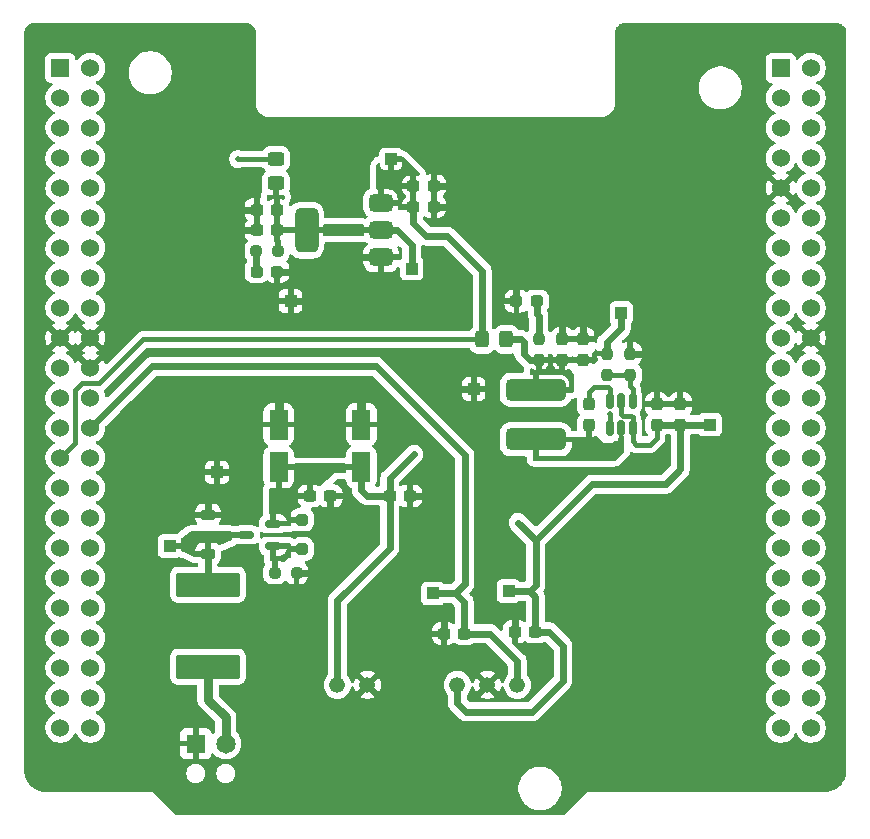
<source format=gtl>
%TF.GenerationSoftware,KiCad,Pcbnew,9.0.7-9.0.7~ubuntu24.04.1*%
%TF.CreationDate,2026-01-13T16:25:47+01:00*%
%TF.ProjectId,power,706f7765-722e-46b6-9963-61645f706362,1.0*%
%TF.SameCoordinates,Original*%
%TF.FileFunction,Copper,L1,Top*%
%TF.FilePolarity,Positive*%
%FSLAX46Y46*%
G04 Gerber Fmt 4.6, Leading zero omitted, Abs format (unit mm)*
G04 Created by KiCad (PCBNEW 9.0.7-9.0.7~ubuntu24.04.1) date 2026-01-13 16:25:47*
%MOMM*%
%LPD*%
G01*
G04 APERTURE LIST*
G04 Aperture macros list*
%AMRoundRect*
0 Rectangle with rounded corners*
0 $1 Rounding radius*
0 $2 $3 $4 $5 $6 $7 $8 $9 X,Y pos of 4 corners*
0 Add a 4 corners polygon primitive as box body*
4,1,4,$2,$3,$4,$5,$6,$7,$8,$9,$2,$3,0*
0 Add four circle primitives for the rounded corners*
1,1,$1+$1,$2,$3*
1,1,$1+$1,$4,$5*
1,1,$1+$1,$6,$7*
1,1,$1+$1,$8,$9*
0 Add four rect primitives between the rounded corners*
20,1,$1+$1,$2,$3,$4,$5,0*
20,1,$1+$1,$4,$5,$6,$7,0*
20,1,$1+$1,$6,$7,$8,$9,0*
20,1,$1+$1,$8,$9,$2,$3,0*%
G04 Aperture macros list end*
%TA.AperFunction,SMDPad,CuDef*%
%ADD10RoundRect,0.150000X0.150000X-0.512500X0.150000X0.512500X-0.150000X0.512500X-0.150000X-0.512500X0*%
%TD*%
%TA.AperFunction,SMDPad,CuDef*%
%ADD11RoundRect,0.237500X-0.300000X-0.237500X0.300000X-0.237500X0.300000X0.237500X-0.300000X0.237500X0*%
%TD*%
%TA.AperFunction,SMDPad,CuDef*%
%ADD12RoundRect,0.250000X0.450000X-0.325000X0.450000X0.325000X-0.450000X0.325000X-0.450000X-0.325000X0*%
%TD*%
%TA.AperFunction,SMDPad,CuDef*%
%ADD13RoundRect,0.237500X0.237500X-0.300000X0.237500X0.300000X-0.237500X0.300000X-0.237500X-0.300000X0*%
%TD*%
%TA.AperFunction,ComponentPad*%
%ADD14R,1.530000X1.530000*%
%TD*%
%TA.AperFunction,ComponentPad*%
%ADD15C,1.530000*%
%TD*%
%TA.AperFunction,SMDPad,CuDef*%
%ADD16RoundRect,0.237500X0.250000X0.237500X-0.250000X0.237500X-0.250000X-0.237500X0.250000X-0.237500X0*%
%TD*%
%TA.AperFunction,SMDPad,CuDef*%
%ADD17RoundRect,0.150000X0.512500X0.150000X-0.512500X0.150000X-0.512500X-0.150000X0.512500X-0.150000X0*%
%TD*%
%TA.AperFunction,SMDPad,CuDef*%
%ADD18RoundRect,0.250001X-2.474999X0.799999X-2.474999X-0.799999X2.474999X-0.799999X2.474999X0.799999X0*%
%TD*%
%TA.AperFunction,SMDPad,CuDef*%
%ADD19RoundRect,0.475000X2.075000X-0.475000X2.075000X0.475000X-2.075000X0.475000X-2.075000X-0.475000X0*%
%TD*%
%TA.AperFunction,SMDPad,CuDef*%
%ADD20RoundRect,0.250000X0.325000X0.450000X-0.325000X0.450000X-0.325000X-0.450000X0.325000X-0.450000X0*%
%TD*%
%TA.AperFunction,SMDPad,CuDef*%
%ADD21RoundRect,0.237500X0.300000X0.237500X-0.300000X0.237500X-0.300000X-0.237500X0.300000X-0.237500X0*%
%TD*%
%TA.AperFunction,SMDPad,CuDef*%
%ADD22R,1.000000X1.000000*%
%TD*%
%TA.AperFunction,SMDPad,CuDef*%
%ADD23RoundRect,0.225000X0.375000X-0.225000X0.375000X0.225000X-0.375000X0.225000X-0.375000X-0.225000X0*%
%TD*%
%TA.AperFunction,ComponentPad*%
%ADD24C,1.337000*%
%TD*%
%TA.AperFunction,SMDPad,CuDef*%
%ADD25RoundRect,0.237500X-0.237500X0.250000X-0.237500X-0.250000X0.237500X-0.250000X0.237500X0.250000X0*%
%TD*%
%TA.AperFunction,SMDPad,CuDef*%
%ADD26RoundRect,0.250000X-0.250000X0.250000X-0.250000X-0.250000X0.250000X-0.250000X0.250000X0.250000X0*%
%TD*%
%TA.AperFunction,ComponentPad*%
%ADD27R,1.650000X1.650000*%
%TD*%
%TA.AperFunction,ComponentPad*%
%ADD28C,1.650000*%
%TD*%
%TA.AperFunction,SMDPad,CuDef*%
%ADD29RoundRect,0.250000X0.550000X-1.050000X0.550000X1.050000X-0.550000X1.050000X-0.550000X-1.050000X0*%
%TD*%
%TA.AperFunction,SMDPad,CuDef*%
%ADD30RoundRect,0.237500X0.237500X-0.250000X0.237500X0.250000X-0.237500X0.250000X-0.237500X-0.250000X0*%
%TD*%
%TA.AperFunction,SMDPad,CuDef*%
%ADD31RoundRect,0.375000X0.625000X0.375000X-0.625000X0.375000X-0.625000X-0.375000X0.625000X-0.375000X0*%
%TD*%
%TA.AperFunction,SMDPad,CuDef*%
%ADD32RoundRect,0.500000X0.500000X1.400000X-0.500000X1.400000X-0.500000X-1.400000X0.500000X-1.400000X0*%
%TD*%
%TA.AperFunction,SMDPad,CuDef*%
%ADD33RoundRect,0.237500X0.287500X0.237500X-0.287500X0.237500X-0.287500X-0.237500X0.287500X-0.237500X0*%
%TD*%
%TA.AperFunction,SMDPad,CuDef*%
%ADD34RoundRect,0.237500X-0.287500X-0.237500X0.287500X-0.237500X0.287500X0.237500X-0.287500X0.237500X0*%
%TD*%
%TA.AperFunction,ViaPad*%
%ADD35C,0.500000*%
%TD*%
%TA.AperFunction,Conductor*%
%ADD36C,0.800000*%
%TD*%
%TA.AperFunction,Conductor*%
%ADD37C,0.600000*%
%TD*%
%TA.AperFunction,Conductor*%
%ADD38C,0.400000*%
%TD*%
G04 APERTURE END LIST*
D10*
%TO.P,U1,1,GND*%
%TO.N,GND*%
X165800000Y-82987500D03*
%TO.P,U1,2,SW*%
%TO.N,/power_section/SW_+5V*%
X166750000Y-82987500D03*
%TO.P,U1,3,VIN*%
%TO.N,+15V*%
X167700000Y-82987500D03*
%TO.P,U1,4,VFB*%
%TO.N,/power_section/FB_+5V*%
X167700000Y-80712500D03*
%TO.P,U1,5,EN*%
%TO.N,+15V*%
X166750000Y-80712500D03*
%TO.P,U1,6,VBST*%
%TO.N,/power_section/VBST_+5V*%
X165800000Y-80712500D03*
%TD*%
D11*
%TO.P,C4,1*%
%TO.N,+24V*%
X147137500Y-88750000D03*
%TO.P,C4,2*%
%TO.N,GND*%
X148862500Y-88750000D03*
%TD*%
D12*
%TO.P,F3,1*%
%TO.N,/power_section/VO_+3.3V*%
X137500000Y-62275000D03*
%TO.P,F3,2*%
%TO.N,+3V3*%
X137500000Y-60225000D03*
%TD*%
D13*
%TO.P,C9,1*%
%TO.N,/power_section/+5V_OUT*%
X161750000Y-77212500D03*
%TO.P,C9,2*%
%TO.N,GND*%
X161750000Y-75487500D03*
%TD*%
D14*
%TO.P,J3,1,Pin_1*%
%TO.N,unconnected-(J3-Pin_1-Pad1)*%
X180250000Y-52500000D03*
D15*
%TO.P,J3,2,Pin_2*%
%TO.N,unconnected-(J3-Pin_2-Pad2)*%
X182790000Y-52500000D03*
%TO.P,J3,3,Pin_3*%
%TO.N,unconnected-(J3-Pin_3-Pad3)*%
X180250000Y-55040000D03*
%TO.P,J3,4,Pin_4*%
%TO.N,unconnected-(J3-Pin_4-Pad4)*%
X182790000Y-55040000D03*
%TO.P,J3,5,Pin_5*%
%TO.N,unconnected-(J3-Pin_5-Pad5)*%
X180250000Y-57580000D03*
%TO.P,J3,6,Pin_6*%
%TO.N,unconnected-(J3-Pin_6-Pad6)*%
X182790000Y-57580000D03*
%TO.P,J3,7,Pin_7*%
%TO.N,unconnected-(J3-Pin_7-Pad7)*%
X180250000Y-60120000D03*
%TO.P,J3,8,Pin_8*%
%TO.N,unconnected-(J3-Pin_8-Pad8)*%
X182790000Y-60120000D03*
%TO.P,J3,9,Pin_9*%
%TO.N,GND*%
X180250000Y-62660000D03*
%TO.P,J3,10,Pin_10*%
%TO.N,unconnected-(J3-Pin_10-Pad10)*%
X182790000Y-62660000D03*
%TO.P,J3,11,Pin_11*%
%TO.N,unconnected-(J3-Pin_11-Pad11)*%
X180250000Y-65200000D03*
%TO.P,J3,12,Pin_12*%
%TO.N,unconnected-(J3-Pin_12-Pad12)*%
X182790000Y-65200000D03*
%TO.P,J3,13,Pin_13*%
%TO.N,unconnected-(J3-Pin_13-Pad13)*%
X180250000Y-67740000D03*
%TO.P,J3,14,Pin_14*%
%TO.N,unconnected-(J3-Pin_14-Pad14)*%
X182790000Y-67740000D03*
%TO.P,J3,15,Pin_15*%
%TO.N,unconnected-(J3-Pin_15-Pad15)*%
X180250000Y-70280000D03*
%TO.P,J3,16,Pin_16*%
%TO.N,unconnected-(J3-Pin_16-Pad16)*%
X182790000Y-70280000D03*
%TO.P,J3,17,Pin_17*%
%TO.N,unconnected-(J3-Pin_17-Pad17)*%
X180250000Y-72820000D03*
%TO.P,J3,18,Pin_18*%
%TO.N,unconnected-(J3-Pin_18-Pad18)*%
X182790000Y-72820000D03*
%TO.P,J3,19,Pin_19*%
%TO.N,unconnected-(J3-Pin_19-Pad19)*%
X180250000Y-75360000D03*
%TO.P,J3,20,Pin_20*%
%TO.N,GND*%
X182790000Y-75360000D03*
%TO.P,J3,21,Pin_21*%
%TO.N,unconnected-(J3-Pin_21-Pad21)*%
X180250000Y-77900000D03*
%TO.P,J3,22,Pin_22*%
%TO.N,unconnected-(J3-Pin_22-Pad22)*%
X182790000Y-77900000D03*
%TO.P,J3,23,Pin_23*%
%TO.N,unconnected-(J3-Pin_23-Pad23)*%
X180250000Y-80440000D03*
%TO.P,J3,24,Pin_24*%
%TO.N,unconnected-(J3-Pin_24-Pad24)*%
X182790000Y-80440000D03*
%TO.P,J3,25,Pin_25*%
%TO.N,unconnected-(J3-Pin_25-Pad25)*%
X180250000Y-82980000D03*
%TO.P,J3,26,Pin_26*%
%TO.N,unconnected-(J3-Pin_26-Pad26)*%
X182790000Y-82980000D03*
%TO.P,J3,27,Pin_27*%
%TO.N,unconnected-(J3-Pin_27-Pad27)*%
X180250000Y-85520000D03*
%TO.P,J3,28,Pin_28*%
%TO.N,unconnected-(J3-Pin_28-Pad28)*%
X182790000Y-85520000D03*
%TO.P,J3,29,Pin_29*%
%TO.N,unconnected-(J3-Pin_29-Pad29)*%
X180250000Y-88060000D03*
%TO.P,J3,30,Pin_30*%
%TO.N,unconnected-(J3-Pin_30-Pad30)*%
X182790000Y-88060000D03*
%TO.P,J3,31,Pin_31*%
%TO.N,unconnected-(J3-Pin_31-Pad31)*%
X180250000Y-90600000D03*
%TO.P,J3,32,Pin_32*%
%TO.N,unconnected-(J3-Pin_32-Pad32)*%
X182790000Y-90600000D03*
%TO.P,J3,33,Pin_33*%
%TO.N,unconnected-(J3-Pin_33-Pad33)*%
X180250000Y-93140000D03*
%TO.P,J3,34,Pin_34*%
%TO.N,unconnected-(J3-Pin_34-Pad34)*%
X182790000Y-93140000D03*
%TO.P,J3,35,Pin_35*%
%TO.N,unconnected-(J3-Pin_35-Pad35)*%
X180250000Y-95680000D03*
%TO.P,J3,36,Pin_36*%
%TO.N,unconnected-(J3-Pin_36-Pad36)*%
X182790000Y-95680000D03*
%TO.P,J3,37,Pin_37*%
%TO.N,unconnected-(J3-Pin_37-Pad37)*%
X180250000Y-98220000D03*
%TO.P,J3,38,Pin_38*%
%TO.N,unconnected-(J3-Pin_38-Pad38)*%
X182790000Y-98220000D03*
%TO.P,J3,39,Pin_39*%
%TO.N,unconnected-(J3-Pin_39-Pad39)*%
X180250000Y-100760000D03*
%TO.P,J3,40,Pin_40*%
%TO.N,unconnected-(J3-Pin_40-Pad40)*%
X182790000Y-100760000D03*
%TO.P,J3,41,Pin_41*%
%TO.N,unconnected-(J3-Pin_41-Pad41)*%
X180250000Y-103300000D03*
%TO.P,J3,42,Pin_42*%
%TO.N,unconnected-(J3-Pin_42-Pad42)*%
X182790000Y-103300000D03*
%TO.P,J3,43,Pin_43*%
%TO.N,unconnected-(J3-Pin_43-Pad43)*%
X180250000Y-105840000D03*
%TO.P,J3,44,Pin_44*%
%TO.N,unconnected-(J3-Pin_44-Pad44)*%
X182790000Y-105840000D03*
%TO.P,J3,45,Pin_45*%
%TO.N,unconnected-(J3-Pin_45-Pad45)*%
X180250000Y-108380000D03*
%TO.P,J3,46,Pin_46*%
%TO.N,unconnected-(J3-Pin_46-Pad46)*%
X182790000Y-108380000D03*
%TD*%
D11*
%TO.P,C11,1*%
%TO.N,+5V*%
X149137500Y-62500000D03*
%TO.P,C11,2*%
%TO.N,GND*%
X150862500Y-62500000D03*
%TD*%
D13*
%TO.P,C5,1*%
%TO.N,/power_section/SW_+5V*%
X164000000Y-82712500D03*
%TO.P,C5,2*%
%TO.N,/power_section/VBST_+5V*%
X164000000Y-80987500D03*
%TD*%
D16*
%TO.P,R1,1*%
%TO.N,GND*%
X139250000Y-95250000D03*
%TO.P,R1,2*%
%TO.N,/power_section/RPP_G*%
X137425000Y-95250000D03*
%TD*%
D17*
%TO.P,Q1,1,G*%
%TO.N,/power_section/RPP_G*%
X137250000Y-93000000D03*
%TO.P,Q1,2,S*%
%TO.N,+24V*%
X137250000Y-91100000D03*
%TO.P,Q1,3,D*%
%TO.N,/power_section/RPP_D*%
X134975000Y-92050000D03*
%TD*%
D18*
%TO.P,F1,1*%
%TO.N,/power_section/RPP_D*%
X131750000Y-96275000D03*
%TO.P,F1,2*%
%TO.N,VCC*%
X131750000Y-103225000D03*
%TD*%
D19*
%TO.P,L1,1*%
%TO.N,/power_section/SW_+5V*%
X159500000Y-83950000D03*
%TO.P,L1,2*%
%TO.N,/power_section/+5V_OUT*%
X159500000Y-79750000D03*
%TD*%
D20*
%TO.P,F2,1*%
%TO.N,/power_section/+5V_OUT*%
X157025000Y-75500000D03*
%TO.P,F2,2*%
%TO.N,+5V*%
X154975000Y-75500000D03*
%TD*%
D21*
%TO.P,C14,1*%
%TO.N,/power_section/VO_+3.3V*%
X137612500Y-64500000D03*
%TO.P,C14,2*%
%TO.N,GND*%
X135887500Y-64500000D03*
%TD*%
D22*
%TO.P,T8,1,1*%
%TO.N,-15V*%
X150800000Y-97000000D03*
%TD*%
D11*
%TO.P,C7,1*%
%TO.N,+24V*%
X140387500Y-88750000D03*
%TO.P,C7,2*%
%TO.N,GND*%
X142112500Y-88750000D03*
%TD*%
D23*
%TO.P,D1,1,K*%
%TO.N,/power_section/RPP_D*%
X131750000Y-93650000D03*
%TO.P,D1,2,A*%
%TO.N,GND*%
X131750000Y-90350000D03*
%TD*%
D24*
%TO.P,PS1,1,+VIN*%
%TO.N,+24V*%
X142710000Y-104750000D03*
%TO.P,PS1,2,-VIN*%
%TO.N,GND*%
X145250000Y-104750000D03*
%TO.P,PS1,5,-VOUT*%
%TO.N,+15V*%
X152870000Y-104750000D03*
%TO.P,PS1,6,COMMON*%
%TO.N,GND*%
X155410000Y-104750000D03*
%TO.P,PS1,7,+VOUT*%
%TO.N,-15V*%
X157950000Y-104750000D03*
%TD*%
D25*
%TO.P,R2,1*%
%TO.N,/power_section/+5V_OUT*%
X165500000Y-76687500D03*
%TO.P,R2,2*%
%TO.N,/power_section/FB_+5V*%
X165500000Y-78512500D03*
%TD*%
D26*
%TO.P,D2,1,K*%
%TO.N,+24V*%
X139750000Y-90750000D03*
%TO.P,D2,2,A*%
%TO.N,/power_section/RPP_G*%
X139750000Y-93250000D03*
%TD*%
D21*
%TO.P,C15,1*%
%TO.N,/power_section/VO_+3.3V*%
X137612500Y-66250000D03*
%TO.P,C15,2*%
%TO.N,GND*%
X135887500Y-66250000D03*
%TD*%
D22*
%TO.P,T7,1,1*%
%TO.N,+15V*%
X157200000Y-96800000D03*
%TD*%
D27*
%TO.P,J1,1,Pin_1*%
%TO.N,GND*%
X130710000Y-109710000D03*
D28*
%TO.P,J1,2,Pin_2*%
%TO.N,VCC*%
X133250000Y-109710000D03*
%TD*%
D22*
%TO.P,T5,1,1*%
%TO.N,GND*%
X154250000Y-79700000D03*
%TD*%
D16*
%TO.P,R5,1*%
%TO.N,/power_section/VO_+3.3V*%
X137662500Y-68000000D03*
%TO.P,R5,2*%
%TO.N,/power_section/D3V3_R1k*%
X135837500Y-68000000D03*
%TD*%
D29*
%TO.P,C3,1*%
%TO.N,+24V*%
X144750000Y-86300000D03*
%TO.P,C3,2*%
%TO.N,GND*%
X144750000Y-82700000D03*
%TD*%
D22*
%TO.P,T9,1,1*%
%TO.N,/power_section/VO_+3.3V*%
X149000000Y-69500000D03*
%TD*%
D13*
%TO.P,C2,1*%
%TO.N,+15V*%
X169750000Y-82712500D03*
%TO.P,C2,2*%
%TO.N,GND*%
X169750000Y-80987500D03*
%TD*%
D22*
%TO.P,T10,1,1*%
%TO.N,GND*%
X138750000Y-72250000D03*
%TD*%
D29*
%TO.P,C6,1*%
%TO.N,+24V*%
X137750000Y-86300000D03*
%TO.P,C6,2*%
%TO.N,GND*%
X137750000Y-82700000D03*
%TD*%
D13*
%TO.P,C1,1*%
%TO.N,+15V*%
X171750000Y-82712500D03*
%TO.P,C1,2*%
%TO.N,GND*%
X171750000Y-80987500D03*
%TD*%
D22*
%TO.P,T1,1,1*%
%TO.N,/power_section/RPP_D*%
X128500000Y-93000000D03*
%TD*%
D13*
%TO.P,C8,1*%
%TO.N,/power_section/+5V_OUT*%
X163500000Y-77212500D03*
%TO.P,C8,2*%
%TO.N,GND*%
X163500000Y-75487500D03*
%TD*%
D22*
%TO.P,T4,1,1*%
%TO.N,/power_section/+5V_OUT*%
X166750000Y-73250000D03*
%TD*%
D30*
%TO.P,R4,1*%
%TO.N,/power_section/+5V_OUT*%
X159750000Y-77262500D03*
%TO.P,R4,2*%
%TO.N,/power_section/D5V_R1k*%
X159750000Y-75437500D03*
%TD*%
D21*
%TO.P,C12,1*%
%TO.N,+15V*%
X159462500Y-100250000D03*
%TO.P,C12,2*%
%TO.N,GND*%
X157737500Y-100250000D03*
%TD*%
D31*
%TO.P,U2,1,GND*%
%TO.N,GND*%
X146400000Y-68550000D03*
%TO.P,U2,2,VO*%
%TO.N,/power_section/VO_+3.3V*%
X146400000Y-66250000D03*
D32*
X140100000Y-66250000D03*
D31*
%TO.P,U2,3,VI*%
%TO.N,+5V*%
X146400000Y-63950000D03*
%TD*%
D22*
%TO.P,T3,1,1*%
%TO.N,GND*%
X132500000Y-86750000D03*
%TD*%
D14*
%TO.P,J2,1,Pin_1*%
%TO.N,unconnected-(J2-Pin_1-Pad1)*%
X119250000Y-52500000D03*
D15*
%TO.P,J2,2,Pin_2*%
%TO.N,unconnected-(J2-Pin_2-Pad2)*%
X121790000Y-52500000D03*
%TO.P,J2,3,Pin_3*%
%TO.N,unconnected-(J2-Pin_3-Pad3)*%
X119250000Y-55040000D03*
%TO.P,J2,4,Pin_4*%
%TO.N,unconnected-(J2-Pin_4-Pad4)*%
X121790000Y-55040000D03*
%TO.P,J2,5,Pin_5*%
%TO.N,unconnected-(J2-Pin_5-Pad5)*%
X119250000Y-57580000D03*
%TO.P,J2,6,Pin_6*%
%TO.N,unconnected-(J2-Pin_6-Pad6)*%
X121790000Y-57580000D03*
%TO.P,J2,7,Pin_7*%
%TO.N,unconnected-(J2-Pin_7-Pad7)*%
X119250000Y-60120000D03*
%TO.P,J2,8,Pin_8*%
%TO.N,unconnected-(J2-Pin_8-Pad8)*%
X121790000Y-60120000D03*
%TO.P,J2,9,Pin_9*%
%TO.N,unconnected-(J2-Pin_9-Pad9)*%
X119250000Y-62660000D03*
%TO.P,J2,10,Pin_10*%
%TO.N,+15V*%
X121790000Y-62660000D03*
%TO.P,J2,11,Pin_11*%
%TO.N,unconnected-(J2-Pin_11-Pad11)*%
X119250000Y-65200000D03*
%TO.P,J2,12,Pin_12*%
%TO.N,unconnected-(J2-Pin_12-Pad12)*%
X121790000Y-65200000D03*
%TO.P,J2,13,Pin_13*%
%TO.N,unconnected-(J2-Pin_13-Pad13)*%
X119250000Y-67740000D03*
%TO.P,J2,14,Pin_14*%
%TO.N,unconnected-(J2-Pin_14-Pad14)*%
X121790000Y-67740000D03*
%TO.P,J2,15,Pin_15*%
%TO.N,unconnected-(J2-Pin_15-Pad15)*%
X119250000Y-70280000D03*
%TO.P,J2,16,Pin_16*%
%TO.N,unconnected-(J2-Pin_16-Pad16)*%
X121790000Y-70280000D03*
%TO.P,J2,17,Pin_17*%
%TO.N,unconnected-(J2-Pin_17-Pad17)*%
X119250000Y-72820000D03*
%TO.P,J2,18,Pin_18*%
%TO.N,unconnected-(J2-Pin_18-Pad18)*%
X121790000Y-72820000D03*
%TO.P,J2,19,Pin_19*%
%TO.N,GND*%
X119250000Y-75360000D03*
%TO.P,J2,20,Pin_20*%
X121790000Y-75360000D03*
%TO.P,J2,21,Pin_21*%
%TO.N,unconnected-(J2-Pin_21-Pad21)*%
X119250000Y-77900000D03*
%TO.P,J2,22,Pin_22*%
%TO.N,GND*%
X121790000Y-77900000D03*
%TO.P,J2,23,Pin_23*%
%TO.N,unconnected-(J2-Pin_23-Pad23)*%
X119250000Y-80440000D03*
%TO.P,J2,24,Pin_24*%
%TO.N,unconnected-(J2-Pin_24-Pad24)*%
X121790000Y-80440000D03*
%TO.P,J2,25,Pin_25*%
%TO.N,+3V3*%
X119250000Y-82980000D03*
%TO.P,J2,26,Pin_26*%
%TO.N,-15V*%
X121790000Y-82980000D03*
%TO.P,J2,27,Pin_27*%
%TO.N,+5V*%
X119250000Y-85520000D03*
%TO.P,J2,28,Pin_28*%
%TO.N,unconnected-(J2-Pin_28-Pad28)*%
X121790000Y-85520000D03*
%TO.P,J2,29,Pin_29*%
%TO.N,+24V*%
X119250000Y-88060000D03*
%TO.P,J2,30,Pin_30*%
%TO.N,unconnected-(J2-Pin_30-Pad30)*%
X121790000Y-88060000D03*
%TO.P,J2,31,Pin_31*%
%TO.N,unconnected-(J2-Pin_31-Pad31)*%
X119250000Y-90600000D03*
%TO.P,J2,32,Pin_32*%
%TO.N,unconnected-(J2-Pin_32-Pad32)*%
X121790000Y-90600000D03*
%TO.P,J2,33,Pin_33*%
%TO.N,unconnected-(J2-Pin_33-Pad33)*%
X119250000Y-93140000D03*
%TO.P,J2,34,Pin_34*%
%TO.N,unconnected-(J2-Pin_34-Pad34)*%
X121790000Y-93140000D03*
%TO.P,J2,35,Pin_35*%
%TO.N,unconnected-(J2-Pin_35-Pad35)*%
X119250000Y-95680000D03*
%TO.P,J2,36,Pin_36*%
%TO.N,unconnected-(J2-Pin_36-Pad36)*%
X121790000Y-95680000D03*
%TO.P,J2,37,Pin_37*%
%TO.N,unconnected-(J2-Pin_37-Pad37)*%
X119250000Y-98220000D03*
%TO.P,J2,38,Pin_38*%
%TO.N,unconnected-(J2-Pin_38-Pad38)*%
X121790000Y-98220000D03*
%TO.P,J2,39,Pin_39*%
%TO.N,unconnected-(J2-Pin_39-Pad39)*%
X119250000Y-100760000D03*
%TO.P,J2,40,Pin_40*%
%TO.N,unconnected-(J2-Pin_40-Pad40)*%
X121790000Y-100760000D03*
%TO.P,J2,41,Pin_41*%
%TO.N,unconnected-(J2-Pin_41-Pad41)*%
X119250000Y-103300000D03*
%TO.P,J2,42,Pin_42*%
%TO.N,unconnected-(J2-Pin_42-Pad42)*%
X121790000Y-103300000D03*
%TO.P,J2,43,Pin_43*%
%TO.N,unconnected-(J2-Pin_43-Pad43)*%
X119250000Y-105840000D03*
%TO.P,J2,44,Pin_44*%
%TO.N,unconnected-(J2-Pin_44-Pad44)*%
X121790000Y-105840000D03*
%TO.P,J2,45,Pin_45*%
%TO.N,unconnected-(J2-Pin_45-Pad45)*%
X119250000Y-108380000D03*
%TO.P,J2,46,Pin_46*%
%TO.N,unconnected-(J2-Pin_46-Pad46)*%
X121790000Y-108380000D03*
%TD*%
D11*
%TO.P,C10,1*%
%TO.N,+5V*%
X149137500Y-64250000D03*
%TO.P,C10,2*%
%TO.N,GND*%
X150862500Y-64250000D03*
%TD*%
%TO.P,C13,1*%
%TO.N,GND*%
X151737500Y-100400000D03*
%TO.P,C13,2*%
%TO.N,-15V*%
X153462500Y-100400000D03*
%TD*%
D22*
%TO.P,T2,1,1*%
%TO.N,+15V*%
X174250000Y-82700000D03*
%TD*%
D25*
%TO.P,R3,1*%
%TO.N,GND*%
X167500000Y-76687500D03*
%TO.P,R3,2*%
%TO.N,/power_section/FB_+5V*%
X167500000Y-78512500D03*
%TD*%
D33*
%TO.P,D4,1,K*%
%TO.N,GND*%
X137625000Y-69750000D03*
%TO.P,D4,2,A*%
%TO.N,/power_section/D3V3_R1k*%
X135875000Y-69750000D03*
%TD*%
D34*
%TO.P,D3,1,K*%
%TO.N,GND*%
X157875000Y-72250000D03*
%TO.P,D3,2,A*%
%TO.N,/power_section/D5V_R1k*%
X159625000Y-72250000D03*
%TD*%
D22*
%TO.P,T6,1,1*%
%TO.N,+5V*%
X147250000Y-60250000D03*
%TD*%
D35*
%TO.N,GND*%
X169750000Y-79950000D03*
X134500000Y-66250000D03*
X161750000Y-74000000D03*
X157750000Y-99250000D03*
X139000000Y-69750000D03*
X165800000Y-81800000D03*
X151737500Y-99487500D03*
X168812500Y-76687500D03*
X131750000Y-89250000D03*
X150250000Y-88750000D03*
X145000000Y-68550000D03*
X134000000Y-86750000D03*
X140500000Y-95250000D03*
X144750000Y-80650000D03*
X134500000Y-64500000D03*
X153000000Y-79700000D03*
X171750000Y-79900000D03*
X152250000Y-62500000D03*
X142112500Y-89887500D03*
X152250000Y-64250000D03*
X163500000Y-74000000D03*
X137750000Y-80550000D03*
X157875000Y-71250000D03*
X140250000Y-72250000D03*
%TO.N,+15V*%
X158000000Y-91000000D03*
%TO.N,+24V*%
X149200000Y-85200000D03*
%TO.N,+3V3*%
X134300000Y-60225000D03*
%TD*%
D36*
%TO.N,VCC*%
X133250000Y-109710000D02*
X133250000Y-107500000D01*
X133250000Y-107500000D02*
X131750000Y-106000000D01*
X131750000Y-106000000D02*
X131750000Y-103225000D01*
D37*
%TO.N,GND*%
X151737500Y-99487500D02*
X151737500Y-100400000D01*
X142112500Y-89887500D02*
X142112500Y-88750000D01*
X150862500Y-62500000D02*
X152250000Y-62500000D01*
X161750000Y-75487500D02*
X161750000Y-74000000D01*
X135887500Y-64500000D02*
X134500000Y-64500000D01*
X150862500Y-64250000D02*
X152250000Y-64250000D01*
D36*
X137750000Y-80550000D02*
X137750000Y-82700000D01*
D38*
X165800000Y-82987500D02*
X165800000Y-81800000D01*
D37*
X168812500Y-76687500D02*
X167500000Y-76687500D01*
X148862500Y-88750000D02*
X150250000Y-88750000D01*
X137625000Y-69750000D02*
X139000000Y-69750000D01*
X145000000Y-68550000D02*
X146400000Y-68550000D01*
X138750000Y-72250000D02*
X140250000Y-72250000D01*
X163500000Y-75487500D02*
X163500000Y-74000000D01*
X157875000Y-71250000D02*
X157875000Y-72250000D01*
X135887500Y-66250000D02*
X134500000Y-66250000D01*
X131750000Y-90350000D02*
X131750000Y-89250000D01*
D36*
X144750000Y-80650000D02*
X144750000Y-82700000D01*
D37*
X139250000Y-95250000D02*
X140500000Y-95250000D01*
D38*
X171750000Y-80987500D02*
X171750000Y-79900000D01*
D37*
X153000000Y-79700000D02*
X154250000Y-79700000D01*
D38*
X169750000Y-80987500D02*
X169750000Y-79950000D01*
D37*
X132500000Y-86750000D02*
X134000000Y-86750000D01*
X157737500Y-100250000D02*
X157737500Y-99262500D01*
X157737500Y-99262500D02*
X157750000Y-99250000D01*
D38*
%TO.N,+5V*%
X120500000Y-79750000D02*
X121050000Y-79200000D01*
D37*
X150250000Y-66750000D02*
X149137500Y-65637500D01*
D38*
X126250000Y-75500000D02*
X154975000Y-75500000D01*
D37*
X154975000Y-75500000D02*
X154975000Y-69725000D01*
X152000000Y-66750000D02*
X150250000Y-66750000D01*
X154975000Y-69725000D02*
X152000000Y-66750000D01*
D38*
X120500000Y-84270000D02*
X120500000Y-79750000D01*
D37*
X149137500Y-65637500D02*
X149137500Y-64250000D01*
D38*
X119250000Y-85520000D02*
X120500000Y-84270000D01*
X122550000Y-79200000D02*
X126250000Y-75500000D01*
X121050000Y-79200000D02*
X122550000Y-79200000D01*
D37*
%TO.N,/power_section/VO_+3.3V*%
X146400000Y-66250000D02*
X147750000Y-66250000D01*
X149000000Y-67500000D02*
X149000000Y-69500000D01*
X147750000Y-66250000D02*
X149000000Y-67500000D01*
%TO.N,/power_section/RPP_D*%
X131750000Y-96275000D02*
X131750000Y-93650000D01*
%TO.N,/power_section/D5V_R1k*%
X159625000Y-73375000D02*
X159625000Y-72250000D01*
X159750000Y-73500000D02*
X159625000Y-73375000D01*
X159750000Y-75437500D02*
X159750000Y-73500000D01*
%TO.N,+15V*%
X164250000Y-87750000D02*
X170500000Y-87750000D01*
X153600000Y-107000000D02*
X159200000Y-107000000D01*
D38*
X167700000Y-82100000D02*
X167550000Y-81950000D01*
D37*
X159462500Y-97262500D02*
X159000000Y-96800000D01*
X170500000Y-87750000D02*
X171750000Y-86500000D01*
X159462500Y-100400000D02*
X159462500Y-97262500D01*
X171750000Y-82712500D02*
X169750000Y-82712500D01*
D38*
X166900000Y-81950000D02*
X166750000Y-81800000D01*
D37*
X159200000Y-107000000D02*
X161812500Y-104387500D01*
D38*
X169750000Y-83850000D02*
X169750000Y-82712500D01*
D37*
X159500000Y-92500000D02*
X158000000Y-91000000D01*
X161812500Y-101412500D02*
X160650000Y-100250000D01*
D38*
X167550000Y-81950000D02*
X166900000Y-81950000D01*
D37*
X157200000Y-96800000D02*
X159000000Y-96800000D01*
D38*
X167700000Y-84100000D02*
X168000000Y-84400000D01*
X168000000Y-84400000D02*
X169200000Y-84400000D01*
D37*
X171750000Y-86500000D02*
X171750000Y-82712500D01*
D38*
X167700000Y-82987500D02*
X167700000Y-84100000D01*
D37*
X159500000Y-96300000D02*
X159500000Y-92500000D01*
X152870000Y-106270000D02*
X153600000Y-107000000D01*
X161812500Y-104387500D02*
X161812500Y-101412500D01*
D38*
X169200000Y-84400000D02*
X169750000Y-83850000D01*
D37*
X174250000Y-82700000D02*
X171762500Y-82700000D01*
X160650000Y-100250000D02*
X159462500Y-100250000D01*
X159000000Y-96800000D02*
X159500000Y-96300000D01*
X159500000Y-92500000D02*
X164250000Y-87750000D01*
X171762500Y-82700000D02*
X171750000Y-82712500D01*
X152870000Y-104750000D02*
X152870000Y-106270000D01*
D38*
X166750000Y-81800000D02*
X166750000Y-80712500D01*
X167700000Y-82987500D02*
X167700000Y-82100000D01*
D37*
%TO.N,/power_section/D3V3_R1k*%
X135837500Y-69712500D02*
X135875000Y-69750000D01*
X135837500Y-68000000D02*
X135837500Y-69712500D01*
%TO.N,+24V*%
X142710000Y-97565000D02*
X142710000Y-104750000D01*
X143435000Y-96840000D02*
X142710000Y-97565000D01*
X147137500Y-92412500D02*
X147137500Y-93112500D01*
X147137500Y-88750000D02*
X147137500Y-92412500D01*
X145250000Y-88750000D02*
X147137500Y-88750000D01*
X144750000Y-88250000D02*
X145250000Y-88750000D01*
X147137500Y-93112500D02*
X147137500Y-93137500D01*
X144750000Y-86300000D02*
X144750000Y-88250000D01*
X147137500Y-87262500D02*
X149200000Y-85200000D01*
X147137500Y-88750000D02*
X147137500Y-87262500D01*
X143435000Y-96840000D02*
X147137500Y-93137500D01*
D38*
%TO.N,+3V3*%
X134300000Y-60225000D02*
X137500000Y-60225000D01*
D37*
%TO.N,-15V*%
X153462500Y-97762500D02*
X153462500Y-100400000D01*
X152700000Y-97000000D02*
X153462500Y-97762500D01*
X152700000Y-97000000D02*
X153500000Y-96200000D01*
X153500000Y-85250000D02*
X146000000Y-77750000D01*
X127020000Y-77750000D02*
X121790000Y-82980000D01*
X157950000Y-102750000D02*
X155600000Y-100400000D01*
X146000000Y-77750000D02*
X127020000Y-77750000D01*
X157950000Y-104750000D02*
X157950000Y-102750000D01*
X153500000Y-96200000D02*
X153500000Y-85250000D01*
X155600000Y-100400000D02*
X153462500Y-100400000D01*
X150800000Y-97000000D02*
X152700000Y-97000000D01*
D38*
%TO.N,/power_section/VBST_+5V*%
X165600000Y-79525000D02*
X164450000Y-79525000D01*
X165800000Y-80712500D02*
X165800000Y-79725000D01*
X164450000Y-79525000D02*
X164000000Y-79975000D01*
X165800000Y-79725000D02*
X165600000Y-79525000D01*
X164000000Y-79975000D02*
X164000000Y-80987500D01*
%TO.N,/power_section/FB_+5V*%
X167700000Y-80712500D02*
X167700000Y-79675000D01*
X167500000Y-79475000D02*
X167500000Y-78512500D01*
X167700000Y-79675000D02*
X167500000Y-79475000D01*
X167500000Y-78512500D02*
X165500000Y-78512500D01*
D37*
%TO.N,/power_section/+5V_OUT*%
X157025000Y-75500000D02*
X158250000Y-75500000D01*
X165500000Y-75750000D02*
X166750000Y-74500000D01*
X166750000Y-74500000D02*
X166750000Y-73250000D01*
X158250000Y-75500000D02*
X158500000Y-75750000D01*
X165500000Y-76687500D02*
X165500000Y-75750000D01*
X158500000Y-76750000D02*
X159012500Y-77262500D01*
X159012500Y-77262500D02*
X159750000Y-77262500D01*
X158500000Y-75750000D02*
X158500000Y-76750000D01*
%TD*%
%TA.AperFunction,Conductor*%
%TO.N,/power_section/SW_+5V*%
G36*
X164193039Y-82732185D02*
G01*
X164238794Y-82784989D01*
X164250000Y-82836500D01*
X164250000Y-83749999D01*
X164286640Y-83749999D01*
X164286654Y-83749998D01*
X164387652Y-83739680D01*
X164551302Y-83685452D01*
X164557849Y-83682400D01*
X164558438Y-83683664D01*
X164618213Y-83667306D01*
X164684878Y-83688226D01*
X164703604Y-83703604D01*
X165250000Y-84250000D01*
X166000000Y-84250000D01*
X166100296Y-84149703D01*
X166110801Y-84143143D01*
X166116270Y-84136221D01*
X166141009Y-84124279D01*
X166147676Y-84120117D01*
X166150506Y-84119144D01*
X166210398Y-84101744D01*
X166223242Y-84094147D01*
X166235190Y-84090042D01*
X166257976Y-84089006D01*
X166280092Y-84083395D01*
X166293677Y-84087383D01*
X166304987Y-84086870D01*
X166318367Y-84094633D01*
X166332396Y-84098753D01*
X166332643Y-84098184D01*
X166337254Y-84100179D01*
X166338611Y-84100578D01*
X166339799Y-84101280D01*
X166497514Y-84147100D01*
X166497511Y-84147100D01*
X166499998Y-84147295D01*
X166500000Y-84147295D01*
X166500000Y-83881814D01*
X166517267Y-83818694D01*
X166551744Y-83760398D01*
X166597598Y-83602569D01*
X166600500Y-83565694D01*
X166600500Y-83111500D01*
X166603050Y-83102814D01*
X166601762Y-83093853D01*
X166612740Y-83069812D01*
X166620185Y-83044461D01*
X166627025Y-83038533D01*
X166630787Y-83030297D01*
X166653021Y-83016007D01*
X166672989Y-82998706D01*
X166683503Y-82996418D01*
X166689565Y-82992523D01*
X166724500Y-82987500D01*
X166775500Y-82987500D01*
X166842539Y-83007185D01*
X166888294Y-83059989D01*
X166899500Y-83111500D01*
X166899500Y-83565701D01*
X166902401Y-83602567D01*
X166902402Y-83602573D01*
X166948254Y-83760393D01*
X166948255Y-83760396D01*
X166982232Y-83817848D01*
X166999500Y-83880969D01*
X166999500Y-84169993D01*
X167000000Y-84180161D01*
X167000000Y-84948638D01*
X166980315Y-85015677D01*
X166963681Y-85036319D01*
X166286319Y-85713681D01*
X166224996Y-85747166D01*
X166198638Y-85750000D01*
X159374000Y-85750000D01*
X159306961Y-85730315D01*
X159261206Y-85677511D01*
X159250000Y-85626000D01*
X159250000Y-85400000D01*
X159750000Y-85400000D01*
X161631546Y-85400000D01*
X161631548Y-85399999D01*
X161747891Y-85389656D01*
X161747894Y-85389655D01*
X161938539Y-85335106D01*
X162114300Y-85243296D01*
X162267984Y-85117984D01*
X162393296Y-84964300D01*
X162485106Y-84788539D01*
X162539655Y-84597894D01*
X162539656Y-84597891D01*
X162549999Y-84481548D01*
X162550000Y-84481546D01*
X162550000Y-84200000D01*
X159750000Y-84200000D01*
X159750000Y-85400000D01*
X159250000Y-85400000D01*
X159250000Y-84074000D01*
X159269685Y-84006961D01*
X159322489Y-83961206D01*
X159374000Y-83950000D01*
X159500000Y-83950000D01*
X159500000Y-83824000D01*
X159519685Y-83756961D01*
X159527718Y-83750000D01*
X163500000Y-83750000D01*
X163515270Y-83750000D01*
X163542950Y-83734885D01*
X163608314Y-83738344D01*
X163612343Y-83739679D01*
X163612354Y-83739681D01*
X163713352Y-83749999D01*
X163750000Y-83749999D01*
X163750000Y-82836500D01*
X163769685Y-82769461D01*
X163822489Y-82723706D01*
X163874000Y-82712500D01*
X164126000Y-82712500D01*
X164193039Y-82732185D01*
G37*
%TD.AperFunction*%
%TD*%
%TA.AperFunction,Conductor*%
%TO.N,/power_section/+5V_OUT*%
G36*
X164683766Y-76354708D02*
G01*
X164720547Y-76414113D01*
X164723507Y-76436007D01*
X164725000Y-76437500D01*
X165376000Y-76437500D01*
X165443039Y-76457185D01*
X165488794Y-76509989D01*
X165500000Y-76561500D01*
X165500000Y-76813500D01*
X165480315Y-76880539D01*
X165427511Y-76926294D01*
X165376000Y-76937500D01*
X164725000Y-76937500D01*
X164725000Y-76979571D01*
X164735373Y-77065956D01*
X164761724Y-77132779D01*
X164768005Y-77202365D01*
X164735668Y-77264301D01*
X164734050Y-77265949D01*
X164486681Y-77513319D01*
X164425358Y-77546804D01*
X164355667Y-77541820D01*
X164299733Y-77499949D01*
X164292169Y-77479669D01*
X164275000Y-77462500D01*
X162725000Y-77462500D01*
X162712681Y-77474819D01*
X162651358Y-77508304D01*
X162581666Y-77503320D01*
X162537319Y-77474819D01*
X162525000Y-77462500D01*
X162000000Y-77462500D01*
X162000000Y-78050000D01*
X162029572Y-78050000D01*
X162115955Y-78039627D01*
X162253412Y-77985421D01*
X162260802Y-77981266D01*
X162261957Y-77983321D01*
X162315665Y-77962892D01*
X162384033Y-77977300D01*
X162428488Y-78017733D01*
X162729174Y-78468761D01*
X162749982Y-78535460D01*
X162750000Y-78537544D01*
X162750000Y-79876000D01*
X162730315Y-79943039D01*
X162677511Y-79988794D01*
X162626000Y-80000000D01*
X159624000Y-80000000D01*
X159556961Y-79980315D01*
X159511206Y-79927511D01*
X159500000Y-79876000D01*
X159500000Y-79750000D01*
X159374000Y-79750000D01*
X159306961Y-79730315D01*
X159261206Y-79677511D01*
X159250000Y-79626000D01*
X159250000Y-79500000D01*
X159750000Y-79500000D01*
X162350000Y-79500000D01*
X162350000Y-79231473D01*
X162349999Y-79231469D01*
X162335351Y-79101460D01*
X162277669Y-78936613D01*
X162184753Y-78788737D01*
X162061262Y-78665246D01*
X161913386Y-78572330D01*
X161748539Y-78514648D01*
X161618530Y-78500000D01*
X159750000Y-78500000D01*
X159750000Y-79500000D01*
X159250000Y-79500000D01*
X159250000Y-78500000D01*
X159124000Y-78500000D01*
X159056961Y-78480315D01*
X159011206Y-78427511D01*
X159000000Y-78376000D01*
X159000000Y-78048081D01*
X159019685Y-77981042D01*
X159072489Y-77935287D01*
X159141647Y-77925343D01*
X159198926Y-77949278D01*
X159246586Y-77985420D01*
X159246592Y-77985423D01*
X159384041Y-78039626D01*
X159470428Y-78050000D01*
X159500000Y-78050000D01*
X160000000Y-78050000D01*
X160029572Y-78050000D01*
X160115958Y-78039626D01*
X160253407Y-77985423D01*
X160253413Y-77985420D01*
X160371143Y-77896143D01*
X160460420Y-77778413D01*
X160460423Y-77778407D01*
X160514626Y-77640958D01*
X160525000Y-77554571D01*
X160975000Y-77554571D01*
X160985373Y-77640958D01*
X161039576Y-77778407D01*
X161039579Y-77778413D01*
X161128856Y-77896143D01*
X161246586Y-77985420D01*
X161246592Y-77985423D01*
X161384041Y-78039626D01*
X161470428Y-78050000D01*
X161500000Y-78050000D01*
X161500000Y-77462500D01*
X160975000Y-77462500D01*
X160975000Y-77554571D01*
X160525000Y-77554571D01*
X160525000Y-77512500D01*
X160000000Y-77512500D01*
X160000000Y-78050000D01*
X159500000Y-78050000D01*
X159500000Y-77386500D01*
X159519685Y-77319461D01*
X159572489Y-77273706D01*
X159624000Y-77262500D01*
X159750000Y-77262500D01*
X159750000Y-77136500D01*
X159769685Y-77069461D01*
X159822489Y-77023706D01*
X159874000Y-77012500D01*
X160525000Y-77012500D01*
X160525000Y-76970428D01*
X160515196Y-76888784D01*
X160517909Y-76872596D01*
X160515574Y-76856353D01*
X160523567Y-76838850D01*
X160526748Y-76819876D01*
X160537780Y-76807727D01*
X160544599Y-76792797D01*
X160560786Y-76782394D01*
X160573720Y-76768152D01*
X160590118Y-76763543D01*
X160603377Y-76755023D01*
X160638312Y-76750000D01*
X160851000Y-76750000D01*
X160918039Y-76769685D01*
X160963794Y-76822489D01*
X160975000Y-76874000D01*
X160975000Y-76962500D01*
X162525000Y-76962500D01*
X162537319Y-76950181D01*
X162598642Y-76916696D01*
X162668334Y-76921680D01*
X162712681Y-76950181D01*
X162725000Y-76962500D01*
X164275000Y-76962500D01*
X164275000Y-76870420D01*
X164264390Y-76782067D01*
X164275941Y-76713159D01*
X164284316Y-76698524D01*
X164497827Y-76378258D01*
X164551392Y-76333399D01*
X164620707Y-76324619D01*
X164683766Y-76354708D01*
G37*
%TD.AperFunction*%
%TD*%
%TA.AperFunction,Conductor*%
%TO.N,/power_section/VO_+3.3V*%
G36*
X137693039Y-62294685D02*
G01*
X137738794Y-62347489D01*
X137750000Y-62399000D01*
X137750000Y-63250000D01*
X138015634Y-63250000D01*
X138015649Y-63249999D01*
X138052489Y-63247100D01*
X138091403Y-63235794D01*
X138117661Y-63235868D01*
X138143647Y-63232132D01*
X138152041Y-63235965D01*
X138161272Y-63235992D01*
X138183318Y-63250249D01*
X138207203Y-63261157D01*
X138212193Y-63268922D01*
X138219943Y-63273934D01*
X138230781Y-63297845D01*
X138244977Y-63319935D01*
X138246920Y-63333453D01*
X138248787Y-63337571D01*
X138250000Y-63354870D01*
X138250000Y-63531540D01*
X138230315Y-63598579D01*
X138177511Y-63644334D01*
X138108353Y-63654278D01*
X138091406Y-63650617D01*
X138013018Y-63627843D01*
X137976890Y-63625000D01*
X137862500Y-63625000D01*
X137862500Y-66000000D01*
X138560540Y-66000000D01*
X138598638Y-65979195D01*
X138668330Y-65984178D01*
X138692950Y-66000000D01*
X141500000Y-66000000D01*
X141500000Y-65874000D01*
X141519685Y-65806961D01*
X141572489Y-65761206D01*
X141624000Y-65750000D01*
X144876000Y-65750000D01*
X144943039Y-65769685D01*
X144988794Y-65822489D01*
X145000000Y-65874000D01*
X145000000Y-66000000D01*
X146276000Y-66000000D01*
X146343039Y-66019685D01*
X146388794Y-66072489D01*
X146400000Y-66124000D01*
X146400000Y-66376000D01*
X146380315Y-66443039D01*
X146327511Y-66488794D01*
X146276000Y-66500000D01*
X145000000Y-66500000D01*
X145000000Y-66626000D01*
X144980315Y-66693039D01*
X144927511Y-66738794D01*
X144876000Y-66750000D01*
X141624000Y-66750000D01*
X141556961Y-66730315D01*
X141511206Y-66677511D01*
X141500000Y-66626000D01*
X141500000Y-66500000D01*
X138689458Y-66500000D01*
X138651358Y-66520804D01*
X138581666Y-66515820D01*
X138557050Y-66500000D01*
X137862500Y-66500000D01*
X137862500Y-66995000D01*
X137876181Y-67008681D01*
X137909666Y-67070004D01*
X137912500Y-67096362D01*
X137912500Y-67876000D01*
X137892815Y-67943039D01*
X137840011Y-67988794D01*
X137788500Y-68000000D01*
X137536500Y-68000000D01*
X137469461Y-67980315D01*
X137423706Y-67927511D01*
X137412500Y-67876000D01*
X137412500Y-67255000D01*
X137398819Y-67241319D01*
X137365334Y-67179996D01*
X137362500Y-67153638D01*
X137362500Y-63625000D01*
X137248129Y-63625000D01*
X137248105Y-63625001D01*
X137211978Y-63627844D01*
X137057310Y-63672779D01*
X137057309Y-63672779D01*
X136937120Y-63743858D01*
X136869396Y-63761040D01*
X136803134Y-63738879D01*
X136759371Y-63684413D01*
X136750000Y-63637125D01*
X136750000Y-63354870D01*
X136769685Y-63287831D01*
X136822489Y-63242076D01*
X136891647Y-63232132D01*
X136908597Y-63235794D01*
X136947511Y-63247100D01*
X136947510Y-63247100D01*
X136984350Y-63249999D01*
X136984366Y-63250000D01*
X137250000Y-63250000D01*
X137250000Y-62399000D01*
X137269685Y-62331961D01*
X137322489Y-62286206D01*
X137374000Y-62275000D01*
X137626000Y-62275000D01*
X137693039Y-62294685D01*
G37*
%TD.AperFunction*%
%TD*%
%TA.AperFunction,Conductor*%
%TO.N,+24V*%
G36*
X143415677Y-86019685D02*
G01*
X143436319Y-86036319D01*
X143450000Y-86050000D01*
X144626000Y-86050000D01*
X144693039Y-86069685D01*
X144738794Y-86122489D01*
X144750000Y-86174000D01*
X144750000Y-86426000D01*
X144730315Y-86493039D01*
X144677511Y-86538794D01*
X144626000Y-86550000D01*
X143450001Y-86550000D01*
X143450001Y-86676000D01*
X143430316Y-86743039D01*
X143377512Y-86788794D01*
X143326001Y-86800000D01*
X142499997Y-86800000D01*
X141244920Y-87887735D01*
X141181367Y-87916766D01*
X141112208Y-87906829D01*
X141098612Y-87899568D01*
X141001311Y-87839551D01*
X141001300Y-87839546D01*
X140837652Y-87785319D01*
X140736654Y-87775000D01*
X140637500Y-87775000D01*
X140637500Y-88626000D01*
X140617815Y-88693039D01*
X140565011Y-88738794D01*
X140513500Y-88750000D01*
X140387500Y-88750000D01*
X140387500Y-88876000D01*
X140367815Y-88943039D01*
X140315011Y-88988794D01*
X140263500Y-89000000D01*
X139350001Y-89000000D01*
X139350001Y-89036654D01*
X139360319Y-89137652D01*
X139414546Y-89301300D01*
X139414551Y-89301311D01*
X139505052Y-89448034D01*
X139505055Y-89448038D01*
X139595336Y-89538319D01*
X139628821Y-89599642D01*
X139623837Y-89669334D01*
X139581965Y-89725267D01*
X139516501Y-89749684D01*
X139507657Y-89750000D01*
X139450029Y-89750000D01*
X139450012Y-89750001D01*
X139347302Y-89760494D01*
X139180880Y-89815641D01*
X139180875Y-89815643D01*
X139031654Y-89907684D01*
X138907684Y-90031654D01*
X138815643Y-90180875D01*
X138815641Y-90180880D01*
X138760494Y-90347302D01*
X138760493Y-90347309D01*
X138750000Y-90450013D01*
X138750000Y-90500000D01*
X139626000Y-90500000D01*
X139693039Y-90519685D01*
X139738794Y-90572489D01*
X139750000Y-90624000D01*
X139750000Y-90876000D01*
X139730315Y-90943039D01*
X139677511Y-90988794D01*
X139626000Y-91000000D01*
X138750001Y-91000000D01*
X138750001Y-91049986D01*
X138761182Y-91159431D01*
X138759209Y-91159632D01*
X138754708Y-91219724D01*
X138712649Y-91275517D01*
X138669100Y-91296209D01*
X138654123Y-91300000D01*
X137280693Y-91300000D01*
X137261206Y-91277511D01*
X137250000Y-91226000D01*
X137250000Y-91100000D01*
X137124000Y-91100000D01*
X137056961Y-91080315D01*
X137011206Y-91027511D01*
X137000000Y-90976000D01*
X137000000Y-90850000D01*
X137500000Y-90850000D01*
X138409795Y-90850000D01*
X138409795Y-90849998D01*
X138409600Y-90847513D01*
X138363781Y-90689801D01*
X138280185Y-90548447D01*
X138280178Y-90548438D01*
X138164061Y-90432321D01*
X138164052Y-90432314D01*
X138022696Y-90348717D01*
X138022693Y-90348716D01*
X137864995Y-90302900D01*
X137864989Y-90302899D01*
X137828149Y-90300000D01*
X137500000Y-90300000D01*
X137500000Y-90850000D01*
X137000000Y-90850000D01*
X137000000Y-90311827D01*
X136951125Y-90276326D01*
X136931855Y-90251342D01*
X136911206Y-90227511D01*
X136910314Y-90223411D01*
X136908454Y-90221000D01*
X136907580Y-90210846D01*
X136900000Y-90176000D01*
X136900000Y-88463345D01*
X139350000Y-88463345D01*
X139350000Y-88500000D01*
X140137500Y-88500000D01*
X140137500Y-87774999D01*
X140038360Y-87775000D01*
X140038344Y-87775001D01*
X139937347Y-87785319D01*
X139773699Y-87839546D01*
X139773688Y-87839551D01*
X139626965Y-87930052D01*
X139626961Y-87930055D01*
X139505055Y-88051961D01*
X139505052Y-88051965D01*
X139414551Y-88198688D01*
X139414546Y-88198699D01*
X139360319Y-88362347D01*
X139350000Y-88463345D01*
X136900000Y-88463345D01*
X136900000Y-88211326D01*
X136919685Y-88144287D01*
X136972489Y-88098532D01*
X137041647Y-88088588D01*
X137046085Y-88089381D01*
X137150019Y-88099999D01*
X137499999Y-88099999D01*
X138000000Y-88099999D01*
X138349972Y-88099999D01*
X138349986Y-88099998D01*
X138452697Y-88089505D01*
X138619119Y-88034358D01*
X138619124Y-88034356D01*
X138768345Y-87942315D01*
X138892315Y-87818345D01*
X138984356Y-87669124D01*
X138984358Y-87669119D01*
X139039505Y-87502697D01*
X139039506Y-87502690D01*
X139049999Y-87399986D01*
X139049999Y-86550000D01*
X138000000Y-86550000D01*
X138000000Y-88099999D01*
X137499999Y-88099999D01*
X137500000Y-88099998D01*
X137500000Y-86424000D01*
X137519685Y-86356961D01*
X137572489Y-86311206D01*
X137624000Y-86300000D01*
X137750000Y-86300000D01*
X137750000Y-86174000D01*
X137769685Y-86106961D01*
X137822489Y-86061206D01*
X137874000Y-86050000D01*
X139049999Y-86050000D01*
X139063680Y-86036319D01*
X139125003Y-86002834D01*
X139151361Y-86000000D01*
X143348638Y-86000000D01*
X143415677Y-86019685D01*
G37*
%TD.AperFunction*%
%TD*%
%TA.AperFunction,Conductor*%
%TO.N,/power_section/RPP_G*%
G36*
X138700160Y-92769685D02*
G01*
X138745915Y-92822489D01*
X138756479Y-92886603D01*
X138750000Y-92950013D01*
X138750000Y-93000000D01*
X139626000Y-93000000D01*
X139693039Y-93019685D01*
X139738794Y-93072489D01*
X139750000Y-93124000D01*
X139750000Y-93376000D01*
X139730315Y-93443039D01*
X139677511Y-93488794D01*
X139626000Y-93500000D01*
X138750001Y-93500000D01*
X138750001Y-93549986D01*
X138760494Y-93652697D01*
X138815642Y-93819122D01*
X138817729Y-93823597D01*
X138828220Y-93892675D01*
X138799699Y-93956458D01*
X138741221Y-93994697D01*
X138705346Y-94000000D01*
X138499999Y-94000000D01*
X138164297Y-94335701D01*
X138102974Y-94369186D01*
X138033282Y-94364202D01*
X138011519Y-94353558D01*
X137988811Y-94339551D01*
X137988800Y-94339546D01*
X137825152Y-94285319D01*
X137724154Y-94275000D01*
X137675000Y-94275000D01*
X137675000Y-95126000D01*
X137655315Y-95193039D01*
X137602511Y-95238794D01*
X137551000Y-95250000D01*
X137299000Y-95250000D01*
X137231961Y-95230315D01*
X137186206Y-95177511D01*
X137175000Y-95126000D01*
X137175000Y-94275000D01*
X137174999Y-94274999D01*
X137124001Y-94275000D01*
X137056962Y-94255316D01*
X137011206Y-94202513D01*
X137000000Y-94151000D01*
X137000000Y-93800000D01*
X137500000Y-93800000D01*
X137828134Y-93800000D01*
X137828149Y-93799999D01*
X137864989Y-93797100D01*
X137864995Y-93797099D01*
X138022693Y-93751283D01*
X138022696Y-93751282D01*
X138164052Y-93667685D01*
X138164061Y-93667678D01*
X138280178Y-93551561D01*
X138280185Y-93551552D01*
X138363781Y-93410198D01*
X138409600Y-93252486D01*
X138409795Y-93250001D01*
X138409795Y-93250000D01*
X137500000Y-93250000D01*
X137500000Y-93800000D01*
X137000000Y-93800000D01*
X137000000Y-93124000D01*
X137019685Y-93056961D01*
X137072489Y-93011206D01*
X137124000Y-93000000D01*
X137250000Y-93000000D01*
X137250000Y-92874000D01*
X137269685Y-92806961D01*
X137322489Y-92761206D01*
X137374000Y-92750000D01*
X138633121Y-92750000D01*
X138700160Y-92769685D01*
G37*
%TD.AperFunction*%
%TD*%
%TA.AperFunction,Conductor*%
%TO.N,/power_section/RPP_D*%
G36*
X133781785Y-91769685D02*
G01*
X133805802Y-91789828D01*
X133815205Y-91800000D01*
X134851000Y-91800000D01*
X134918039Y-91819685D01*
X134963794Y-91872489D01*
X134975000Y-91924000D01*
X134975000Y-92176000D01*
X134955315Y-92243039D01*
X134902511Y-92288794D01*
X134851000Y-92300000D01*
X133815205Y-92300000D01*
X133815204Y-92300001D01*
X133815399Y-92302488D01*
X133828631Y-92348032D01*
X133828431Y-92417901D01*
X133790488Y-92476571D01*
X133755606Y-92497757D01*
X132736848Y-92905260D01*
X132667293Y-92911881D01*
X132605200Y-92879847D01*
X132603115Y-92877810D01*
X132577732Y-92852427D01*
X132577728Y-92852424D01*
X132433492Y-92763457D01*
X132433481Y-92763452D01*
X132272606Y-92710144D01*
X132173322Y-92700000D01*
X132000000Y-92700000D01*
X132000000Y-93526000D01*
X131980315Y-93593039D01*
X131927511Y-93638794D01*
X131876000Y-93650000D01*
X131750000Y-93650000D01*
X131750000Y-93776000D01*
X131730315Y-93843039D01*
X131677511Y-93888794D01*
X131626000Y-93900000D01*
X130625167Y-93900000D01*
X130618533Y-93903622D01*
X130548841Y-93898632D01*
X130536730Y-93893363D01*
X129750001Y-93500000D01*
X129750000Y-93500000D01*
X129624000Y-93500000D01*
X129615314Y-93497449D01*
X129606353Y-93498738D01*
X129582312Y-93487759D01*
X129556961Y-93480315D01*
X129551033Y-93473474D01*
X129542797Y-93469713D01*
X129528507Y-93447478D01*
X129511206Y-93427511D01*
X129508918Y-93416996D01*
X129505023Y-93410935D01*
X129500097Y-93376677D01*
X130650000Y-93376677D01*
X130650000Y-93400000D01*
X131500000Y-93400000D01*
X131500000Y-92700000D01*
X131326693Y-92700000D01*
X131326676Y-92700001D01*
X131227392Y-92710144D01*
X131066518Y-92763452D01*
X131066507Y-92763457D01*
X130922271Y-92852424D01*
X130922267Y-92852427D01*
X130802427Y-92972267D01*
X130802424Y-92972271D01*
X130713457Y-93116507D01*
X130713452Y-93116518D01*
X130660144Y-93277393D01*
X130650000Y-93376677D01*
X129500097Y-93376677D01*
X129500000Y-93376000D01*
X129500000Y-93250000D01*
X128624000Y-93250000D01*
X128556961Y-93230315D01*
X128511206Y-93177511D01*
X128500000Y-93126000D01*
X128500000Y-92874000D01*
X128519685Y-92806961D01*
X128572489Y-92761206D01*
X128624000Y-92750000D01*
X129500000Y-92750000D01*
X129500000Y-92452172D01*
X129499999Y-92452158D01*
X129493644Y-92393056D01*
X129506048Y-92324296D01*
X129542530Y-92280602D01*
X130216933Y-91774799D01*
X130282375Y-91750324D01*
X130291333Y-91750000D01*
X133714746Y-91750000D01*
X133781785Y-91769685D01*
G37*
%TD.AperFunction*%
%TD*%
%TA.AperFunction,Conductor*%
%TO.N,+5V*%
G36*
X148265677Y-60019685D02*
G01*
X148286319Y-60036319D01*
X149675505Y-61425505D01*
X149708990Y-61486828D01*
X149704006Y-61556520D01*
X149662134Y-61612453D01*
X149596670Y-61636870D01*
X149553230Y-61632263D01*
X149538018Y-61627843D01*
X149501890Y-61625000D01*
X149387500Y-61625000D01*
X149387500Y-64126000D01*
X149367815Y-64193039D01*
X149315011Y-64238794D01*
X149263500Y-64250000D01*
X149137500Y-64250000D01*
X149137500Y-64376000D01*
X149117815Y-64443039D01*
X149065011Y-64488794D01*
X149013500Y-64500000D01*
X147923776Y-64500000D01*
X147856737Y-64480315D01*
X147810982Y-64427511D01*
X147800524Y-64372003D01*
X147800000Y-64372003D01*
X147800000Y-64369221D01*
X147799970Y-64369062D01*
X147800000Y-64368526D01*
X147800000Y-64200000D01*
X146524000Y-64200000D01*
X146515314Y-64197449D01*
X146506353Y-64198738D01*
X146482312Y-64187759D01*
X146456961Y-64180315D01*
X146451033Y-64173474D01*
X146442797Y-64169713D01*
X146428507Y-64147478D01*
X146411206Y-64127511D01*
X146408918Y-64116996D01*
X146405023Y-64110935D01*
X146400000Y-64076000D01*
X146400000Y-63950000D01*
X146274000Y-63950000D01*
X146267560Y-63948109D01*
X148200000Y-63948109D01*
X148200000Y-64000000D01*
X148887500Y-64000000D01*
X148887500Y-62750000D01*
X148200001Y-62750000D01*
X148200001Y-62801893D01*
X148202844Y-62838021D01*
X148247779Y-62992689D01*
X148247780Y-62992692D01*
X148329770Y-63131331D01*
X148329776Y-63131339D01*
X148443660Y-63245223D01*
X148443669Y-63245230D01*
X148482624Y-63268268D01*
X148530308Y-63319337D01*
X148542811Y-63388079D01*
X148516165Y-63452668D01*
X148482624Y-63481732D01*
X148443669Y-63504769D01*
X148443660Y-63504776D01*
X148329776Y-63618660D01*
X148329770Y-63618668D01*
X148247780Y-63757307D01*
X148247779Y-63757310D01*
X148202844Y-63911975D01*
X148202843Y-63911981D01*
X148200000Y-63948109D01*
X146267560Y-63948109D01*
X146206961Y-63930315D01*
X146161206Y-63877511D01*
X146150000Y-63826000D01*
X146150000Y-63700000D01*
X146650000Y-63700000D01*
X147800000Y-63700000D01*
X147800000Y-63531473D01*
X147799999Y-63531469D01*
X147785351Y-63401460D01*
X147727669Y-63236613D01*
X147634753Y-63088737D01*
X147511262Y-62965246D01*
X147363386Y-62872330D01*
X147198539Y-62814648D01*
X147068530Y-62800000D01*
X146650000Y-62800000D01*
X146650000Y-63700000D01*
X146150000Y-63700000D01*
X146150000Y-62826364D01*
X146069956Y-62787603D01*
X146064293Y-62782468D01*
X146056961Y-62780315D01*
X146038776Y-62759328D01*
X146018198Y-62740668D01*
X146016210Y-62733286D01*
X146011206Y-62727511D01*
X146000000Y-62676000D01*
X146000000Y-62198109D01*
X148200000Y-62198109D01*
X148200000Y-62250000D01*
X148887500Y-62250000D01*
X148887500Y-61625000D01*
X148773129Y-61625000D01*
X148773105Y-61625001D01*
X148736978Y-61627844D01*
X148582310Y-61672779D01*
X148582307Y-61672780D01*
X148443668Y-61754770D01*
X148443660Y-61754776D01*
X148329776Y-61868660D01*
X148329770Y-61868668D01*
X148247780Y-62007307D01*
X148247779Y-62007310D01*
X148202844Y-62161975D01*
X148202843Y-62161981D01*
X148200000Y-62198109D01*
X146000000Y-62198109D01*
X146000000Y-60787543D01*
X146005310Y-60769458D01*
X146005627Y-60750614D01*
X146019190Y-60722187D01*
X146019685Y-60720504D01*
X146020790Y-60718813D01*
X146122829Y-60565756D01*
X146176391Y-60520898D01*
X146245707Y-60512118D01*
X146308766Y-60542206D01*
X146345547Y-60601611D01*
X146350000Y-60634541D01*
X146350000Y-60781479D01*
X146364835Y-60875149D01*
X146364837Y-60875155D01*
X146422356Y-60988041D01*
X146422363Y-60988050D01*
X146511949Y-61077636D01*
X146511953Y-61077639D01*
X146624855Y-61135166D01*
X146718514Y-61149999D01*
X146999999Y-61149999D01*
X147500000Y-61149999D01*
X147781479Y-61149999D01*
X147875149Y-61135164D01*
X147875155Y-61135162D01*
X147988041Y-61077643D01*
X147988050Y-61077636D01*
X148077636Y-60988050D01*
X148077639Y-60988046D01*
X148135166Y-60875144D01*
X148150000Y-60781486D01*
X148150000Y-60500000D01*
X147500000Y-60500000D01*
X147500000Y-61149999D01*
X146999999Y-61149999D01*
X147000000Y-61149998D01*
X147000000Y-60374000D01*
X147019685Y-60306961D01*
X147072489Y-60261206D01*
X147124000Y-60250000D01*
X147250000Y-60250000D01*
X147250000Y-60124000D01*
X147269685Y-60056961D01*
X147322489Y-60011206D01*
X147374000Y-60000000D01*
X148198638Y-60000000D01*
X148265677Y-60019685D01*
G37*
%TD.AperFunction*%
%TD*%
%TA.AperFunction,Conductor*%
%TO.N,GND*%
G36*
X153921131Y-76220185D02*
G01*
X153959636Y-76264271D01*
X153961395Y-76263187D01*
X153965185Y-76269332D01*
X153965186Y-76269334D01*
X154057288Y-76418656D01*
X154181344Y-76542712D01*
X154330666Y-76634814D01*
X154497203Y-76689999D01*
X154599991Y-76700500D01*
X155350008Y-76700499D01*
X155350016Y-76700498D01*
X155350019Y-76700498D01*
X155406302Y-76694748D01*
X155452797Y-76689999D01*
X155619334Y-76634814D01*
X155768656Y-76542712D01*
X155892712Y-76418656D01*
X155894461Y-76415819D01*
X155896169Y-76414283D01*
X155897193Y-76412989D01*
X155897414Y-76413163D01*
X155946406Y-76369096D01*
X156015368Y-76357872D01*
X156079451Y-76385713D01*
X156105537Y-76415817D01*
X156107288Y-76418656D01*
X156231344Y-76542712D01*
X156380666Y-76634814D01*
X156547203Y-76689999D01*
X156649991Y-76700500D01*
X157400008Y-76700499D01*
X157400016Y-76700498D01*
X157400019Y-76700498D01*
X157456302Y-76694748D01*
X157502797Y-76689999D01*
X157502800Y-76689997D01*
X157502804Y-76689997D01*
X157536495Y-76678833D01*
X157606323Y-76676430D01*
X157666365Y-76712161D01*
X157697558Y-76774681D01*
X157699500Y-76796538D01*
X157699500Y-76828846D01*
X157730261Y-76983489D01*
X157730264Y-76983499D01*
X157790602Y-77129172D01*
X157790609Y-77129185D01*
X157878210Y-77260288D01*
X157878213Y-77260292D01*
X158390711Y-77772789D01*
X158472168Y-77854246D01*
X158505653Y-77915569D01*
X158507225Y-77959573D01*
X158494500Y-78048080D01*
X158494500Y-78175500D01*
X158474815Y-78242539D01*
X158422011Y-78288294D01*
X158370500Y-78299500D01*
X157368414Y-78299500D01*
X157334340Y-78302529D01*
X157252019Y-78309848D01*
X157252016Y-78309848D01*
X157252015Y-78309849D01*
X157222777Y-78318215D01*
X157061273Y-78364426D01*
X156885422Y-78456283D01*
X156731659Y-78581659D01*
X156606283Y-78735422D01*
X156514426Y-78911273D01*
X156494088Y-78982353D01*
X156460840Y-79098554D01*
X156459849Y-79102016D01*
X156459848Y-79102019D01*
X156453404Y-79174500D01*
X156449982Y-79213000D01*
X156449500Y-79218417D01*
X156449500Y-80281582D01*
X156459848Y-80397980D01*
X156459848Y-80397982D01*
X156459849Y-80397985D01*
X156475539Y-80452820D01*
X156503617Y-80550951D01*
X156514427Y-80588728D01*
X156606284Y-80764579D01*
X156654778Y-80824052D01*
X156731659Y-80918340D01*
X156772728Y-80951827D01*
X156885421Y-81043716D01*
X157061272Y-81135573D01*
X157252015Y-81190151D01*
X157368414Y-81200500D01*
X157368420Y-81200500D01*
X161631580Y-81200500D01*
X161631586Y-81200500D01*
X161747985Y-81190151D01*
X161938728Y-81135573D01*
X162114579Y-81043716D01*
X162268340Y-80918340D01*
X162393716Y-80764579D01*
X162485573Y-80588728D01*
X162485577Y-80588712D01*
X162487660Y-80583501D01*
X162530809Y-80528547D01*
X162596819Y-80505645D01*
X162602813Y-80505500D01*
X162625990Y-80505500D01*
X162626000Y-80505500D01*
X162733456Y-80493947D01*
X162784967Y-80482741D01*
X162867371Y-80455314D01*
X162937196Y-80452820D01*
X162997285Y-80488472D01*
X163028561Y-80550951D01*
X163029889Y-80585570D01*
X163024500Y-80638313D01*
X163024500Y-81336669D01*
X163024501Y-81336687D01*
X163034825Y-81437752D01*
X163062859Y-81522352D01*
X163089092Y-81601516D01*
X163179659Y-81748349D01*
X163179661Y-81748351D01*
X163193629Y-81762319D01*
X163227114Y-81823642D01*
X163222130Y-81893334D01*
X163193629Y-81937681D01*
X163179661Y-81951648D01*
X163089093Y-82098481D01*
X163089091Y-82098486D01*
X163075180Y-82140466D01*
X163034826Y-82262247D01*
X163034826Y-82262248D01*
X163034825Y-82262248D01*
X163024500Y-82363315D01*
X163024500Y-83061669D01*
X163024501Y-83061684D01*
X163029223Y-83107898D01*
X163016454Y-83176590D01*
X162968573Y-83227475D01*
X162905865Y-83244500D01*
X162617190Y-83244500D01*
X162550151Y-83224815D01*
X162504396Y-83172011D01*
X162497974Y-83154612D01*
X162485573Y-83111272D01*
X162459666Y-83061676D01*
X162393716Y-82935421D01*
X162291659Y-82810258D01*
X162268340Y-82781659D01*
X162148154Y-82683661D01*
X162114579Y-82656284D01*
X161938728Y-82564427D01*
X161938727Y-82564426D01*
X161938726Y-82564426D01*
X161838551Y-82535763D01*
X161747985Y-82509849D01*
X161747982Y-82509848D01*
X161747980Y-82509848D01*
X161677017Y-82503539D01*
X161631586Y-82499500D01*
X157368414Y-82499500D01*
X157334340Y-82502529D01*
X157252019Y-82509848D01*
X157252016Y-82509848D01*
X157252015Y-82509849D01*
X157197438Y-82525465D01*
X157061273Y-82564426D01*
X156885422Y-82656283D01*
X156731659Y-82781659D01*
X156606283Y-82935422D01*
X156514426Y-83111273D01*
X156481177Y-83227475D01*
X156467196Y-83276340D01*
X156459849Y-83302016D01*
X156459848Y-83302019D01*
X156457670Y-83326518D01*
X156449500Y-83418414D01*
X156449500Y-84481586D01*
X156452478Y-84515078D01*
X156459848Y-84597980D01*
X156459848Y-84597982D01*
X156459849Y-84597985D01*
X156476817Y-84657285D01*
X156512313Y-84781342D01*
X156514427Y-84788728D01*
X156606284Y-84964579D01*
X156607853Y-84966503D01*
X156731659Y-85118340D01*
X156780418Y-85158097D01*
X156885421Y-85243716D01*
X157061272Y-85335573D01*
X157252015Y-85390151D01*
X157368414Y-85400500D01*
X158620500Y-85400500D01*
X158687539Y-85420185D01*
X158733294Y-85472989D01*
X158744500Y-85524500D01*
X158744500Y-85626000D01*
X158744501Y-85626009D01*
X158756052Y-85733450D01*
X158756054Y-85733462D01*
X158767260Y-85784972D01*
X158801383Y-85887497D01*
X158801386Y-85887503D01*
X158879171Y-86008537D01*
X158879179Y-86008548D01*
X158924923Y-86061340D01*
X158924926Y-86061343D01*
X158924930Y-86061347D01*
X159033664Y-86155567D01*
X159033667Y-86155568D01*
X159033668Y-86155569D01*
X159110883Y-86190833D01*
X159164541Y-86215338D01*
X159231580Y-86235023D01*
X159231584Y-86235024D01*
X159374000Y-86255500D01*
X159374003Y-86255500D01*
X166198640Y-86255500D01*
X166208786Y-86254955D01*
X166252678Y-86252603D01*
X166252686Y-86252602D01*
X166252688Y-86252602D01*
X166252689Y-86252602D01*
X166259682Y-86251849D01*
X166279036Y-86249769D01*
X166279046Y-86249767D01*
X166279049Y-86249767D01*
X166288648Y-86248211D01*
X166332448Y-86241114D01*
X166467257Y-86190832D01*
X166528580Y-86157347D01*
X166643761Y-86071123D01*
X167321123Y-85393761D01*
X167357288Y-85353500D01*
X167373922Y-85332858D01*
X167405567Y-85288974D01*
X167465338Y-85158097D01*
X167484771Y-85091913D01*
X167522546Y-85033137D01*
X167586101Y-85004112D01*
X167655260Y-85014056D01*
X167662667Y-85018189D01*
X167662819Y-85017905D01*
X167668190Y-85020776D01*
X167760395Y-85058968D01*
X167795672Y-85073580D01*
X167795676Y-85073580D01*
X167795677Y-85073581D01*
X167931003Y-85100500D01*
X167931006Y-85100500D01*
X169268996Y-85100500D01*
X169393353Y-85075763D01*
X169404328Y-85073580D01*
X169468069Y-85047177D01*
X169531807Y-85020777D01*
X169531808Y-85020776D01*
X169531811Y-85020775D01*
X169646543Y-84944114D01*
X170294113Y-84296543D01*
X170322206Y-84254500D01*
X170328762Y-84244689D01*
X170370774Y-84181812D01*
X170370775Y-84181811D01*
X170417839Y-84068189D01*
X170423580Y-84054329D01*
X170443644Y-83953458D01*
X170450500Y-83918993D01*
X170450500Y-83644552D01*
X170459144Y-83615111D01*
X170465668Y-83585125D01*
X170469422Y-83580109D01*
X170470185Y-83577513D01*
X170486819Y-83556871D01*
X170494371Y-83549319D01*
X170555694Y-83515834D01*
X170582052Y-83513000D01*
X170825500Y-83513000D01*
X170892539Y-83532685D01*
X170938294Y-83585489D01*
X170949500Y-83637000D01*
X170949500Y-86117060D01*
X170929815Y-86184099D01*
X170913181Y-86204741D01*
X170204741Y-86913181D01*
X170143418Y-86946666D01*
X170117060Y-86949500D01*
X164171154Y-86949500D01*
X164016509Y-86980261D01*
X164016497Y-86980264D01*
X163973832Y-86997936D01*
X163973833Y-86997937D01*
X163870823Y-87040604D01*
X163870815Y-87040609D01*
X163744411Y-87125071D01*
X163739714Y-87128208D01*
X163739706Y-87128215D01*
X159587681Y-91280240D01*
X159526358Y-91313725D01*
X159456666Y-91308741D01*
X159412319Y-91280240D01*
X158510292Y-90378213D01*
X158510288Y-90378210D01*
X158379185Y-90290609D01*
X158379172Y-90290602D01*
X158233501Y-90230264D01*
X158233489Y-90230261D01*
X158078845Y-90199500D01*
X158078842Y-90199500D01*
X157921158Y-90199500D01*
X157921155Y-90199500D01*
X157766510Y-90230261D01*
X157766498Y-90230264D01*
X157620827Y-90290602D01*
X157620814Y-90290609D01*
X157489711Y-90378210D01*
X157489707Y-90378213D01*
X157378213Y-90489707D01*
X157378210Y-90489711D01*
X157290609Y-90620814D01*
X157290602Y-90620827D01*
X157230264Y-90766498D01*
X157230261Y-90766510D01*
X157199500Y-90921153D01*
X157199500Y-91078846D01*
X157230261Y-91233489D01*
X157230264Y-91233501D01*
X157290602Y-91379172D01*
X157290609Y-91379185D01*
X157378210Y-91510288D01*
X157378213Y-91510292D01*
X158663181Y-92795259D01*
X158696666Y-92856582D01*
X158699500Y-92882940D01*
X158699500Y-95875500D01*
X158679815Y-95942539D01*
X158627011Y-95988294D01*
X158575500Y-95999500D01*
X158162320Y-95999500D01*
X158095281Y-95979815D01*
X158063052Y-95949809D01*
X158063051Y-95949808D01*
X158057546Y-95942454D01*
X158057542Y-95942451D01*
X157942335Y-95856206D01*
X157942328Y-95856202D01*
X157807482Y-95805908D01*
X157807483Y-95805908D01*
X157747883Y-95799501D01*
X157747881Y-95799500D01*
X157747873Y-95799500D01*
X157747864Y-95799500D01*
X156652129Y-95799500D01*
X156652123Y-95799501D01*
X156592516Y-95805908D01*
X156457671Y-95856202D01*
X156457664Y-95856206D01*
X156342455Y-95942452D01*
X156342452Y-95942455D01*
X156256206Y-96057664D01*
X156256202Y-96057671D01*
X156205908Y-96192517D01*
X156199501Y-96252116D01*
X156199500Y-96252135D01*
X156199500Y-97347870D01*
X156199501Y-97347876D01*
X156205908Y-97407483D01*
X156256202Y-97542328D01*
X156256206Y-97542335D01*
X156342452Y-97657544D01*
X156342455Y-97657547D01*
X156457664Y-97743793D01*
X156457671Y-97743797D01*
X156592517Y-97794091D01*
X156592516Y-97794091D01*
X156599444Y-97794835D01*
X156652127Y-97800500D01*
X157747872Y-97800499D01*
X157807483Y-97794091D01*
X157942331Y-97743796D01*
X158057546Y-97657546D01*
X158063052Y-97650191D01*
X158118985Y-97608319D01*
X158162320Y-97600500D01*
X158538000Y-97600500D01*
X158605039Y-97620185D01*
X158650794Y-97672989D01*
X158662000Y-97724500D01*
X158662000Y-99309012D01*
X158642315Y-99376051D01*
X158589511Y-99421806D01*
X158520353Y-99431750D01*
X158472903Y-99414551D01*
X158351305Y-99339548D01*
X158351300Y-99339546D01*
X158187652Y-99285319D01*
X158086654Y-99275000D01*
X157987500Y-99275000D01*
X157987500Y-101224999D01*
X158086640Y-101224999D01*
X158086654Y-101224998D01*
X158187652Y-101214680D01*
X158351300Y-101160453D01*
X158351311Y-101160448D01*
X158498035Y-101069947D01*
X158511960Y-101056021D01*
X158573282Y-101022533D01*
X158642973Y-101027514D01*
X158687327Y-101056017D01*
X158701650Y-101070340D01*
X158848484Y-101160908D01*
X159012247Y-101215174D01*
X159113323Y-101225500D01*
X159811676Y-101225499D01*
X159811684Y-101225498D01*
X159811687Y-101225498D01*
X159875680Y-101218961D01*
X159912753Y-101215174D01*
X160076516Y-101160908D01*
X160210975Y-101077972D01*
X160278366Y-101059532D01*
X160345030Y-101080454D01*
X160363752Y-101095830D01*
X160975681Y-101707759D01*
X161009166Y-101769082D01*
X161012000Y-101795440D01*
X161012000Y-104004560D01*
X160992315Y-104071599D01*
X160975681Y-104092241D01*
X158904741Y-106163181D01*
X158843418Y-106196666D01*
X158817060Y-106199500D01*
X153982940Y-106199500D01*
X153915901Y-106179815D01*
X153895259Y-106163181D01*
X153706819Y-105974741D01*
X153692115Y-105947813D01*
X153675523Y-105921995D01*
X153674631Y-105915794D01*
X153673334Y-105913418D01*
X153670500Y-105887060D01*
X153670500Y-105654078D01*
X153690185Y-105587039D01*
X153706819Y-105566397D01*
X153729560Y-105543656D01*
X153761663Y-105511553D01*
X153869819Y-105362690D01*
X153953355Y-105198740D01*
X154010216Y-105023742D01*
X154017780Y-104975978D01*
X154047708Y-104912847D01*
X154107019Y-104875915D01*
X154176881Y-104876911D01*
X154235115Y-104915520D01*
X154262726Y-104975978D01*
X154270273Y-105023628D01*
X154327107Y-105198545D01*
X154327109Y-105198548D01*
X154410609Y-105362427D01*
X154424668Y-105381776D01*
X154424669Y-105381777D01*
X155020000Y-104786446D01*
X155020000Y-104801344D01*
X155046578Y-104900534D01*
X155097923Y-104989465D01*
X155170535Y-105062077D01*
X155259466Y-105113422D01*
X155358656Y-105140000D01*
X155373554Y-105140000D01*
X154778221Y-105735331D01*
X154797566Y-105749387D01*
X154797570Y-105749389D01*
X154961451Y-105832890D01*
X154961454Y-105832892D01*
X155136373Y-105889726D01*
X155318038Y-105918500D01*
X155501962Y-105918500D01*
X155683625Y-105889726D01*
X155683628Y-105889726D01*
X155858545Y-105832892D01*
X155858548Y-105832891D01*
X156022428Y-105749389D01*
X156041776Y-105735330D01*
X156041777Y-105735330D01*
X155446447Y-105140000D01*
X155461344Y-105140000D01*
X155560534Y-105113422D01*
X155649465Y-105062077D01*
X155722077Y-104989465D01*
X155773422Y-104900534D01*
X155800000Y-104801344D01*
X155800000Y-104786446D01*
X156395330Y-105381776D01*
X156409389Y-105362428D01*
X156492891Y-105198548D01*
X156492892Y-105198545D01*
X156549726Y-105023628D01*
X156549727Y-105023623D01*
X156557273Y-104975981D01*
X156587202Y-104912846D01*
X156646513Y-104875914D01*
X156716376Y-104876912D01*
X156774609Y-104915521D01*
X156802219Y-104975980D01*
X156809765Y-105023623D01*
X156809784Y-105023742D01*
X156866645Y-105198740D01*
X156950181Y-105362690D01*
X157058337Y-105511553D01*
X157188447Y-105641663D01*
X157337310Y-105749819D01*
X157501260Y-105833355D01*
X157676258Y-105890216D01*
X157736838Y-105899810D01*
X157857994Y-105919000D01*
X157857998Y-105919000D01*
X158042006Y-105919000D01*
X158132872Y-105904608D01*
X158223742Y-105890216D01*
X158398740Y-105833355D01*
X158562690Y-105749819D01*
X158711553Y-105641663D01*
X158841663Y-105511553D01*
X158949819Y-105362690D01*
X159033355Y-105198740D01*
X159090216Y-105023742D01*
X159109730Y-104900534D01*
X159119000Y-104842006D01*
X159119000Y-104657993D01*
X159095645Y-104510535D01*
X159090216Y-104476258D01*
X159033355Y-104301260D01*
X158949819Y-104137310D01*
X158841663Y-103988447D01*
X158786819Y-103933603D01*
X158753334Y-103872280D01*
X158750500Y-103845922D01*
X158750500Y-102671155D01*
X158750499Y-102671153D01*
X158719738Y-102516510D01*
X158719737Y-102516503D01*
X158661122Y-102374992D01*
X158659397Y-102370827D01*
X158659390Y-102370814D01*
X158571790Y-102239712D01*
X158549725Y-102217647D01*
X158460289Y-102128211D01*
X157523819Y-101191741D01*
X157490334Y-101130418D01*
X157487500Y-101104060D01*
X157487500Y-99274999D01*
X157388360Y-99275000D01*
X157388344Y-99275001D01*
X157287347Y-99285319D01*
X157123699Y-99339546D01*
X157123688Y-99339551D01*
X156976965Y-99430052D01*
X156976961Y-99430055D01*
X156855055Y-99551961D01*
X156855052Y-99551965D01*
X156764551Y-99698688D01*
X156764546Y-99698699D01*
X156710319Y-99862347D01*
X156700000Y-99963345D01*
X156700000Y-100068559D01*
X156680315Y-100135598D01*
X156627511Y-100181353D01*
X156558353Y-100191297D01*
X156494797Y-100162272D01*
X156488319Y-100156240D01*
X156110292Y-99778213D01*
X156110288Y-99778210D01*
X155979185Y-99690609D01*
X155979172Y-99690602D01*
X155833501Y-99630264D01*
X155833489Y-99630261D01*
X155678845Y-99599500D01*
X155678842Y-99599500D01*
X154387000Y-99599500D01*
X154319961Y-99579815D01*
X154274206Y-99527011D01*
X154263000Y-99475500D01*
X154263000Y-97683655D01*
X154262999Y-97683653D01*
X154257806Y-97657546D01*
X154232237Y-97529003D01*
X154214488Y-97486153D01*
X154171897Y-97383327D01*
X154171890Y-97383314D01*
X154084290Y-97252212D01*
X154059873Y-97227795D01*
X153972789Y-97140711D01*
X153919759Y-97087681D01*
X153886274Y-97026358D01*
X153891258Y-96956666D01*
X153919759Y-96912319D01*
X154121786Y-96710292D01*
X154121789Y-96710289D01*
X154209394Y-96579179D01*
X154269737Y-96433497D01*
X154300500Y-96278842D01*
X154300500Y-96121157D01*
X154300500Y-85171158D01*
X154291534Y-85126082D01*
X154291534Y-85126078D01*
X154273261Y-85034217D01*
X154269738Y-85016503D01*
X154209394Y-84870821D01*
X154209392Y-84870818D01*
X154209390Y-84870814D01*
X154121789Y-84739711D01*
X154121786Y-84739707D01*
X149629923Y-80247844D01*
X153250000Y-80247844D01*
X153256401Y-80307372D01*
X153256403Y-80307379D01*
X153306645Y-80442086D01*
X153306649Y-80442093D01*
X153392809Y-80557187D01*
X153392812Y-80557190D01*
X153507906Y-80643350D01*
X153507913Y-80643354D01*
X153642620Y-80693596D01*
X153642627Y-80693598D01*
X153702155Y-80699999D01*
X153702172Y-80700000D01*
X154000000Y-80700000D01*
X154500000Y-80700000D01*
X154797828Y-80700000D01*
X154797844Y-80699999D01*
X154857372Y-80693598D01*
X154857379Y-80693596D01*
X154992086Y-80643354D01*
X154992093Y-80643350D01*
X155107187Y-80557190D01*
X155107190Y-80557187D01*
X155193350Y-80442093D01*
X155193354Y-80442086D01*
X155243596Y-80307379D01*
X155243598Y-80307372D01*
X155249999Y-80247844D01*
X155250000Y-80247827D01*
X155250000Y-79950000D01*
X154500000Y-79950000D01*
X154500000Y-80700000D01*
X154000000Y-80700000D01*
X154000000Y-79950000D01*
X153250000Y-79950000D01*
X153250000Y-80247844D01*
X149629923Y-80247844D01*
X148534234Y-79152155D01*
X153250000Y-79152155D01*
X153250000Y-79450000D01*
X154000000Y-79450000D01*
X154500000Y-79450000D01*
X155250000Y-79450000D01*
X155250000Y-79152172D01*
X155249999Y-79152155D01*
X155243598Y-79092627D01*
X155243596Y-79092620D01*
X155193354Y-78957913D01*
X155193350Y-78957906D01*
X155107190Y-78842812D01*
X155107187Y-78842809D01*
X154992093Y-78756649D01*
X154992086Y-78756645D01*
X154857379Y-78706403D01*
X154857372Y-78706401D01*
X154797844Y-78700000D01*
X154500000Y-78700000D01*
X154500000Y-79450000D01*
X154000000Y-79450000D01*
X154000000Y-78700000D01*
X153702155Y-78700000D01*
X153642627Y-78706401D01*
X153642620Y-78706403D01*
X153507913Y-78756645D01*
X153507906Y-78756649D01*
X153392812Y-78842809D01*
X153392809Y-78842812D01*
X153306649Y-78957906D01*
X153306645Y-78957913D01*
X153256403Y-79092620D01*
X153256401Y-79092627D01*
X153250000Y-79152155D01*
X148534234Y-79152155D01*
X146510292Y-77128213D01*
X146510288Y-77128210D01*
X146379185Y-77040609D01*
X146379172Y-77040602D01*
X146233501Y-76980264D01*
X146233489Y-76980261D01*
X146078845Y-76949500D01*
X146078842Y-76949500D01*
X127098842Y-76949500D01*
X126941158Y-76949500D01*
X126941155Y-76949500D01*
X126786510Y-76980261D01*
X126786498Y-76980264D01*
X126640827Y-77040602D01*
X126640814Y-77040609D01*
X126509711Y-77128210D01*
X126509707Y-77128213D01*
X123260674Y-80377246D01*
X123199351Y-80410731D01*
X123129659Y-80405747D01*
X123073726Y-80363875D01*
X123050520Y-80308963D01*
X123046184Y-80281586D01*
X123024339Y-80143661D01*
X122962785Y-79954217D01*
X122962782Y-79954213D01*
X122962782Y-79954210D01*
X122941521Y-79912484D01*
X122928624Y-79843815D01*
X122954900Y-79779074D01*
X122983121Y-79753082D01*
X122996537Y-79744118D01*
X122996536Y-79744118D01*
X122996543Y-79744114D01*
X126503838Y-76236819D01*
X126565161Y-76203334D01*
X126591519Y-76200500D01*
X153854092Y-76200500D01*
X153921131Y-76220185D01*
G37*
%TD.AperFunction*%
%TA.AperFunction,Conductor*%
G36*
X121314755Y-75556853D02*
G01*
X121381898Y-75673147D01*
X121476853Y-75768102D01*
X121593147Y-75835245D01*
X121652425Y-75851128D01*
X121089134Y-76414417D01*
X121126999Y-76441928D01*
X121279272Y-76519516D01*
X121330068Y-76567490D01*
X121346863Y-76635311D01*
X121324325Y-76701446D01*
X121279272Y-76740484D01*
X121126996Y-76818073D01*
X121126995Y-76818074D01*
X121089135Y-76845580D01*
X121089135Y-76845581D01*
X121652425Y-77408871D01*
X121593147Y-77424755D01*
X121476853Y-77491898D01*
X121381898Y-77586853D01*
X121314755Y-77703147D01*
X121298871Y-77762425D01*
X120735581Y-77199135D01*
X120735580Y-77199135D01*
X120708075Y-77236993D01*
X120630764Y-77388723D01*
X120582790Y-77439518D01*
X120514969Y-77456313D01*
X120448834Y-77433775D01*
X120409795Y-77388722D01*
X120378299Y-77326909D01*
X120332353Y-77236734D01*
X120215269Y-77075582D01*
X120074418Y-76934731D01*
X119913266Y-76817647D01*
X119905127Y-76813500D01*
X119761277Y-76740204D01*
X119710481Y-76692229D01*
X119693686Y-76624408D01*
X119716224Y-76558273D01*
X119761277Y-76519234D01*
X119913005Y-76441924D01*
X119950863Y-76414418D01*
X119950863Y-76414417D01*
X119387574Y-75851128D01*
X119446853Y-75835245D01*
X119563147Y-75768102D01*
X119658102Y-75673147D01*
X119725245Y-75556853D01*
X119741128Y-75497574D01*
X120304417Y-76060863D01*
X120304418Y-76060863D01*
X120331924Y-76023005D01*
X120409515Y-75870727D01*
X120457490Y-75819931D01*
X120525311Y-75803136D01*
X120591446Y-75825674D01*
X120630485Y-75870727D01*
X120708077Y-76023008D01*
X120735580Y-76060863D01*
X120735581Y-76060864D01*
X121298871Y-75497574D01*
X121314755Y-75556853D01*
G37*
%TD.AperFunction*%
%TA.AperFunction,Conductor*%
G36*
X120591446Y-73286773D02*
G01*
X120630485Y-73331827D01*
X120707647Y-73483266D01*
X120824731Y-73644418D01*
X120965582Y-73785269D01*
X121126734Y-73902353D01*
X121216909Y-73948299D01*
X121278722Y-73979795D01*
X121329518Y-74027770D01*
X121346313Y-74095591D01*
X121323776Y-74161726D01*
X121278723Y-74200764D01*
X121126993Y-74278075D01*
X121089135Y-74305580D01*
X121089135Y-74305581D01*
X121652425Y-74868871D01*
X121593147Y-74884755D01*
X121476853Y-74951898D01*
X121381898Y-75046853D01*
X121314755Y-75163147D01*
X121298871Y-75222425D01*
X120735581Y-74659135D01*
X120735580Y-74659135D01*
X120708074Y-74696995D01*
X120708073Y-74696996D01*
X120630484Y-74849272D01*
X120582510Y-74900068D01*
X120514689Y-74916863D01*
X120448554Y-74894325D01*
X120409516Y-74849272D01*
X120331928Y-74696999D01*
X120304417Y-74659135D01*
X120304417Y-74659134D01*
X119741128Y-75222424D01*
X119725245Y-75163147D01*
X119658102Y-75046853D01*
X119563147Y-74951898D01*
X119446853Y-74884755D01*
X119387574Y-74868871D01*
X119950864Y-74305581D01*
X119950863Y-74305580D01*
X119913008Y-74278077D01*
X119761277Y-74200765D01*
X119710481Y-74152790D01*
X119693686Y-74084969D01*
X119716224Y-74018834D01*
X119761277Y-73979795D01*
X119761827Y-73979515D01*
X119913266Y-73902353D01*
X120074418Y-73785269D01*
X120215269Y-73644418D01*
X120332353Y-73483266D01*
X120409515Y-73331827D01*
X120457490Y-73281031D01*
X120525311Y-73264236D01*
X120591446Y-73286773D01*
G37*
%TD.AperFunction*%
%TA.AperFunction,Conductor*%
G36*
X182314755Y-75556853D02*
G01*
X182381898Y-75673147D01*
X182476853Y-75768102D01*
X182593147Y-75835245D01*
X182652425Y-75851128D01*
X182089134Y-76414417D01*
X182126994Y-76441924D01*
X182278722Y-76519234D01*
X182329518Y-76567209D01*
X182346313Y-76635030D01*
X182323776Y-76701165D01*
X182278723Y-76740203D01*
X182126735Y-76817645D01*
X182013997Y-76899555D01*
X181965582Y-76934731D01*
X181965580Y-76934733D01*
X181965579Y-76934733D01*
X181824733Y-77075579D01*
X181824733Y-77075580D01*
X181824731Y-77075582D01*
X181785786Y-77129185D01*
X181707647Y-77236733D01*
X181630485Y-77388172D01*
X181582510Y-77438968D01*
X181514689Y-77455763D01*
X181448554Y-77433225D01*
X181409515Y-77388172D01*
X181344354Y-77260288D01*
X181332353Y-77236734D01*
X181215269Y-77075582D01*
X181074418Y-76934731D01*
X180913266Y-76817647D01*
X180761827Y-76740485D01*
X180711031Y-76692510D01*
X180694236Y-76624689D01*
X180716773Y-76558554D01*
X180761827Y-76519515D01*
X180771116Y-76514781D01*
X180913266Y-76442353D01*
X181074418Y-76325269D01*
X181215269Y-76184418D01*
X181332353Y-76023266D01*
X181409795Y-75871276D01*
X181457769Y-75820481D01*
X181525590Y-75803686D01*
X181591725Y-75826223D01*
X181630765Y-75871277D01*
X181708077Y-76023008D01*
X181735580Y-76060863D01*
X181735581Y-76060864D01*
X182298871Y-75497574D01*
X182314755Y-75556853D01*
G37*
%TD.AperFunction*%
%TA.AperFunction,Conductor*%
G36*
X181591446Y-73286773D02*
G01*
X181630485Y-73331827D01*
X181707647Y-73483266D01*
X181824731Y-73644418D01*
X181965582Y-73785269D01*
X182126734Y-73902353D01*
X182216909Y-73948299D01*
X182278722Y-73979795D01*
X182329518Y-74027770D01*
X182346313Y-74095591D01*
X182323776Y-74161726D01*
X182278723Y-74200764D01*
X182126993Y-74278075D01*
X182089135Y-74305580D01*
X182089135Y-74305581D01*
X182652425Y-74868871D01*
X182593147Y-74884755D01*
X182476853Y-74951898D01*
X182381898Y-75046853D01*
X182314755Y-75163147D01*
X182298871Y-75222425D01*
X181735581Y-74659135D01*
X181735580Y-74659135D01*
X181708075Y-74696993D01*
X181630764Y-74848723D01*
X181582790Y-74899518D01*
X181514969Y-74916313D01*
X181448834Y-74893775D01*
X181409795Y-74848722D01*
X181352210Y-74735706D01*
X181332353Y-74696734D01*
X181215269Y-74535582D01*
X181074418Y-74394731D01*
X180913266Y-74277647D01*
X180805436Y-74222705D01*
X180761827Y-74200485D01*
X180711031Y-74152510D01*
X180694236Y-74084689D01*
X180716773Y-74018554D01*
X180761827Y-73979515D01*
X180771116Y-73974781D01*
X180913266Y-73902353D01*
X181074418Y-73785269D01*
X181215269Y-73644418D01*
X181332353Y-73483266D01*
X181409515Y-73331827D01*
X181457490Y-73281031D01*
X181525311Y-73264236D01*
X181591446Y-73286773D01*
G37*
%TD.AperFunction*%
%TA.AperFunction,Conductor*%
G36*
X181304417Y-63360863D02*
G01*
X181304418Y-63360863D01*
X181331924Y-63323005D01*
X181409234Y-63171277D01*
X181457208Y-63120481D01*
X181525029Y-63103686D01*
X181591164Y-63126223D01*
X181630204Y-63171277D01*
X181705732Y-63319508D01*
X181707647Y-63323266D01*
X181824731Y-63484418D01*
X181965582Y-63625269D01*
X182126734Y-63742353D01*
X182196453Y-63777877D01*
X182278172Y-63819515D01*
X182328968Y-63867490D01*
X182345763Y-63935311D01*
X182323225Y-64001446D01*
X182278172Y-64040485D01*
X182126733Y-64117647D01*
X182047613Y-64175132D01*
X181965582Y-64234731D01*
X181965580Y-64234733D01*
X181965579Y-64234733D01*
X181824733Y-64375579D01*
X181824733Y-64375580D01*
X181824731Y-64375582D01*
X181806175Y-64401122D01*
X181707647Y-64536733D01*
X181630485Y-64688172D01*
X181582510Y-64738968D01*
X181514689Y-64755763D01*
X181448554Y-64733225D01*
X181409515Y-64688172D01*
X181332352Y-64536733D01*
X181215269Y-64375582D01*
X181074418Y-64234731D01*
X180913266Y-64117647D01*
X180902668Y-64112247D01*
X180761277Y-64040204D01*
X180710481Y-63992229D01*
X180693686Y-63924408D01*
X180716224Y-63858273D01*
X180761277Y-63819234D01*
X180913005Y-63741924D01*
X180950863Y-63714418D01*
X180950863Y-63714417D01*
X180387574Y-63151128D01*
X180446853Y-63135245D01*
X180563147Y-63068102D01*
X180658102Y-62973147D01*
X180725245Y-62856853D01*
X180741128Y-62797574D01*
X181304417Y-63360863D01*
G37*
%TD.AperFunction*%
%TA.AperFunction,Conductor*%
G36*
X181591446Y-60586773D02*
G01*
X181630485Y-60631827D01*
X181707647Y-60783266D01*
X181824731Y-60944418D01*
X181965582Y-61085269D01*
X182126734Y-61202353D01*
X182190085Y-61234632D01*
X182278172Y-61279515D01*
X182328968Y-61327490D01*
X182345763Y-61395311D01*
X182323225Y-61461446D01*
X182278172Y-61500485D01*
X182126733Y-61577647D01*
X182088286Y-61605581D01*
X181965582Y-61694731D01*
X181965580Y-61694733D01*
X181965579Y-61694733D01*
X181824733Y-61835579D01*
X181824733Y-61835580D01*
X181824731Y-61835582D01*
X181807383Y-61859460D01*
X181707645Y-61996735D01*
X181630203Y-62148723D01*
X181582229Y-62199518D01*
X181514408Y-62216313D01*
X181448273Y-62193775D01*
X181409234Y-62148722D01*
X181331924Y-61996994D01*
X181304417Y-61959135D01*
X181304417Y-61959134D01*
X180741128Y-62522424D01*
X180725245Y-62463147D01*
X180658102Y-62346853D01*
X180563147Y-62251898D01*
X180446853Y-62184755D01*
X180387574Y-62168871D01*
X180950864Y-61605581D01*
X180950863Y-61605580D01*
X180913008Y-61578077D01*
X180761277Y-61500765D01*
X180710481Y-61452790D01*
X180693686Y-61384969D01*
X180716224Y-61318834D01*
X180761277Y-61279795D01*
X180789949Y-61265186D01*
X180913266Y-61202353D01*
X181074418Y-61085269D01*
X181215269Y-60944418D01*
X181332353Y-60783266D01*
X181409515Y-60631827D01*
X181457490Y-60581031D01*
X181525311Y-60564236D01*
X181591446Y-60586773D01*
G37*
%TD.AperFunction*%
%TA.AperFunction,Conductor*%
G36*
X135006061Y-48701097D02*
G01*
X135016051Y-48702080D01*
X135143824Y-48714665D01*
X135167652Y-48719404D01*
X135294277Y-48757815D01*
X135316725Y-48767114D01*
X135433406Y-48829482D01*
X135453616Y-48842986D01*
X135555891Y-48926920D01*
X135573079Y-48944108D01*
X135657012Y-49046381D01*
X135670517Y-49066593D01*
X135732883Y-49183271D01*
X135742186Y-49205728D01*
X135780593Y-49332338D01*
X135785335Y-49356180D01*
X135798903Y-49493938D01*
X135799500Y-49506092D01*
X135799500Y-55594486D01*
X135829059Y-55781118D01*
X135887454Y-55960836D01*
X135917854Y-56020498D01*
X135973240Y-56129199D01*
X136084310Y-56282073D01*
X136217927Y-56415690D01*
X136370801Y-56526760D01*
X136450347Y-56567290D01*
X136539163Y-56612545D01*
X136539165Y-56612545D01*
X136539168Y-56612547D01*
X136635497Y-56643846D01*
X136718881Y-56670940D01*
X136905514Y-56700500D01*
X136905519Y-56700500D01*
X165094486Y-56700500D01*
X165281118Y-56670940D01*
X165460832Y-56612547D01*
X165629199Y-56526760D01*
X165782073Y-56415690D01*
X165915690Y-56282073D01*
X166026760Y-56129199D01*
X166112547Y-55960832D01*
X166170940Y-55781118D01*
X166181106Y-55716934D01*
X166200500Y-55594486D01*
X166200500Y-54080684D01*
X173309500Y-54080684D01*
X173309500Y-54319315D01*
X173309501Y-54319332D01*
X173340424Y-54554219D01*
X173340649Y-54555924D01*
X173340739Y-54556260D01*
X173402415Y-54786436D01*
X173493734Y-55006902D01*
X173493740Y-55006914D01*
X173613062Y-55213586D01*
X173613064Y-55213589D01*
X173613065Y-55213590D01*
X173758337Y-55402912D01*
X173758343Y-55402919D01*
X173927080Y-55571656D01*
X173927086Y-55571661D01*
X174116414Y-55716938D01*
X174323086Y-55836260D01*
X174323091Y-55836262D01*
X174323097Y-55836265D01*
X174391065Y-55864418D01*
X174543564Y-55927585D01*
X174774076Y-55989351D01*
X175010678Y-56020500D01*
X175010685Y-56020500D01*
X175249315Y-56020500D01*
X175249322Y-56020500D01*
X175485924Y-55989351D01*
X175716436Y-55927585D01*
X175936914Y-55836260D01*
X176143586Y-55716938D01*
X176332914Y-55571661D01*
X176501661Y-55402914D01*
X176646938Y-55213586D01*
X176766260Y-55006914D01*
X176857585Y-54786436D01*
X176919351Y-54555924D01*
X176950500Y-54319322D01*
X176950500Y-54080678D01*
X176919351Y-53844076D01*
X176857585Y-53613564D01*
X176766260Y-53393086D01*
X176646938Y-53186414D01*
X176534065Y-53039315D01*
X176501662Y-52997087D01*
X176501656Y-52997080D01*
X176332919Y-52828343D01*
X176332912Y-52828337D01*
X176143590Y-52683065D01*
X176143589Y-52683064D01*
X176143586Y-52683062D01*
X175936914Y-52563740D01*
X175936902Y-52563734D01*
X175716436Y-52472415D01*
X175485920Y-52410648D01*
X175249332Y-52379501D01*
X175249327Y-52379500D01*
X175249322Y-52379500D01*
X175010678Y-52379500D01*
X175010672Y-52379500D01*
X175010667Y-52379501D01*
X174774079Y-52410648D01*
X174543563Y-52472415D01*
X174323097Y-52563734D01*
X174323083Y-52563741D01*
X174116409Y-52683065D01*
X173927087Y-52828337D01*
X173927080Y-52828343D01*
X173758343Y-52997080D01*
X173758337Y-52997087D01*
X173613065Y-53186409D01*
X173493741Y-53393083D01*
X173493734Y-53393097D01*
X173402415Y-53613563D01*
X173340648Y-53844079D01*
X173309501Y-54080667D01*
X173309500Y-54080684D01*
X166200500Y-54080684D01*
X166200500Y-51687135D01*
X178984500Y-51687135D01*
X178984500Y-53312870D01*
X178984501Y-53312876D01*
X178990908Y-53372483D01*
X179041202Y-53507328D01*
X179041206Y-53507335D01*
X179127452Y-53622544D01*
X179127455Y-53622547D01*
X179242664Y-53708793D01*
X179242671Y-53708797D01*
X179377517Y-53759091D01*
X179377516Y-53759091D01*
X179384444Y-53759835D01*
X179437127Y-53765500D01*
X179469568Y-53765499D01*
X179536605Y-53785182D01*
X179582361Y-53837984D01*
X179592306Y-53907143D01*
X179563283Y-53970699D01*
X179542455Y-53989816D01*
X179425582Y-54074730D01*
X179284733Y-54215579D01*
X179284733Y-54215580D01*
X179284731Y-54215582D01*
X179234447Y-54284790D01*
X179167647Y-54376733D01*
X179077213Y-54554219D01*
X179015661Y-54743656D01*
X179015661Y-54743659D01*
X178984500Y-54940403D01*
X178984500Y-55139596D01*
X179015661Y-55336340D01*
X179015661Y-55336343D01*
X179077213Y-55525780D01*
X179077215Y-55525783D01*
X179167647Y-55703266D01*
X179284731Y-55864418D01*
X179425582Y-56005269D01*
X179586734Y-56122353D01*
X179656453Y-56157877D01*
X179738172Y-56199515D01*
X179788968Y-56247490D01*
X179805763Y-56315311D01*
X179783225Y-56381446D01*
X179738172Y-56420485D01*
X179586733Y-56497647D01*
X179546663Y-56526760D01*
X179425582Y-56614731D01*
X179425580Y-56614733D01*
X179425579Y-56614733D01*
X179284733Y-56755579D01*
X179284733Y-56755580D01*
X179284731Y-56755582D01*
X179234447Y-56824790D01*
X179167647Y-56916733D01*
X179077213Y-57094219D01*
X179015661Y-57283656D01*
X179015661Y-57283659D01*
X178984500Y-57480403D01*
X178984500Y-57679596D01*
X179015661Y-57876340D01*
X179015661Y-57876343D01*
X179077213Y-58065780D01*
X179090485Y-58091827D01*
X179167647Y-58243266D01*
X179284731Y-58404418D01*
X179425582Y-58545269D01*
X179586734Y-58662353D01*
X179656453Y-58697877D01*
X179738172Y-58739515D01*
X179788968Y-58787490D01*
X179805763Y-58855311D01*
X179783225Y-58921446D01*
X179738172Y-58960485D01*
X179586733Y-59037647D01*
X179494790Y-59104447D01*
X179425582Y-59154731D01*
X179425580Y-59154733D01*
X179425579Y-59154733D01*
X179284733Y-59295579D01*
X179284733Y-59295580D01*
X179284731Y-59295582D01*
X179234447Y-59364790D01*
X179167647Y-59456733D01*
X179077213Y-59634219D01*
X179015661Y-59823656D01*
X179015661Y-59823659D01*
X179008401Y-59869498D01*
X178984500Y-60020403D01*
X178984500Y-60219597D01*
X178994915Y-60285353D01*
X179015661Y-60416340D01*
X179015661Y-60416343D01*
X179077213Y-60605780D01*
X179122018Y-60693714D01*
X179167647Y-60783266D01*
X179284731Y-60944418D01*
X179425582Y-61085269D01*
X179586734Y-61202353D01*
X179669584Y-61244567D01*
X179738722Y-61279795D01*
X179789518Y-61327770D01*
X179806313Y-61395591D01*
X179783776Y-61461726D01*
X179738723Y-61500764D01*
X179586993Y-61578075D01*
X179549135Y-61605580D01*
X179549135Y-61605581D01*
X180112425Y-62168871D01*
X180053147Y-62184755D01*
X179936853Y-62251898D01*
X179841898Y-62346853D01*
X179774755Y-62463147D01*
X179758871Y-62522425D01*
X179195581Y-61959135D01*
X179195580Y-61959135D01*
X179168077Y-61996990D01*
X179077679Y-62174405D01*
X179016147Y-62363777D01*
X178985000Y-62560436D01*
X178985000Y-62759563D01*
X179016147Y-62956222D01*
X179077679Y-63145594D01*
X179168077Y-63323008D01*
X179195580Y-63360863D01*
X179195581Y-63360864D01*
X179758871Y-62797574D01*
X179774755Y-62856853D01*
X179841898Y-62973147D01*
X179936853Y-63068102D01*
X180053147Y-63135245D01*
X180112425Y-63151128D01*
X179549134Y-63714417D01*
X179586994Y-63741924D01*
X179738722Y-63819234D01*
X179789518Y-63867209D01*
X179806313Y-63935030D01*
X179783776Y-64001165D01*
X179738723Y-64040203D01*
X179586735Y-64117645D01*
X179493483Y-64185398D01*
X179425582Y-64234731D01*
X179425580Y-64234733D01*
X179425579Y-64234733D01*
X179284733Y-64375579D01*
X179284733Y-64375580D01*
X179284731Y-64375582D01*
X179266175Y-64401122D01*
X179167647Y-64536733D01*
X179077213Y-64714219D01*
X179015661Y-64903656D01*
X179015661Y-64903659D01*
X178994564Y-65036859D01*
X178984500Y-65100403D01*
X178984500Y-65299597D01*
X178988308Y-65323639D01*
X179015661Y-65496340D01*
X179015661Y-65496343D01*
X179077213Y-65685780D01*
X179090485Y-65711827D01*
X179167647Y-65863266D01*
X179284731Y-66024418D01*
X179425582Y-66165269D01*
X179586734Y-66282353D01*
X179656453Y-66317877D01*
X179738172Y-66359515D01*
X179788968Y-66407490D01*
X179805763Y-66475311D01*
X179783225Y-66541446D01*
X179738172Y-66580485D01*
X179586733Y-66657647D01*
X179494790Y-66724447D01*
X179425582Y-66774731D01*
X179425580Y-66774733D01*
X179425579Y-66774733D01*
X179284733Y-66915579D01*
X179284733Y-66915580D01*
X179284731Y-66915582D01*
X179260924Y-66948350D01*
X179167647Y-67076733D01*
X179077213Y-67254219D01*
X179015661Y-67443656D01*
X179015661Y-67443659D01*
X178998739Y-67550499D01*
X178984500Y-67640403D01*
X178984500Y-67839597D01*
X178991365Y-67882940D01*
X179015661Y-68036340D01*
X179015661Y-68036343D01*
X179077213Y-68225780D01*
X179146167Y-68361109D01*
X179167647Y-68403266D01*
X179284731Y-68564418D01*
X179425582Y-68705269D01*
X179586734Y-68822353D01*
X179605705Y-68832019D01*
X179738172Y-68899515D01*
X179788968Y-68947490D01*
X179805763Y-69015311D01*
X179783225Y-69081446D01*
X179738172Y-69120485D01*
X179586733Y-69197647D01*
X179494790Y-69264447D01*
X179425582Y-69314731D01*
X179425580Y-69314733D01*
X179425579Y-69314733D01*
X179284733Y-69455579D01*
X179284733Y-69455580D01*
X179284731Y-69455582D01*
X179244318Y-69511206D01*
X179167647Y-69616733D01*
X179077213Y-69794219D01*
X179015661Y-69983656D01*
X179015661Y-69983659D01*
X178984500Y-70180403D01*
X178984500Y-70379596D01*
X179015661Y-70576340D01*
X179015661Y-70576343D01*
X179077213Y-70765780D01*
X179077215Y-70765783D01*
X179167647Y-70943266D01*
X179284731Y-71104418D01*
X179425582Y-71245269D01*
X179586734Y-71362353D01*
X179646507Y-71392809D01*
X179738172Y-71439515D01*
X179788968Y-71487490D01*
X179805763Y-71555311D01*
X179783225Y-71621446D01*
X179738172Y-71660485D01*
X179586733Y-71737647D01*
X179502056Y-71799169D01*
X179425582Y-71854731D01*
X179425580Y-71854733D01*
X179425579Y-71854733D01*
X179284733Y-71995579D01*
X179284733Y-71995580D01*
X179284731Y-71995582D01*
X179234447Y-72064790D01*
X179167647Y-72156733D01*
X179077213Y-72334219D01*
X179015661Y-72523656D01*
X179015661Y-72523659D01*
X178984500Y-72720403D01*
X178984500Y-72919596D01*
X179015661Y-73116340D01*
X179015661Y-73116343D01*
X179077213Y-73305780D01*
X179077215Y-73305783D01*
X179167647Y-73483266D01*
X179284731Y-73644418D01*
X179425582Y-73785269D01*
X179586734Y-73902353D01*
X179656453Y-73937877D01*
X179738172Y-73979515D01*
X179788968Y-74027490D01*
X179805763Y-74095311D01*
X179783225Y-74161446D01*
X179738172Y-74200485D01*
X179586733Y-74277647D01*
X179494790Y-74344447D01*
X179425582Y-74394731D01*
X179425580Y-74394733D01*
X179425579Y-74394733D01*
X179284733Y-74535579D01*
X179284733Y-74535580D01*
X179284731Y-74535582D01*
X179249421Y-74584182D01*
X179167647Y-74696733D01*
X179077213Y-74874219D01*
X179015661Y-75063656D01*
X179015661Y-75063659D01*
X179005437Y-75128211D01*
X178984500Y-75260403D01*
X178984500Y-75459597D01*
X178993512Y-75516498D01*
X179015661Y-75656340D01*
X179015661Y-75656343D01*
X179077213Y-75845780D01*
X179144053Y-75976961D01*
X179167647Y-76023266D01*
X179284731Y-76184418D01*
X179425582Y-76325269D01*
X179586734Y-76442353D01*
X179656453Y-76477877D01*
X179738172Y-76519515D01*
X179788968Y-76567490D01*
X179805763Y-76635311D01*
X179783225Y-76701446D01*
X179738172Y-76740485D01*
X179586733Y-76817647D01*
X179548286Y-76845581D01*
X179425582Y-76934731D01*
X179425580Y-76934733D01*
X179425579Y-76934733D01*
X179284733Y-77075579D01*
X179284733Y-77075580D01*
X179284731Y-77075582D01*
X179245786Y-77129185D01*
X179167647Y-77236733D01*
X179077213Y-77414219D01*
X179015661Y-77603656D01*
X179015661Y-77603659D01*
X179002353Y-77687681D01*
X178984500Y-77800403D01*
X178984500Y-77999597D01*
X178992644Y-78051016D01*
X179015661Y-78196340D01*
X179015661Y-78196343D01*
X179077213Y-78385780D01*
X179152291Y-78533129D01*
X179167647Y-78563266D01*
X179284731Y-78724418D01*
X179425582Y-78865269D01*
X179586734Y-78982353D01*
X179656453Y-79017877D01*
X179738172Y-79059515D01*
X179788968Y-79107490D01*
X179805763Y-79175311D01*
X179783225Y-79241446D01*
X179738172Y-79280485D01*
X179586733Y-79357647D01*
X179494790Y-79424447D01*
X179425582Y-79474731D01*
X179425580Y-79474733D01*
X179425579Y-79474733D01*
X179284733Y-79615579D01*
X179284733Y-79615580D01*
X179284731Y-79615582D01*
X179234447Y-79684790D01*
X179167647Y-79776733D01*
X179077213Y-79954219D01*
X179015661Y-80143656D01*
X179015661Y-80143659D01*
X178984500Y-80340403D01*
X178984500Y-80539597D01*
X178992281Y-80588726D01*
X179015661Y-80736340D01*
X179015661Y-80736343D01*
X179077213Y-80925780D01*
X179137305Y-81043716D01*
X179167647Y-81103266D01*
X179284731Y-81264418D01*
X179425582Y-81405269D01*
X179586734Y-81522353D01*
X179646598Y-81552855D01*
X179738172Y-81599515D01*
X179788968Y-81647490D01*
X179805763Y-81715311D01*
X179783225Y-81781446D01*
X179738172Y-81820485D01*
X179586733Y-81897647D01*
X179545013Y-81927959D01*
X179425582Y-82014731D01*
X179425580Y-82014733D01*
X179425579Y-82014733D01*
X179284733Y-82155579D01*
X179284733Y-82155580D01*
X179284731Y-82155582D01*
X179234447Y-82224790D01*
X179167647Y-82316733D01*
X179077213Y-82494219D01*
X179015661Y-82683656D01*
X179015661Y-82683659D01*
X178989125Y-82851202D01*
X178984500Y-82880403D01*
X178984500Y-83079597D01*
X178989517Y-83111272D01*
X179015661Y-83276340D01*
X179015661Y-83276343D01*
X179077213Y-83465780D01*
X179130942Y-83571228D01*
X179167647Y-83643266D01*
X179284731Y-83804418D01*
X179425582Y-83945269D01*
X179586734Y-84062353D01*
X179656453Y-84097877D01*
X179738172Y-84139515D01*
X179788968Y-84187490D01*
X179805763Y-84255311D01*
X179783225Y-84321446D01*
X179738172Y-84360485D01*
X179586733Y-84437647D01*
X179513841Y-84490607D01*
X179425582Y-84554731D01*
X179425580Y-84554733D01*
X179425579Y-84554733D01*
X179284733Y-84695579D01*
X179284733Y-84695580D01*
X179284731Y-84695582D01*
X179234447Y-84764790D01*
X179167647Y-84856733D01*
X179077213Y-85034219D01*
X179015661Y-85223656D01*
X179015661Y-85223659D01*
X178984500Y-85420403D01*
X178984500Y-85619596D01*
X179015661Y-85816340D01*
X179015661Y-85816343D01*
X179077213Y-86005780D01*
X179105526Y-86061347D01*
X179167647Y-86183266D01*
X179284731Y-86344418D01*
X179425582Y-86485269D01*
X179586734Y-86602353D01*
X179656453Y-86637877D01*
X179738172Y-86679515D01*
X179788968Y-86727490D01*
X179805763Y-86795311D01*
X179783225Y-86861446D01*
X179738172Y-86900485D01*
X179586733Y-86977647D01*
X179500074Y-87040609D01*
X179425582Y-87094731D01*
X179425580Y-87094733D01*
X179425579Y-87094733D01*
X179284733Y-87235579D01*
X179284733Y-87235580D01*
X179284731Y-87235582D01*
X179244863Y-87290456D01*
X179167647Y-87396733D01*
X179077213Y-87574219D01*
X179015661Y-87763656D01*
X179015661Y-87763659D01*
X178991762Y-87914551D01*
X178984500Y-87960403D01*
X178984500Y-88159597D01*
X178990693Y-88198699D01*
X179015661Y-88356340D01*
X179015661Y-88356343D01*
X179077213Y-88545780D01*
X179119704Y-88629172D01*
X179167647Y-88723266D01*
X179284731Y-88884418D01*
X179425582Y-89025269D01*
X179586734Y-89142353D01*
X179656453Y-89177877D01*
X179738172Y-89219515D01*
X179788968Y-89267490D01*
X179805763Y-89335311D01*
X179783225Y-89401446D01*
X179738172Y-89440485D01*
X179586733Y-89517647D01*
X179517086Y-89568249D01*
X179425582Y-89634731D01*
X179425580Y-89634733D01*
X179425579Y-89634733D01*
X179284733Y-89775579D01*
X179284733Y-89775580D01*
X179284731Y-89775582D01*
X179262511Y-89806165D01*
X179167647Y-89936733D01*
X179077213Y-90114219D01*
X179015661Y-90303656D01*
X179015661Y-90303659D01*
X178992486Y-90449980D01*
X178984500Y-90500403D01*
X178984500Y-90699597D01*
X178995096Y-90766498D01*
X179015661Y-90896340D01*
X179015661Y-90896343D01*
X179077213Y-91085780D01*
X179167647Y-91263266D01*
X179284731Y-91424418D01*
X179425582Y-91565269D01*
X179586734Y-91682353D01*
X179656453Y-91717877D01*
X179738172Y-91759515D01*
X179788968Y-91807490D01*
X179805763Y-91875311D01*
X179783225Y-91941446D01*
X179738172Y-91980485D01*
X179586733Y-92057647D01*
X179494790Y-92124447D01*
X179425582Y-92174731D01*
X179425580Y-92174733D01*
X179425579Y-92174733D01*
X179284733Y-92315579D01*
X179284733Y-92315580D01*
X179284731Y-92315582D01*
X179262822Y-92345737D01*
X179167647Y-92476733D01*
X179077213Y-92654219D01*
X179015661Y-92843656D01*
X179015661Y-92843659D01*
X178984500Y-93040403D01*
X178984500Y-93239596D01*
X179015661Y-93436340D01*
X179015661Y-93436343D01*
X179077213Y-93625780D01*
X179136599Y-93742331D01*
X179167647Y-93803266D01*
X179284731Y-93964418D01*
X179425582Y-94105269D01*
X179586734Y-94222353D01*
X179638863Y-94248914D01*
X179738172Y-94299515D01*
X179788968Y-94347490D01*
X179805763Y-94415311D01*
X179783225Y-94481446D01*
X179738172Y-94520485D01*
X179586733Y-94597647D01*
X179494790Y-94664447D01*
X179425582Y-94714731D01*
X179425580Y-94714733D01*
X179425579Y-94714733D01*
X179284733Y-94855579D01*
X179284733Y-94855580D01*
X179284731Y-94855582D01*
X179234447Y-94924790D01*
X179167647Y-95016733D01*
X179077213Y-95194219D01*
X179015661Y-95383656D01*
X179015661Y-95383659D01*
X178991424Y-95536687D01*
X178984500Y-95580403D01*
X178984500Y-95779597D01*
X178990434Y-95817060D01*
X179015661Y-95976340D01*
X179015661Y-95976343D01*
X179077213Y-96165780D01*
X179124033Y-96257669D01*
X179167647Y-96343266D01*
X179284731Y-96504418D01*
X179425582Y-96645269D01*
X179586734Y-96762353D01*
X179656453Y-96797877D01*
X179738172Y-96839515D01*
X179788968Y-96887490D01*
X179805763Y-96955311D01*
X179783225Y-97021446D01*
X179738172Y-97060485D01*
X179586733Y-97137647D01*
X179523405Y-97183658D01*
X179425582Y-97254731D01*
X179425580Y-97254733D01*
X179425579Y-97254733D01*
X179284733Y-97395579D01*
X179284733Y-97395580D01*
X179284731Y-97395582D01*
X179234447Y-97464790D01*
X179167647Y-97556733D01*
X179077213Y-97734219D01*
X179015661Y-97923656D01*
X179015661Y-97923659D01*
X178984500Y-98120403D01*
X178984500Y-98319596D01*
X179015661Y-98516340D01*
X179015661Y-98516343D01*
X179077213Y-98705780D01*
X179090485Y-98731827D01*
X179167647Y-98883266D01*
X179284731Y-99044418D01*
X179425582Y-99185269D01*
X179586734Y-99302353D01*
X179632163Y-99325500D01*
X179738172Y-99379515D01*
X179788968Y-99427490D01*
X179805763Y-99495311D01*
X179783225Y-99561446D01*
X179738172Y-99600485D01*
X179586733Y-99677647D01*
X179553263Y-99701965D01*
X179425582Y-99794731D01*
X179425580Y-99794733D01*
X179425579Y-99794733D01*
X179284733Y-99935579D01*
X179284733Y-99935580D01*
X179284731Y-99935582D01*
X179264576Y-99963323D01*
X179167647Y-100096733D01*
X179077213Y-100274219D01*
X179015661Y-100463656D01*
X179015661Y-100463659D01*
X178988087Y-100637753D01*
X178984500Y-100660403D01*
X178984500Y-100859597D01*
X178991250Y-100902212D01*
X179015661Y-101056340D01*
X179015661Y-101056343D01*
X179077213Y-101245780D01*
X179143309Y-101375500D01*
X179167647Y-101423266D01*
X179284731Y-101584418D01*
X179425582Y-101725269D01*
X179586734Y-101842353D01*
X179656453Y-101877877D01*
X179738172Y-101919515D01*
X179788968Y-101967490D01*
X179805763Y-102035311D01*
X179783225Y-102101446D01*
X179738172Y-102140485D01*
X179586733Y-102217647D01*
X179556364Y-102239712D01*
X179425582Y-102334731D01*
X179425580Y-102334733D01*
X179425579Y-102334733D01*
X179284733Y-102475579D01*
X179284733Y-102475580D01*
X179284731Y-102475582D01*
X179255004Y-102516498D01*
X179167647Y-102636733D01*
X179077213Y-102814219D01*
X179015661Y-103003656D01*
X179015661Y-103003659D01*
X178984500Y-103200403D01*
X178984500Y-103399596D01*
X179015661Y-103596340D01*
X179015661Y-103596343D01*
X179077213Y-103785780D01*
X179138812Y-103906675D01*
X179167647Y-103963266D01*
X179284731Y-104124418D01*
X179425582Y-104265269D01*
X179586734Y-104382353D01*
X179656453Y-104417877D01*
X179738172Y-104459515D01*
X179788968Y-104507490D01*
X179805763Y-104575311D01*
X179783225Y-104641446D01*
X179738172Y-104680485D01*
X179586733Y-104757647D01*
X179535067Y-104795185D01*
X179425582Y-104874731D01*
X179425580Y-104874733D01*
X179425579Y-104874733D01*
X179284733Y-105015579D01*
X179284733Y-105015580D01*
X179284731Y-105015582D01*
X179234447Y-105084790D01*
X179167647Y-105176733D01*
X179077213Y-105354219D01*
X179015661Y-105543656D01*
X179015661Y-105543659D01*
X178984500Y-105740403D01*
X178984500Y-105939596D01*
X179015661Y-106136340D01*
X179015661Y-106136343D01*
X179077213Y-106325780D01*
X179088964Y-106348842D01*
X179167647Y-106503266D01*
X179284731Y-106664418D01*
X179425582Y-106805269D01*
X179586734Y-106922353D01*
X179656453Y-106957877D01*
X179738172Y-106999515D01*
X179788968Y-107047490D01*
X179805763Y-107115311D01*
X179783225Y-107181446D01*
X179738172Y-107220485D01*
X179586733Y-107297647D01*
X179494790Y-107364447D01*
X179425582Y-107414731D01*
X179425580Y-107414733D01*
X179425579Y-107414733D01*
X179284733Y-107555579D01*
X179284733Y-107555580D01*
X179284731Y-107555582D01*
X179236631Y-107621786D01*
X179167647Y-107716733D01*
X179077213Y-107894219D01*
X179015661Y-108083656D01*
X179015661Y-108083659D01*
X178984500Y-108280403D01*
X178984500Y-108479596D01*
X179015661Y-108676340D01*
X179015661Y-108676343D01*
X179077213Y-108865780D01*
X179090485Y-108891827D01*
X179167647Y-109043266D01*
X179284731Y-109204418D01*
X179425582Y-109345269D01*
X179586734Y-109462353D01*
X179764217Y-109552785D01*
X179764219Y-109552786D01*
X179953657Y-109614338D01*
X179953658Y-109614338D01*
X179953661Y-109614339D01*
X180150403Y-109645500D01*
X180150404Y-109645500D01*
X180349596Y-109645500D01*
X180349597Y-109645500D01*
X180546339Y-109614339D01*
X180546342Y-109614338D01*
X180546343Y-109614338D01*
X180735780Y-109552786D01*
X180735780Y-109552785D01*
X180735783Y-109552785D01*
X180913266Y-109462353D01*
X181074418Y-109345269D01*
X181215269Y-109204418D01*
X181332353Y-109043266D01*
X181409515Y-108891827D01*
X181457490Y-108841031D01*
X181525311Y-108824236D01*
X181591446Y-108846773D01*
X181630485Y-108891827D01*
X181707647Y-109043266D01*
X181824731Y-109204418D01*
X181965582Y-109345269D01*
X182126734Y-109462353D01*
X182304217Y-109552785D01*
X182304219Y-109552786D01*
X182493657Y-109614338D01*
X182493658Y-109614338D01*
X182493661Y-109614339D01*
X182690403Y-109645500D01*
X182690404Y-109645500D01*
X182889596Y-109645500D01*
X182889597Y-109645500D01*
X183086339Y-109614339D01*
X183086342Y-109614338D01*
X183086343Y-109614338D01*
X183275780Y-109552786D01*
X183275780Y-109552785D01*
X183275783Y-109552785D01*
X183453266Y-109462353D01*
X183614418Y-109345269D01*
X183755269Y-109204418D01*
X183872353Y-109043266D01*
X183962785Y-108865783D01*
X183972087Y-108837155D01*
X184024338Y-108676343D01*
X184024338Y-108676342D01*
X184024339Y-108676339D01*
X184055500Y-108479597D01*
X184055500Y-108280403D01*
X184024339Y-108083661D01*
X184024338Y-108083657D01*
X184024338Y-108083656D01*
X183962786Y-107894219D01*
X183872352Y-107716733D01*
X183867017Y-107709390D01*
X183755269Y-107555582D01*
X183614418Y-107414731D01*
X183453266Y-107297647D01*
X183301827Y-107220485D01*
X183251031Y-107172510D01*
X183234236Y-107104689D01*
X183256773Y-107038554D01*
X183301827Y-106999515D01*
X183311116Y-106994781D01*
X183453266Y-106922353D01*
X183614418Y-106805269D01*
X183755269Y-106664418D01*
X183872353Y-106503266D01*
X183962785Y-106325783D01*
X183970827Y-106301031D01*
X184024338Y-106136343D01*
X184024338Y-106136342D01*
X184024339Y-106136339D01*
X184055500Y-105939597D01*
X184055500Y-105740403D01*
X184024339Y-105543661D01*
X184024338Y-105543657D01*
X184024338Y-105543656D01*
X183962786Y-105354219D01*
X183949514Y-105328172D01*
X183872353Y-105176734D01*
X183755269Y-105015582D01*
X183614418Y-104874731D01*
X183453266Y-104757647D01*
X183301827Y-104680485D01*
X183251031Y-104632510D01*
X183234236Y-104564689D01*
X183256773Y-104498554D01*
X183301827Y-104459515D01*
X183311116Y-104454781D01*
X183453266Y-104382353D01*
X183614418Y-104265269D01*
X183755269Y-104124418D01*
X183872353Y-103963266D01*
X183962785Y-103785783D01*
X183975140Y-103747758D01*
X184024338Y-103596343D01*
X184024338Y-103596342D01*
X184024339Y-103596339D01*
X184055500Y-103399597D01*
X184055500Y-103200403D01*
X184024339Y-103003661D01*
X184024338Y-103003657D01*
X184024338Y-103003656D01*
X183962786Y-102814219D01*
X183949514Y-102788172D01*
X183872353Y-102636734D01*
X183755269Y-102475582D01*
X183614418Y-102334731D01*
X183453266Y-102217647D01*
X183301827Y-102140485D01*
X183251031Y-102092510D01*
X183234236Y-102024689D01*
X183256773Y-101958554D01*
X183301827Y-101919515D01*
X183311116Y-101914781D01*
X183453266Y-101842353D01*
X183614418Y-101725269D01*
X183755269Y-101584418D01*
X183872353Y-101423266D01*
X183962785Y-101245783D01*
X183969538Y-101224999D01*
X184024338Y-101056343D01*
X184024338Y-101056342D01*
X184024339Y-101056339D01*
X184055500Y-100859597D01*
X184055500Y-100660403D01*
X184024339Y-100463661D01*
X184024338Y-100463657D01*
X184024338Y-100463656D01*
X183962786Y-100274219D01*
X183905746Y-100162272D01*
X183872353Y-100096734D01*
X183755269Y-99935582D01*
X183614418Y-99794731D01*
X183453266Y-99677647D01*
X183301827Y-99600485D01*
X183251031Y-99552510D01*
X183234236Y-99484689D01*
X183256773Y-99418554D01*
X183301827Y-99379515D01*
X183311116Y-99374781D01*
X183453266Y-99302353D01*
X183614418Y-99185269D01*
X183755269Y-99044418D01*
X183872353Y-98883266D01*
X183962785Y-98705783D01*
X183975140Y-98667758D01*
X184024338Y-98516343D01*
X184024338Y-98516342D01*
X184024339Y-98516339D01*
X184055500Y-98319597D01*
X184055500Y-98120403D01*
X184024339Y-97923661D01*
X184024338Y-97923657D01*
X184024338Y-97923656D01*
X183962786Y-97734219D01*
X183931588Y-97672989D01*
X183872353Y-97556734D01*
X183755269Y-97395582D01*
X183614418Y-97254731D01*
X183453266Y-97137647D01*
X183301827Y-97060485D01*
X183251031Y-97012510D01*
X183234236Y-96944689D01*
X183256773Y-96878554D01*
X183301827Y-96839515D01*
X183311116Y-96834781D01*
X183453266Y-96762353D01*
X183614418Y-96645269D01*
X183755269Y-96504418D01*
X183872353Y-96343266D01*
X183962785Y-96165783D01*
X183970827Y-96141031D01*
X184024338Y-95976343D01*
X184024338Y-95976342D01*
X184024339Y-95976339D01*
X184055500Y-95779597D01*
X184055500Y-95580403D01*
X184024339Y-95383661D01*
X184024338Y-95383657D01*
X184024338Y-95383656D01*
X183962786Y-95194219D01*
X183943140Y-95155662D01*
X183872353Y-95016734D01*
X183755269Y-94855582D01*
X183614418Y-94714731D01*
X183453266Y-94597647D01*
X183301827Y-94520485D01*
X183251031Y-94472510D01*
X183234236Y-94404689D01*
X183256773Y-94338554D01*
X183301827Y-94299515D01*
X183331380Y-94284457D01*
X183453266Y-94222353D01*
X183614418Y-94105269D01*
X183755269Y-93964418D01*
X183872353Y-93803266D01*
X183962785Y-93625783D01*
X183975140Y-93587758D01*
X184024338Y-93436343D01*
X184024338Y-93436342D01*
X184024339Y-93436339D01*
X184055500Y-93239597D01*
X184055500Y-93040403D01*
X184024339Y-92843661D01*
X184024338Y-92843657D01*
X184024338Y-92843656D01*
X183962786Y-92654219D01*
X183900177Y-92531342D01*
X183872353Y-92476734D01*
X183755269Y-92315582D01*
X183614418Y-92174731D01*
X183453266Y-92057647D01*
X183339018Y-91999435D01*
X183301827Y-91980485D01*
X183251031Y-91932510D01*
X183234236Y-91864689D01*
X183256773Y-91798554D01*
X183301827Y-91759515D01*
X183340131Y-91739998D01*
X183453266Y-91682353D01*
X183614418Y-91565269D01*
X183755269Y-91424418D01*
X183872353Y-91263266D01*
X183962785Y-91085783D01*
X183974409Y-91050009D01*
X184024338Y-90896343D01*
X184024338Y-90896342D01*
X184024339Y-90896339D01*
X184055500Y-90699597D01*
X184055500Y-90500403D01*
X184024339Y-90303661D01*
X184024338Y-90303657D01*
X184024338Y-90303656D01*
X183962786Y-90114219D01*
X183920558Y-90031342D01*
X183872353Y-89936734D01*
X183755269Y-89775582D01*
X183614418Y-89634731D01*
X183453266Y-89517647D01*
X183317263Y-89448350D01*
X183301827Y-89440485D01*
X183251031Y-89392510D01*
X183234236Y-89324689D01*
X183256773Y-89258554D01*
X183301827Y-89219515D01*
X183311116Y-89214781D01*
X183453266Y-89142353D01*
X183614418Y-89025269D01*
X183755269Y-88884418D01*
X183872353Y-88723266D01*
X183962785Y-88545783D01*
X183971248Y-88519737D01*
X184024338Y-88356343D01*
X184024338Y-88356342D01*
X184024339Y-88356339D01*
X184055500Y-88159597D01*
X184055500Y-87960403D01*
X184024339Y-87763661D01*
X184024338Y-87763657D01*
X184024338Y-87763656D01*
X183962786Y-87574219D01*
X183874025Y-87400016D01*
X183872353Y-87396734D01*
X183755269Y-87235582D01*
X183614418Y-87094731D01*
X183453266Y-86977647D01*
X183301827Y-86900485D01*
X183251031Y-86852510D01*
X183234236Y-86784689D01*
X183256773Y-86718554D01*
X183301827Y-86679515D01*
X183311116Y-86674781D01*
X183453266Y-86602353D01*
X183614418Y-86485269D01*
X183755269Y-86344418D01*
X183872353Y-86183266D01*
X183962785Y-86005783D01*
X183970827Y-85981031D01*
X184024338Y-85816343D01*
X184024338Y-85816342D01*
X184024339Y-85816339D01*
X184055500Y-85619597D01*
X184055500Y-85420403D01*
X184024339Y-85223661D01*
X184024338Y-85223657D01*
X184024338Y-85223656D01*
X183962786Y-85034219D01*
X183947446Y-85004112D01*
X183872353Y-84856734D01*
X183755269Y-84695582D01*
X183614418Y-84554731D01*
X183453266Y-84437647D01*
X183301827Y-84360485D01*
X183251031Y-84312510D01*
X183234236Y-84244689D01*
X183256773Y-84178554D01*
X183301827Y-84139515D01*
X183311116Y-84134781D01*
X183453266Y-84062353D01*
X183614418Y-83945269D01*
X183755269Y-83804418D01*
X183872353Y-83643266D01*
X183962785Y-83465783D01*
X183975140Y-83427758D01*
X184024338Y-83276343D01*
X184024338Y-83276342D01*
X184024339Y-83276339D01*
X184055500Y-83079597D01*
X184055500Y-82880403D01*
X184024339Y-82683661D01*
X184024338Y-82683657D01*
X184024338Y-82683656D01*
X183962786Y-82494219D01*
X183919524Y-82409313D01*
X183872353Y-82316734D01*
X183755269Y-82155582D01*
X183614418Y-82014731D01*
X183453266Y-81897647D01*
X183344949Y-81842457D01*
X183301827Y-81820485D01*
X183251031Y-81772510D01*
X183234236Y-81704689D01*
X183256773Y-81638554D01*
X183301827Y-81599515D01*
X183339766Y-81580184D01*
X183453266Y-81522353D01*
X183614418Y-81405269D01*
X183755269Y-81264418D01*
X183872353Y-81103266D01*
X183962785Y-80925783D01*
X183971162Y-80900000D01*
X184024338Y-80736343D01*
X184024338Y-80736342D01*
X184024339Y-80736339D01*
X184055500Y-80539597D01*
X184055500Y-80340403D01*
X184024339Y-80143661D01*
X184024338Y-80143657D01*
X184024338Y-80143656D01*
X183962786Y-79954219D01*
X183918400Y-79867106D01*
X183872353Y-79776734D01*
X183755269Y-79615582D01*
X183614418Y-79474731D01*
X183453266Y-79357647D01*
X183301827Y-79280485D01*
X183251031Y-79232510D01*
X183234236Y-79164689D01*
X183256773Y-79098554D01*
X183301827Y-79059515D01*
X183311116Y-79054781D01*
X183453266Y-78982353D01*
X183614418Y-78865269D01*
X183755269Y-78724418D01*
X183872353Y-78563266D01*
X183962785Y-78385783D01*
X183975140Y-78347758D01*
X184024338Y-78196343D01*
X184024338Y-78196342D01*
X184024339Y-78196339D01*
X184055500Y-77999597D01*
X184055500Y-77800403D01*
X184024339Y-77603661D01*
X184024338Y-77603657D01*
X184024338Y-77603656D01*
X183962786Y-77414219D01*
X183949514Y-77388172D01*
X183872353Y-77236734D01*
X183755269Y-77075582D01*
X183614418Y-76934731D01*
X183453266Y-76817647D01*
X183445127Y-76813500D01*
X183301277Y-76740204D01*
X183250481Y-76692229D01*
X183233686Y-76624408D01*
X183256224Y-76558273D01*
X183301277Y-76519234D01*
X183453005Y-76441924D01*
X183490863Y-76414418D01*
X183490863Y-76414417D01*
X182927574Y-75851128D01*
X182986853Y-75835245D01*
X183103147Y-75768102D01*
X183198102Y-75673147D01*
X183265245Y-75556853D01*
X183281128Y-75497574D01*
X183844417Y-76060863D01*
X183844418Y-76060863D01*
X183871924Y-76023005D01*
X183962320Y-75845594D01*
X184023852Y-75656222D01*
X184055000Y-75459563D01*
X184055000Y-75260436D01*
X184023852Y-75063777D01*
X183962320Y-74874405D01*
X183871924Y-74696994D01*
X183844417Y-74659135D01*
X183844417Y-74659134D01*
X183281128Y-75222424D01*
X183265245Y-75163147D01*
X183198102Y-75046853D01*
X183103147Y-74951898D01*
X182986853Y-74884755D01*
X182927574Y-74868871D01*
X183490864Y-74305581D01*
X183490863Y-74305580D01*
X183453008Y-74278077D01*
X183301277Y-74200765D01*
X183250481Y-74152790D01*
X183233686Y-74084969D01*
X183256224Y-74018834D01*
X183301277Y-73979795D01*
X183301827Y-73979515D01*
X183453266Y-73902353D01*
X183614418Y-73785269D01*
X183755269Y-73644418D01*
X183872353Y-73483266D01*
X183962785Y-73305783D01*
X183975548Y-73266502D01*
X184024338Y-73116343D01*
X184024338Y-73116342D01*
X184024339Y-73116339D01*
X184055500Y-72919597D01*
X184055500Y-72720403D01*
X184024339Y-72523661D01*
X184024338Y-72523657D01*
X184024338Y-72523656D01*
X183962786Y-72334219D01*
X183922885Y-72255909D01*
X183872353Y-72156734D01*
X183755269Y-71995582D01*
X183614418Y-71854731D01*
X183453266Y-71737647D01*
X183301827Y-71660485D01*
X183251031Y-71612510D01*
X183234236Y-71544689D01*
X183256773Y-71478554D01*
X183301827Y-71439515D01*
X183321168Y-71429660D01*
X183453266Y-71362353D01*
X183614418Y-71245269D01*
X183755269Y-71104418D01*
X183872353Y-70943266D01*
X183962785Y-70765783D01*
X183976037Y-70724998D01*
X184024338Y-70576343D01*
X184024338Y-70576342D01*
X184024339Y-70576339D01*
X184055500Y-70379597D01*
X184055500Y-70180403D01*
X184024339Y-69983661D01*
X184024338Y-69983657D01*
X184024338Y-69983656D01*
X183962786Y-69794219D01*
X183940255Y-69750000D01*
X183872353Y-69616734D01*
X183755269Y-69455582D01*
X183614418Y-69314731D01*
X183453266Y-69197647D01*
X183301827Y-69120485D01*
X183251031Y-69072510D01*
X183234236Y-69004689D01*
X183256773Y-68938554D01*
X183301827Y-68899515D01*
X183315563Y-68892516D01*
X183453266Y-68822353D01*
X183614418Y-68705269D01*
X183755269Y-68564418D01*
X183872353Y-68403266D01*
X183962785Y-68225783D01*
X183975140Y-68187758D01*
X184024338Y-68036343D01*
X184024338Y-68036342D01*
X184024339Y-68036339D01*
X184055500Y-67839597D01*
X184055500Y-67640403D01*
X184024339Y-67443661D01*
X184024338Y-67443657D01*
X184024338Y-67443656D01*
X183962786Y-67254219D01*
X183883335Y-67098288D01*
X183872353Y-67076734D01*
X183755269Y-66915582D01*
X183614418Y-66774731D01*
X183453266Y-66657647D01*
X183301827Y-66580485D01*
X183251031Y-66532510D01*
X183234236Y-66464689D01*
X183256773Y-66398554D01*
X183301827Y-66359515D01*
X183311116Y-66354781D01*
X183453266Y-66282353D01*
X183614418Y-66165269D01*
X183755269Y-66024418D01*
X183872353Y-65863266D01*
X183962785Y-65685783D01*
X183970827Y-65661031D01*
X184024338Y-65496343D01*
X184024338Y-65496342D01*
X184024339Y-65496339D01*
X184055500Y-65299597D01*
X184055500Y-65100403D01*
X184024339Y-64903661D01*
X184024338Y-64903657D01*
X184024338Y-64903656D01*
X183962786Y-64714219D01*
X183941571Y-64672582D01*
X183872353Y-64536734D01*
X183755269Y-64375582D01*
X183614418Y-64234731D01*
X183453266Y-64117647D01*
X183442668Y-64112247D01*
X183301827Y-64040485D01*
X183251031Y-63992510D01*
X183234236Y-63924689D01*
X183256773Y-63858554D01*
X183301827Y-63819515D01*
X183311116Y-63814781D01*
X183453266Y-63742353D01*
X183614418Y-63625269D01*
X183755269Y-63484418D01*
X183872353Y-63323266D01*
X183962785Y-63145783D01*
X183975140Y-63107758D01*
X184024338Y-62956343D01*
X184024338Y-62956342D01*
X184024339Y-62956339D01*
X184055500Y-62759597D01*
X184055500Y-62560403D01*
X184024339Y-62363661D01*
X184024338Y-62363657D01*
X184024338Y-62363656D01*
X183962786Y-62174219D01*
X183872483Y-61996990D01*
X183872353Y-61996734D01*
X183755269Y-61835582D01*
X183614418Y-61694731D01*
X183453266Y-61577647D01*
X183332316Y-61516020D01*
X183301827Y-61500485D01*
X183251031Y-61452510D01*
X183234236Y-61384689D01*
X183256773Y-61318554D01*
X183301827Y-61279515D01*
X183370408Y-61244571D01*
X183453266Y-61202353D01*
X183614418Y-61085269D01*
X183755269Y-60944418D01*
X183872353Y-60783266D01*
X183962785Y-60605783D01*
X183971004Y-60580488D01*
X184024338Y-60416343D01*
X184024338Y-60416342D01*
X184024339Y-60416339D01*
X184055500Y-60219597D01*
X184055500Y-60020403D01*
X184024339Y-59823661D01*
X184024338Y-59823657D01*
X184024338Y-59823656D01*
X183962786Y-59634219D01*
X183924925Y-59559912D01*
X183872353Y-59456734D01*
X183755269Y-59295582D01*
X183614418Y-59154731D01*
X183453266Y-59037647D01*
X183301827Y-58960485D01*
X183251031Y-58912510D01*
X183234236Y-58844689D01*
X183256773Y-58778554D01*
X183301827Y-58739515D01*
X183311116Y-58734781D01*
X183453266Y-58662353D01*
X183614418Y-58545269D01*
X183755269Y-58404418D01*
X183872353Y-58243266D01*
X183962785Y-58065783D01*
X183975140Y-58027758D01*
X184024338Y-57876343D01*
X184024338Y-57876342D01*
X184024339Y-57876339D01*
X184055500Y-57679597D01*
X184055500Y-57480403D01*
X184024339Y-57283661D01*
X184024338Y-57283657D01*
X184024338Y-57283656D01*
X183962786Y-57094219D01*
X183872352Y-56916733D01*
X183755269Y-56755582D01*
X183614418Y-56614731D01*
X183453266Y-56497647D01*
X183301827Y-56420485D01*
X183251031Y-56372510D01*
X183234236Y-56304689D01*
X183256773Y-56238554D01*
X183301827Y-56199515D01*
X183370037Y-56164760D01*
X183453266Y-56122353D01*
X183614418Y-56005269D01*
X183755269Y-55864418D01*
X183872353Y-55703266D01*
X183962785Y-55525783D01*
X183971162Y-55500000D01*
X184024338Y-55336343D01*
X184024338Y-55336342D01*
X184024339Y-55336339D01*
X184055500Y-55139597D01*
X184055500Y-54940403D01*
X184024339Y-54743661D01*
X184024338Y-54743657D01*
X184024338Y-54743656D01*
X183962786Y-54554219D01*
X183872352Y-54376733D01*
X183755269Y-54215582D01*
X183614418Y-54074731D01*
X183453266Y-53957647D01*
X183301827Y-53880485D01*
X183251031Y-53832510D01*
X183234236Y-53764689D01*
X183256773Y-53698554D01*
X183301827Y-53659515D01*
X183311116Y-53654781D01*
X183453266Y-53582353D01*
X183614418Y-53465269D01*
X183755269Y-53324418D01*
X183872353Y-53163266D01*
X183962785Y-52985783D01*
X183994377Y-52888553D01*
X184024338Y-52796343D01*
X184024338Y-52796342D01*
X184024339Y-52796339D01*
X184055500Y-52599597D01*
X184055500Y-52400403D01*
X184024339Y-52203661D01*
X184024338Y-52203657D01*
X184024338Y-52203656D01*
X183962786Y-52014219D01*
X183954577Y-51998108D01*
X183872353Y-51836734D01*
X183755269Y-51675582D01*
X183614418Y-51534731D01*
X183453266Y-51417647D01*
X183374379Y-51377452D01*
X183275780Y-51327213D01*
X183086342Y-51265661D01*
X182938782Y-51242290D01*
X182889597Y-51234500D01*
X182690403Y-51234500D01*
X182624822Y-51244887D01*
X182493659Y-51265661D01*
X182493656Y-51265661D01*
X182304219Y-51327213D01*
X182126733Y-51417647D01*
X182034790Y-51484447D01*
X181965582Y-51534731D01*
X181965580Y-51534733D01*
X181965579Y-51534733D01*
X181824733Y-51675579D01*
X181824733Y-51675580D01*
X181824731Y-51675582D01*
X181794581Y-51717080D01*
X181739817Y-51792456D01*
X181684487Y-51835121D01*
X181614873Y-51841100D01*
X181553078Y-51808494D01*
X181518721Y-51747655D01*
X181515499Y-51719570D01*
X181515499Y-51687129D01*
X181515498Y-51687123D01*
X181515497Y-51687116D01*
X181509091Y-51627517D01*
X181476345Y-51539721D01*
X181458797Y-51492671D01*
X181458793Y-51492664D01*
X181372547Y-51377455D01*
X181372544Y-51377452D01*
X181257335Y-51291206D01*
X181257328Y-51291202D01*
X181122482Y-51240908D01*
X181122483Y-51240908D01*
X181062883Y-51234501D01*
X181062881Y-51234500D01*
X181062873Y-51234500D01*
X181062864Y-51234500D01*
X179437129Y-51234500D01*
X179437123Y-51234501D01*
X179377516Y-51240908D01*
X179242671Y-51291202D01*
X179242664Y-51291206D01*
X179127455Y-51377452D01*
X179127452Y-51377455D01*
X179041206Y-51492664D01*
X179041202Y-51492671D01*
X178990908Y-51627517D01*
X178985741Y-51675580D01*
X178984501Y-51687123D01*
X178984500Y-51687135D01*
X166200500Y-51687135D01*
X166200500Y-49506092D01*
X166201097Y-49493939D01*
X166209805Y-49405519D01*
X166214665Y-49356171D01*
X166219403Y-49332349D01*
X166257816Y-49205719D01*
X166267113Y-49183278D01*
X166329485Y-49066587D01*
X166342982Y-49046387D01*
X166426924Y-48944103D01*
X166444103Y-48926924D01*
X166546387Y-48842982D01*
X166566587Y-48829485D01*
X166683278Y-48767113D01*
X166705719Y-48757816D01*
X166832349Y-48719403D01*
X166856173Y-48714665D01*
X166985170Y-48701960D01*
X166993939Y-48701097D01*
X167006092Y-48700500D01*
X167039882Y-48700500D01*
X184960118Y-48700500D01*
X184993908Y-48700500D01*
X185006061Y-48701097D01*
X185016051Y-48702080D01*
X185143824Y-48714665D01*
X185167652Y-48719404D01*
X185294277Y-48757815D01*
X185316725Y-48767114D01*
X185433406Y-48829482D01*
X185453616Y-48842986D01*
X185555891Y-48926920D01*
X185573079Y-48944108D01*
X185657012Y-49046381D01*
X185670517Y-49066593D01*
X185732883Y-49183271D01*
X185742186Y-49205728D01*
X185780593Y-49332338D01*
X185785335Y-49356180D01*
X185798903Y-49493938D01*
X185799500Y-49506092D01*
X185799500Y-111995933D01*
X185799235Y-112004042D01*
X185799235Y-112004043D01*
X185784636Y-112226778D01*
X185782518Y-112242859D01*
X185739769Y-112457771D01*
X185735571Y-112473438D01*
X185665133Y-112680942D01*
X185658926Y-112695928D01*
X185562007Y-112892460D01*
X185553897Y-112906507D01*
X185432154Y-113088708D01*
X185422280Y-113101576D01*
X185277797Y-113266328D01*
X185266328Y-113277797D01*
X185101576Y-113422280D01*
X185088708Y-113432154D01*
X184906507Y-113553897D01*
X184892460Y-113562007D01*
X184695928Y-113658926D01*
X184680942Y-113665133D01*
X184473438Y-113735571D01*
X184457771Y-113739769D01*
X184242859Y-113782518D01*
X184226778Y-113784636D01*
X184004043Y-113799235D01*
X183995933Y-113799500D01*
X163960116Y-113799500D01*
X163886425Y-113830024D01*
X163886424Y-113830025D01*
X161953269Y-115763181D01*
X161891946Y-115796666D01*
X161865588Y-115799500D01*
X129134412Y-115799500D01*
X129067373Y-115779815D01*
X129046731Y-115763181D01*
X127113574Y-113830024D01*
X127039883Y-113799500D01*
X127039882Y-113799500D01*
X118004067Y-113799500D01*
X117995957Y-113799235D01*
X117773221Y-113784636D01*
X117757140Y-113782518D01*
X117542228Y-113739769D01*
X117526561Y-113735571D01*
X117319057Y-113665133D01*
X117304071Y-113658926D01*
X117107539Y-113562007D01*
X117093492Y-113553897D01*
X116981500Y-113479066D01*
X116911291Y-113432154D01*
X116898423Y-113422280D01*
X116850237Y-113380022D01*
X158039500Y-113380022D01*
X158039500Y-113619977D01*
X158070818Y-113857868D01*
X158070819Y-113857873D01*
X158070820Y-113857879D01*
X158070821Y-113857881D01*
X158132924Y-114089656D01*
X158224749Y-114311340D01*
X158224753Y-114311350D01*
X158344728Y-114519153D01*
X158490802Y-114709520D01*
X158490808Y-114709527D01*
X158660472Y-114879191D01*
X158660479Y-114879197D01*
X158850846Y-115025271D01*
X159058649Y-115145246D01*
X159058650Y-115145246D01*
X159058653Y-115145248D01*
X159280342Y-115237075D01*
X159512121Y-115299180D01*
X159680139Y-115321299D01*
X159750022Y-115330500D01*
X159750023Y-115330500D01*
X159989978Y-115330500D01*
X160043992Y-115323388D01*
X160227879Y-115299180D01*
X160459658Y-115237075D01*
X160681347Y-115145248D01*
X160889154Y-115025271D01*
X161079522Y-114879196D01*
X161249196Y-114709522D01*
X161395271Y-114519154D01*
X161515248Y-114311347D01*
X161607075Y-114089658D01*
X161669180Y-113857879D01*
X161700500Y-113619977D01*
X161700500Y-113380023D01*
X161669180Y-113142121D01*
X161607075Y-112910342D01*
X161515248Y-112688653D01*
X161496310Y-112655852D01*
X161395271Y-112480846D01*
X161249197Y-112290479D01*
X161249191Y-112290472D01*
X161079527Y-112120808D01*
X161079520Y-112120802D01*
X160889153Y-111974728D01*
X160681350Y-111854753D01*
X160681340Y-111854749D01*
X160459656Y-111762924D01*
X160343768Y-111731872D01*
X160227879Y-111700820D01*
X160227873Y-111700819D01*
X160227868Y-111700818D01*
X159989978Y-111669500D01*
X159989977Y-111669500D01*
X159750023Y-111669500D01*
X159750022Y-111669500D01*
X159512131Y-111700818D01*
X159512124Y-111700819D01*
X159512121Y-111700820D01*
X159463138Y-111713944D01*
X159280343Y-111762924D01*
X159058659Y-111854749D01*
X159058649Y-111854753D01*
X158850846Y-111974728D01*
X158660479Y-112120802D01*
X158660472Y-112120808D01*
X158490808Y-112290472D01*
X158490802Y-112290479D01*
X158344728Y-112480846D01*
X158224753Y-112688649D01*
X158224749Y-112688659D01*
X158132924Y-112910343D01*
X158070821Y-113142118D01*
X158070818Y-113142131D01*
X158039500Y-113380022D01*
X116850237Y-113380022D01*
X116733671Y-113277797D01*
X116722202Y-113266328D01*
X116669730Y-113206495D01*
X116577716Y-113101573D01*
X116567845Y-113088708D01*
X116544987Y-113054499D01*
X116446102Y-112906507D01*
X116437992Y-112892460D01*
X116429329Y-112874893D01*
X116341070Y-112695921D01*
X116334866Y-112680942D01*
X116264428Y-112473438D01*
X116260230Y-112457771D01*
X116248217Y-112397376D01*
X116217479Y-112242848D01*
X116215364Y-112226790D01*
X116211692Y-112170759D01*
X129905500Y-112170759D01*
X129905500Y-112329240D01*
X129936414Y-112484656D01*
X129936416Y-112484664D01*
X129997059Y-112631071D01*
X129997064Y-112631080D01*
X130085103Y-112762838D01*
X130085106Y-112762842D01*
X130197157Y-112874893D01*
X130197161Y-112874896D01*
X130328919Y-112962935D01*
X130328925Y-112962938D01*
X130328926Y-112962939D01*
X130475336Y-113023584D01*
X130630759Y-113054499D01*
X130630763Y-113054500D01*
X130630764Y-113054500D01*
X130789237Y-113054500D01*
X130789238Y-113054499D01*
X130944664Y-113023584D01*
X131091074Y-112962939D01*
X131222839Y-112874896D01*
X131334896Y-112762839D01*
X131422939Y-112631074D01*
X131483584Y-112484664D01*
X131514500Y-112329236D01*
X131514500Y-112170764D01*
X131514499Y-112170759D01*
X132445500Y-112170759D01*
X132445500Y-112329240D01*
X132476414Y-112484656D01*
X132476416Y-112484664D01*
X132537059Y-112631071D01*
X132537064Y-112631080D01*
X132625103Y-112762838D01*
X132625106Y-112762842D01*
X132737157Y-112874893D01*
X132737161Y-112874896D01*
X132868919Y-112962935D01*
X132868925Y-112962938D01*
X132868926Y-112962939D01*
X133015336Y-113023584D01*
X133170759Y-113054499D01*
X133170763Y-113054500D01*
X133170764Y-113054500D01*
X133329237Y-113054500D01*
X133329238Y-113054499D01*
X133484664Y-113023584D01*
X133631074Y-112962939D01*
X133762839Y-112874896D01*
X133874896Y-112762839D01*
X133962939Y-112631074D01*
X134023584Y-112484664D01*
X134054500Y-112329236D01*
X134054500Y-112170764D01*
X134023584Y-112015336D01*
X133962939Y-111868926D01*
X133962938Y-111868925D01*
X133962935Y-111868919D01*
X133874896Y-111737161D01*
X133874893Y-111737157D01*
X133762842Y-111625106D01*
X133762838Y-111625103D01*
X133631080Y-111537064D01*
X133631071Y-111537059D01*
X133484664Y-111476416D01*
X133484656Y-111476414D01*
X133329240Y-111445500D01*
X133329236Y-111445500D01*
X133170764Y-111445500D01*
X133170759Y-111445500D01*
X133015343Y-111476414D01*
X133015335Y-111476416D01*
X132868928Y-111537059D01*
X132868919Y-111537064D01*
X132737161Y-111625103D01*
X132737157Y-111625106D01*
X132625106Y-111737157D01*
X132625103Y-111737161D01*
X132537064Y-111868919D01*
X132537059Y-111868928D01*
X132476416Y-112015335D01*
X132476414Y-112015343D01*
X132445500Y-112170759D01*
X131514499Y-112170759D01*
X131483584Y-112015336D01*
X131422939Y-111868926D01*
X131422938Y-111868925D01*
X131422935Y-111868919D01*
X131334896Y-111737161D01*
X131334893Y-111737157D01*
X131222842Y-111625106D01*
X131222838Y-111625103D01*
X131091080Y-111537064D01*
X131091071Y-111537059D01*
X130944664Y-111476416D01*
X130944656Y-111476414D01*
X130789240Y-111445500D01*
X130789236Y-111445500D01*
X130630764Y-111445500D01*
X130630759Y-111445500D01*
X130475343Y-111476414D01*
X130475335Y-111476416D01*
X130328928Y-111537059D01*
X130328919Y-111537064D01*
X130197161Y-111625103D01*
X130197157Y-111625106D01*
X130085106Y-111737157D01*
X130085103Y-111737161D01*
X129997064Y-111868919D01*
X129997059Y-111868928D01*
X129936416Y-112015335D01*
X129936414Y-112015343D01*
X129905500Y-112170759D01*
X116211692Y-112170759D01*
X116200765Y-112004042D01*
X116200500Y-111995933D01*
X116200500Y-51687135D01*
X117984500Y-51687135D01*
X117984500Y-53312870D01*
X117984501Y-53312876D01*
X117990908Y-53372483D01*
X118041202Y-53507328D01*
X118041206Y-53507335D01*
X118127452Y-53622544D01*
X118127455Y-53622547D01*
X118242664Y-53708793D01*
X118242671Y-53708797D01*
X118377517Y-53759091D01*
X118377516Y-53759091D01*
X118384444Y-53759835D01*
X118437127Y-53765500D01*
X118469568Y-53765499D01*
X118536605Y-53785182D01*
X118582361Y-53837984D01*
X118592306Y-53907143D01*
X118563283Y-53970699D01*
X118542455Y-53989816D01*
X118425582Y-54074730D01*
X118284733Y-54215579D01*
X118284733Y-54215580D01*
X118284731Y-54215582D01*
X118234447Y-54284790D01*
X118167647Y-54376733D01*
X118077213Y-54554219D01*
X118015661Y-54743656D01*
X118015661Y-54743659D01*
X117984500Y-54940403D01*
X117984500Y-55139596D01*
X118015661Y-55336340D01*
X118015661Y-55336343D01*
X118077213Y-55525780D01*
X118077215Y-55525783D01*
X118167647Y-55703266D01*
X118284731Y-55864418D01*
X118425582Y-56005269D01*
X118586734Y-56122353D01*
X118656453Y-56157877D01*
X118738172Y-56199515D01*
X118788968Y-56247490D01*
X118805763Y-56315311D01*
X118783225Y-56381446D01*
X118738172Y-56420485D01*
X118586733Y-56497647D01*
X118546663Y-56526760D01*
X118425582Y-56614731D01*
X118425580Y-56614733D01*
X118425579Y-56614733D01*
X118284733Y-56755579D01*
X118284733Y-56755580D01*
X118284731Y-56755582D01*
X118234447Y-56824790D01*
X118167647Y-56916733D01*
X118077213Y-57094219D01*
X118015661Y-57283656D01*
X118015661Y-57283659D01*
X117984500Y-57480403D01*
X117984500Y-57679596D01*
X118015661Y-57876340D01*
X118015661Y-57876343D01*
X118077213Y-58065780D01*
X118090485Y-58091827D01*
X118167647Y-58243266D01*
X118284731Y-58404418D01*
X118425582Y-58545269D01*
X118586734Y-58662353D01*
X118656453Y-58697877D01*
X118738172Y-58739515D01*
X118788968Y-58787490D01*
X118805763Y-58855311D01*
X118783225Y-58921446D01*
X118738172Y-58960485D01*
X118586733Y-59037647D01*
X118494790Y-59104447D01*
X118425582Y-59154731D01*
X118425580Y-59154733D01*
X118425579Y-59154733D01*
X118284733Y-59295579D01*
X118284733Y-59295580D01*
X118284731Y-59295582D01*
X118234447Y-59364790D01*
X118167647Y-59456733D01*
X118077213Y-59634219D01*
X118015661Y-59823656D01*
X118015661Y-59823659D01*
X118008401Y-59869498D01*
X117984500Y-60020403D01*
X117984500Y-60219597D01*
X117994915Y-60285353D01*
X118015661Y-60416340D01*
X118015661Y-60416343D01*
X118077213Y-60605780D01*
X118122018Y-60693714D01*
X118167647Y-60783266D01*
X118284731Y-60944418D01*
X118425582Y-61085269D01*
X118586734Y-61202353D01*
X118650085Y-61234632D01*
X118738172Y-61279515D01*
X118788968Y-61327490D01*
X118805763Y-61395311D01*
X118783225Y-61461446D01*
X118738172Y-61500485D01*
X118586733Y-61577647D01*
X118548286Y-61605581D01*
X118425582Y-61694731D01*
X118425580Y-61694733D01*
X118425579Y-61694733D01*
X118284733Y-61835579D01*
X118284733Y-61835580D01*
X118284731Y-61835582D01*
X118267383Y-61859460D01*
X118167647Y-61996733D01*
X118077213Y-62174219D01*
X118015661Y-62363656D01*
X118015661Y-62363659D01*
X117999904Y-62463147D01*
X117984500Y-62560403D01*
X117984500Y-62759597D01*
X117988789Y-62786677D01*
X118015661Y-62956340D01*
X118015661Y-62956343D01*
X118077213Y-63145780D01*
X118149331Y-63287319D01*
X118167647Y-63323266D01*
X118284731Y-63484418D01*
X118425582Y-63625269D01*
X118586734Y-63742353D01*
X118656453Y-63777877D01*
X118738172Y-63819515D01*
X118788968Y-63867490D01*
X118805763Y-63935311D01*
X118783225Y-64001446D01*
X118738172Y-64040485D01*
X118586733Y-64117647D01*
X118507613Y-64175132D01*
X118425582Y-64234731D01*
X118425580Y-64234733D01*
X118425579Y-64234733D01*
X118284733Y-64375579D01*
X118284733Y-64375580D01*
X118284731Y-64375582D01*
X118266175Y-64401122D01*
X118167647Y-64536733D01*
X118077213Y-64714219D01*
X118015661Y-64903656D01*
X118015661Y-64903659D01*
X117994564Y-65036859D01*
X117984500Y-65100403D01*
X117984500Y-65299597D01*
X117988308Y-65323639D01*
X118015661Y-65496340D01*
X118015661Y-65496343D01*
X118077213Y-65685780D01*
X118090485Y-65711827D01*
X118167647Y-65863266D01*
X118284731Y-66024418D01*
X118425582Y-66165269D01*
X118586734Y-66282353D01*
X118656453Y-66317877D01*
X118738172Y-66359515D01*
X118788968Y-66407490D01*
X118805763Y-66475311D01*
X118783225Y-66541446D01*
X118738172Y-66580485D01*
X118586733Y-66657647D01*
X118494790Y-66724447D01*
X118425582Y-66774731D01*
X118425580Y-66774733D01*
X118425579Y-66774733D01*
X118284733Y-66915579D01*
X118284733Y-66915580D01*
X118284731Y-66915582D01*
X118260924Y-66948350D01*
X118167647Y-67076733D01*
X118077213Y-67254219D01*
X118015661Y-67443656D01*
X118015661Y-67443659D01*
X117998739Y-67550499D01*
X117984500Y-67640403D01*
X117984500Y-67839597D01*
X117991365Y-67882940D01*
X118015661Y-68036340D01*
X118015661Y-68036343D01*
X118077213Y-68225780D01*
X118146167Y-68361109D01*
X118167647Y-68403266D01*
X118284731Y-68564418D01*
X118425582Y-68705269D01*
X118586734Y-68822353D01*
X118605705Y-68832019D01*
X118738172Y-68899515D01*
X118788968Y-68947490D01*
X118805763Y-69015311D01*
X118783225Y-69081446D01*
X118738172Y-69120485D01*
X118586733Y-69197647D01*
X118494790Y-69264447D01*
X118425582Y-69314731D01*
X118425580Y-69314733D01*
X118425579Y-69314733D01*
X118284733Y-69455579D01*
X118284733Y-69455580D01*
X118284731Y-69455582D01*
X118244318Y-69511206D01*
X118167647Y-69616733D01*
X118077213Y-69794219D01*
X118015661Y-69983656D01*
X118015661Y-69983659D01*
X117984500Y-70180403D01*
X117984500Y-70379596D01*
X118015661Y-70576340D01*
X118015661Y-70576343D01*
X118077213Y-70765780D01*
X118077215Y-70765783D01*
X118167647Y-70943266D01*
X118284731Y-71104418D01*
X118425582Y-71245269D01*
X118586734Y-71362353D01*
X118646507Y-71392809D01*
X118738172Y-71439515D01*
X118788968Y-71487490D01*
X118805763Y-71555311D01*
X118783225Y-71621446D01*
X118738172Y-71660485D01*
X118586733Y-71737647D01*
X118502056Y-71799169D01*
X118425582Y-71854731D01*
X118425580Y-71854733D01*
X118425579Y-71854733D01*
X118284733Y-71995579D01*
X118284733Y-71995580D01*
X118284731Y-71995582D01*
X118234447Y-72064790D01*
X118167647Y-72156733D01*
X118077213Y-72334219D01*
X118015661Y-72523656D01*
X118015661Y-72523659D01*
X117984500Y-72720403D01*
X117984500Y-72919596D01*
X118015661Y-73116340D01*
X118015661Y-73116343D01*
X118077213Y-73305780D01*
X118077215Y-73305783D01*
X118167647Y-73483266D01*
X118284731Y-73644418D01*
X118425582Y-73785269D01*
X118586734Y-73902353D01*
X118676909Y-73948299D01*
X118738722Y-73979795D01*
X118789518Y-74027770D01*
X118806313Y-74095591D01*
X118783776Y-74161726D01*
X118738723Y-74200764D01*
X118586993Y-74278075D01*
X118549135Y-74305580D01*
X118549135Y-74305581D01*
X119112425Y-74868871D01*
X119053147Y-74884755D01*
X118936853Y-74951898D01*
X118841898Y-75046853D01*
X118774755Y-75163147D01*
X118758871Y-75222425D01*
X118195581Y-74659135D01*
X118195580Y-74659135D01*
X118168077Y-74696990D01*
X118077679Y-74874405D01*
X118016147Y-75063777D01*
X117985000Y-75260436D01*
X117985000Y-75459563D01*
X118016147Y-75656222D01*
X118077679Y-75845594D01*
X118168077Y-76023008D01*
X118195580Y-76060863D01*
X118195581Y-76060864D01*
X118758871Y-75497574D01*
X118774755Y-75556853D01*
X118841898Y-75673147D01*
X118936853Y-75768102D01*
X119053147Y-75835245D01*
X119112425Y-75851128D01*
X118549134Y-76414417D01*
X118586994Y-76441924D01*
X118738722Y-76519234D01*
X118789518Y-76567209D01*
X118806313Y-76635030D01*
X118783776Y-76701165D01*
X118738723Y-76740203D01*
X118586735Y-76817645D01*
X118473997Y-76899555D01*
X118425582Y-76934731D01*
X118425580Y-76934733D01*
X118425579Y-76934733D01*
X118284733Y-77075579D01*
X118284733Y-77075580D01*
X118284731Y-77075582D01*
X118245786Y-77129185D01*
X118167647Y-77236733D01*
X118077213Y-77414219D01*
X118015661Y-77603656D01*
X118015661Y-77603659D01*
X118002353Y-77687681D01*
X117984500Y-77800403D01*
X117984500Y-77999597D01*
X117992644Y-78051016D01*
X118015661Y-78196340D01*
X118015661Y-78196343D01*
X118077213Y-78385780D01*
X118152291Y-78533129D01*
X118167647Y-78563266D01*
X118284731Y-78724418D01*
X118425582Y-78865269D01*
X118586734Y-78982353D01*
X118656453Y-79017877D01*
X118738172Y-79059515D01*
X118788968Y-79107490D01*
X118805763Y-79175311D01*
X118783225Y-79241446D01*
X118738172Y-79280485D01*
X118586733Y-79357647D01*
X118494790Y-79424447D01*
X118425582Y-79474731D01*
X118425580Y-79474733D01*
X118425579Y-79474733D01*
X118284733Y-79615579D01*
X118284733Y-79615580D01*
X118284731Y-79615582D01*
X118234447Y-79684790D01*
X118167647Y-79776733D01*
X118077213Y-79954219D01*
X118015661Y-80143656D01*
X118015661Y-80143659D01*
X117984500Y-80340403D01*
X117984500Y-80539597D01*
X117992281Y-80588726D01*
X118015661Y-80736340D01*
X118015661Y-80736343D01*
X118077213Y-80925780D01*
X118137305Y-81043716D01*
X118167647Y-81103266D01*
X118284731Y-81264418D01*
X118425582Y-81405269D01*
X118586734Y-81522353D01*
X118646598Y-81552855D01*
X118738172Y-81599515D01*
X118788968Y-81647490D01*
X118805763Y-81715311D01*
X118783225Y-81781446D01*
X118738172Y-81820485D01*
X118586733Y-81897647D01*
X118545013Y-81927959D01*
X118425582Y-82014731D01*
X118425580Y-82014733D01*
X118425579Y-82014733D01*
X118284733Y-82155579D01*
X118284733Y-82155580D01*
X118284731Y-82155582D01*
X118234447Y-82224790D01*
X118167647Y-82316733D01*
X118077213Y-82494219D01*
X118015661Y-82683656D01*
X118015661Y-82683659D01*
X117989125Y-82851202D01*
X117984500Y-82880403D01*
X117984500Y-83079597D01*
X117989517Y-83111272D01*
X118015661Y-83276340D01*
X118015661Y-83276343D01*
X118077213Y-83465780D01*
X118130942Y-83571228D01*
X118167647Y-83643266D01*
X118284731Y-83804418D01*
X118425582Y-83945269D01*
X118586734Y-84062353D01*
X118656453Y-84097877D01*
X118738172Y-84139515D01*
X118788968Y-84187490D01*
X118805763Y-84255311D01*
X118783225Y-84321446D01*
X118738172Y-84360485D01*
X118586733Y-84437647D01*
X118513841Y-84490607D01*
X118425582Y-84554731D01*
X118425580Y-84554733D01*
X118425579Y-84554733D01*
X118284733Y-84695579D01*
X118284733Y-84695580D01*
X118284731Y-84695582D01*
X118234447Y-84764790D01*
X118167647Y-84856733D01*
X118077213Y-85034219D01*
X118015661Y-85223656D01*
X118015661Y-85223659D01*
X117984500Y-85420403D01*
X117984500Y-85619596D01*
X118015661Y-85816340D01*
X118015661Y-85816343D01*
X118077213Y-86005780D01*
X118105526Y-86061347D01*
X118167647Y-86183266D01*
X118284731Y-86344418D01*
X118425582Y-86485269D01*
X118586734Y-86602353D01*
X118656453Y-86637877D01*
X118738172Y-86679515D01*
X118788968Y-86727490D01*
X118805763Y-86795311D01*
X118783225Y-86861446D01*
X118738172Y-86900485D01*
X118586733Y-86977647D01*
X118500074Y-87040609D01*
X118425582Y-87094731D01*
X118425580Y-87094733D01*
X118425579Y-87094733D01*
X118284733Y-87235579D01*
X118284733Y-87235580D01*
X118284731Y-87235582D01*
X118244863Y-87290456D01*
X118167647Y-87396733D01*
X118077213Y-87574219D01*
X118015661Y-87763656D01*
X118015661Y-87763659D01*
X117991762Y-87914551D01*
X117984500Y-87960403D01*
X117984500Y-88159597D01*
X117990693Y-88198699D01*
X118015661Y-88356340D01*
X118015661Y-88356343D01*
X118077213Y-88545780D01*
X118119704Y-88629172D01*
X118167647Y-88723266D01*
X118284731Y-88884418D01*
X118425582Y-89025269D01*
X118586734Y-89142353D01*
X118656453Y-89177877D01*
X118738172Y-89219515D01*
X118788968Y-89267490D01*
X118805763Y-89335311D01*
X118783225Y-89401446D01*
X118738172Y-89440485D01*
X118586733Y-89517647D01*
X118517086Y-89568249D01*
X118425582Y-89634731D01*
X118425580Y-89634733D01*
X118425579Y-89634733D01*
X118284733Y-89775579D01*
X118284733Y-89775580D01*
X118284731Y-89775582D01*
X118262511Y-89806165D01*
X118167647Y-89936733D01*
X118077213Y-90114219D01*
X118015661Y-90303656D01*
X118015661Y-90303659D01*
X117992486Y-90449980D01*
X117984500Y-90500403D01*
X117984500Y-90699597D01*
X117995096Y-90766498D01*
X118015661Y-90896340D01*
X118015661Y-90896343D01*
X118077213Y-91085780D01*
X118167647Y-91263266D01*
X118284731Y-91424418D01*
X118425582Y-91565269D01*
X118586734Y-91682353D01*
X118656453Y-91717877D01*
X118738172Y-91759515D01*
X118788968Y-91807490D01*
X118805763Y-91875311D01*
X118783225Y-91941446D01*
X118738172Y-91980485D01*
X118586733Y-92057647D01*
X118494790Y-92124447D01*
X118425582Y-92174731D01*
X118425580Y-92174733D01*
X118425579Y-92174733D01*
X118284733Y-92315579D01*
X118284733Y-92315580D01*
X118284731Y-92315582D01*
X118262822Y-92345737D01*
X118167647Y-92476733D01*
X118077213Y-92654219D01*
X118015661Y-92843656D01*
X118015661Y-92843659D01*
X117984500Y-93040403D01*
X117984500Y-93239596D01*
X118015661Y-93436340D01*
X118015661Y-93436343D01*
X118077213Y-93625780D01*
X118136599Y-93742331D01*
X118167647Y-93803266D01*
X118284731Y-93964418D01*
X118425582Y-94105269D01*
X118586734Y-94222353D01*
X118638863Y-94248914D01*
X118738172Y-94299515D01*
X118788968Y-94347490D01*
X118805763Y-94415311D01*
X118783225Y-94481446D01*
X118738172Y-94520485D01*
X118586733Y-94597647D01*
X118494790Y-94664447D01*
X118425582Y-94714731D01*
X118425580Y-94714733D01*
X118425579Y-94714733D01*
X118284733Y-94855579D01*
X118284733Y-94855580D01*
X118284731Y-94855582D01*
X118234447Y-94924790D01*
X118167647Y-95016733D01*
X118077213Y-95194219D01*
X118015661Y-95383656D01*
X118015661Y-95383659D01*
X117991424Y-95536687D01*
X117984500Y-95580403D01*
X117984500Y-95779597D01*
X117990434Y-95817060D01*
X118015661Y-95976340D01*
X118015661Y-95976343D01*
X118077213Y-96165780D01*
X118124033Y-96257669D01*
X118167647Y-96343266D01*
X118284731Y-96504418D01*
X118425582Y-96645269D01*
X118586734Y-96762353D01*
X118656453Y-96797877D01*
X118738172Y-96839515D01*
X118788968Y-96887490D01*
X118805763Y-96955311D01*
X118783225Y-97021446D01*
X118738172Y-97060485D01*
X118586733Y-97137647D01*
X118523405Y-97183658D01*
X118425582Y-97254731D01*
X118425580Y-97254733D01*
X118425579Y-97254733D01*
X118284733Y-97395579D01*
X118284733Y-97395580D01*
X118284731Y-97395582D01*
X118234447Y-97464790D01*
X118167647Y-97556733D01*
X118077213Y-97734219D01*
X118015661Y-97923656D01*
X118015661Y-97923659D01*
X117984500Y-98120403D01*
X117984500Y-98319596D01*
X118015661Y-98516340D01*
X118015661Y-98516343D01*
X118077213Y-98705780D01*
X118090485Y-98731827D01*
X118167647Y-98883266D01*
X118284731Y-99044418D01*
X118425582Y-99185269D01*
X118586734Y-99302353D01*
X118632163Y-99325500D01*
X118738172Y-99379515D01*
X118788968Y-99427490D01*
X118805763Y-99495311D01*
X118783225Y-99561446D01*
X118738172Y-99600485D01*
X118586733Y-99677647D01*
X118553263Y-99701965D01*
X118425582Y-99794731D01*
X118425580Y-99794733D01*
X118425579Y-99794733D01*
X118284733Y-99935579D01*
X118284733Y-99935580D01*
X118284731Y-99935582D01*
X118264576Y-99963323D01*
X118167647Y-100096733D01*
X118077213Y-100274219D01*
X118015661Y-100463656D01*
X118015661Y-100463659D01*
X117988087Y-100637753D01*
X117984500Y-100660403D01*
X117984500Y-100859597D01*
X117991250Y-100902212D01*
X118015661Y-101056340D01*
X118015661Y-101056343D01*
X118077213Y-101245780D01*
X118143309Y-101375500D01*
X118167647Y-101423266D01*
X118284731Y-101584418D01*
X118425582Y-101725269D01*
X118586734Y-101842353D01*
X118656453Y-101877877D01*
X118738172Y-101919515D01*
X118788968Y-101967490D01*
X118805763Y-102035311D01*
X118783225Y-102101446D01*
X118738172Y-102140485D01*
X118586733Y-102217647D01*
X118556364Y-102239712D01*
X118425582Y-102334731D01*
X118425580Y-102334733D01*
X118425579Y-102334733D01*
X118284733Y-102475579D01*
X118284733Y-102475580D01*
X118284731Y-102475582D01*
X118255004Y-102516498D01*
X118167647Y-102636733D01*
X118077213Y-102814219D01*
X118015661Y-103003656D01*
X118015661Y-103003659D01*
X117984500Y-103200403D01*
X117984500Y-103399596D01*
X118015661Y-103596340D01*
X118015661Y-103596343D01*
X118077213Y-103785780D01*
X118138812Y-103906675D01*
X118167647Y-103963266D01*
X118284731Y-104124418D01*
X118425582Y-104265269D01*
X118586734Y-104382353D01*
X118656453Y-104417877D01*
X118738172Y-104459515D01*
X118788968Y-104507490D01*
X118805763Y-104575311D01*
X118783225Y-104641446D01*
X118738172Y-104680485D01*
X118586733Y-104757647D01*
X118535067Y-104795185D01*
X118425582Y-104874731D01*
X118425580Y-104874733D01*
X118425579Y-104874733D01*
X118284733Y-105015579D01*
X118284733Y-105015580D01*
X118284731Y-105015582D01*
X118234447Y-105084790D01*
X118167647Y-105176733D01*
X118077213Y-105354219D01*
X118015661Y-105543656D01*
X118015661Y-105543659D01*
X117984500Y-105740403D01*
X117984500Y-105939596D01*
X118015661Y-106136340D01*
X118015661Y-106136343D01*
X118077213Y-106325780D01*
X118088964Y-106348842D01*
X118167647Y-106503266D01*
X118284731Y-106664418D01*
X118425582Y-106805269D01*
X118586734Y-106922353D01*
X118656453Y-106957877D01*
X118738172Y-106999515D01*
X118788968Y-107047490D01*
X118805763Y-107115311D01*
X118783225Y-107181446D01*
X118738172Y-107220485D01*
X118586733Y-107297647D01*
X118494790Y-107364447D01*
X118425582Y-107414731D01*
X118425580Y-107414733D01*
X118425579Y-107414733D01*
X118284733Y-107555579D01*
X118284733Y-107555580D01*
X118284731Y-107555582D01*
X118236631Y-107621786D01*
X118167647Y-107716733D01*
X118077213Y-107894219D01*
X118015661Y-108083656D01*
X118015661Y-108083659D01*
X117984500Y-108280403D01*
X117984500Y-108479596D01*
X118015661Y-108676340D01*
X118015661Y-108676343D01*
X118077213Y-108865780D01*
X118090485Y-108891827D01*
X118167647Y-109043266D01*
X118284731Y-109204418D01*
X118425582Y-109345269D01*
X118586734Y-109462353D01*
X118764217Y-109552785D01*
X118764219Y-109552786D01*
X118953657Y-109614338D01*
X118953658Y-109614338D01*
X118953661Y-109614339D01*
X119150403Y-109645500D01*
X119150404Y-109645500D01*
X119349596Y-109645500D01*
X119349597Y-109645500D01*
X119546339Y-109614339D01*
X119546342Y-109614338D01*
X119546343Y-109614338D01*
X119735780Y-109552786D01*
X119735780Y-109552785D01*
X119735783Y-109552785D01*
X119913266Y-109462353D01*
X120074418Y-109345269D01*
X120215269Y-109204418D01*
X120332353Y-109043266D01*
X120409515Y-108891827D01*
X120457490Y-108841031D01*
X120525311Y-108824236D01*
X120591446Y-108846773D01*
X120630485Y-108891827D01*
X120707647Y-109043266D01*
X120824731Y-109204418D01*
X120965582Y-109345269D01*
X121126734Y-109462353D01*
X121304217Y-109552785D01*
X121304219Y-109552786D01*
X121493657Y-109614338D01*
X121493658Y-109614338D01*
X121493661Y-109614339D01*
X121690403Y-109645500D01*
X121690404Y-109645500D01*
X121889596Y-109645500D01*
X121889597Y-109645500D01*
X122086339Y-109614339D01*
X122086342Y-109614338D01*
X122086343Y-109614338D01*
X122275780Y-109552786D01*
X122275780Y-109552785D01*
X122275783Y-109552785D01*
X122453266Y-109462353D01*
X122614418Y-109345269D01*
X122755269Y-109204418D01*
X122872353Y-109043266D01*
X122962785Y-108865783D01*
X122969054Y-108846490D01*
X122985611Y-108795533D01*
X123024338Y-108676343D01*
X123024338Y-108676342D01*
X123024339Y-108676339D01*
X123055500Y-108479597D01*
X123055500Y-108280403D01*
X123024339Y-108083661D01*
X123024338Y-108083657D01*
X123024338Y-108083656D01*
X122962786Y-107894219D01*
X122872352Y-107716733D01*
X122867017Y-107709390D01*
X122755269Y-107555582D01*
X122614418Y-107414731D01*
X122453266Y-107297647D01*
X122301827Y-107220485D01*
X122251031Y-107172510D01*
X122234236Y-107104689D01*
X122256773Y-107038554D01*
X122301827Y-106999515D01*
X122311116Y-106994781D01*
X122453266Y-106922353D01*
X122614418Y-106805269D01*
X122755269Y-106664418D01*
X122872353Y-106503266D01*
X122962785Y-106325783D01*
X122970827Y-106301031D01*
X123024338Y-106136343D01*
X123024338Y-106136342D01*
X123024339Y-106136339D01*
X123055500Y-105939597D01*
X123055500Y-105740403D01*
X123024339Y-105543661D01*
X123024338Y-105543657D01*
X123024338Y-105543656D01*
X122962786Y-105354219D01*
X122949514Y-105328172D01*
X122872353Y-105176734D01*
X122755269Y-105015582D01*
X122614418Y-104874731D01*
X122453266Y-104757647D01*
X122301827Y-104680485D01*
X122251031Y-104632510D01*
X122234236Y-104564689D01*
X122256773Y-104498554D01*
X122301827Y-104459515D01*
X122311116Y-104454781D01*
X122453266Y-104382353D01*
X122614418Y-104265269D01*
X122755269Y-104124418D01*
X122872353Y-103963266D01*
X122962785Y-103785783D01*
X122975140Y-103747758D01*
X123024338Y-103596343D01*
X123024338Y-103596342D01*
X123024339Y-103596339D01*
X123055500Y-103399597D01*
X123055500Y-103200403D01*
X123024339Y-103003661D01*
X123024338Y-103003657D01*
X123024338Y-103003656D01*
X122962786Y-102814219D01*
X122949514Y-102788172D01*
X122872353Y-102636734D01*
X122755269Y-102475582D01*
X122654671Y-102374984D01*
X128524500Y-102374984D01*
X128524500Y-104075015D01*
X128535000Y-104177795D01*
X128535001Y-104177796D01*
X128590186Y-104344335D01*
X128590187Y-104344337D01*
X128682286Y-104493651D01*
X128682289Y-104493655D01*
X128806344Y-104617710D01*
X128806348Y-104617713D01*
X128955662Y-104709812D01*
X128955664Y-104709813D01*
X128955666Y-104709814D01*
X129122203Y-104764999D01*
X129224992Y-104775500D01*
X130725500Y-104775500D01*
X130792539Y-104795185D01*
X130838294Y-104847989D01*
X130849500Y-104899500D01*
X130849500Y-106088696D01*
X130884103Y-106262658D01*
X130884105Y-106262666D01*
X130918046Y-106344606D01*
X130951987Y-106426547D01*
X130994192Y-106489711D01*
X130997802Y-106495115D01*
X130997806Y-106495121D01*
X131050532Y-106574031D01*
X131050538Y-106574039D01*
X132313181Y-107836680D01*
X132346666Y-107898003D01*
X132349500Y-107924361D01*
X132349500Y-108684598D01*
X132340855Y-108714035D01*
X132334332Y-108744026D01*
X132330576Y-108749042D01*
X132329815Y-108751637D01*
X132313186Y-108772273D01*
X132261224Y-108824236D01*
X132238970Y-108846490D01*
X132177646Y-108879974D01*
X132107955Y-108874989D01*
X132052021Y-108833118D01*
X132032922Y-108784567D01*
X132030380Y-108785168D01*
X132028596Y-108777620D01*
X131978354Y-108642913D01*
X131978350Y-108642906D01*
X131892190Y-108527812D01*
X131892187Y-108527809D01*
X131777093Y-108441649D01*
X131777086Y-108441645D01*
X131642379Y-108391403D01*
X131642372Y-108391401D01*
X131582844Y-108385000D01*
X130960000Y-108385000D01*
X130960000Y-109219252D01*
X130922292Y-109197482D01*
X130782409Y-109160000D01*
X130637591Y-109160000D01*
X130497708Y-109197482D01*
X130460000Y-109219252D01*
X130460000Y-108385000D01*
X129837155Y-108385000D01*
X129777627Y-108391401D01*
X129777620Y-108391403D01*
X129642913Y-108441645D01*
X129642906Y-108441649D01*
X129527812Y-108527809D01*
X129527809Y-108527812D01*
X129441649Y-108642906D01*
X129441645Y-108642913D01*
X129391403Y-108777620D01*
X129391401Y-108777627D01*
X129385000Y-108837155D01*
X129385000Y-109460000D01*
X130219252Y-109460000D01*
X130197482Y-109497708D01*
X130160000Y-109637591D01*
X130160000Y-109782409D01*
X130197482Y-109922292D01*
X130219252Y-109960000D01*
X129385000Y-109960000D01*
X129385000Y-110582844D01*
X129391401Y-110642372D01*
X129391403Y-110642379D01*
X129441645Y-110777086D01*
X129441649Y-110777093D01*
X129527809Y-110892187D01*
X129527812Y-110892190D01*
X129642906Y-110978350D01*
X129642913Y-110978354D01*
X129777620Y-111028596D01*
X129777627Y-111028598D01*
X129837155Y-111034999D01*
X129837172Y-111035000D01*
X130460000Y-111035000D01*
X130460000Y-110200747D01*
X130497708Y-110222518D01*
X130637591Y-110260000D01*
X130782409Y-110260000D01*
X130922292Y-110222518D01*
X130960000Y-110200747D01*
X130960000Y-111035000D01*
X131582828Y-111035000D01*
X131582844Y-111034999D01*
X131642372Y-111028598D01*
X131642379Y-111028596D01*
X131777086Y-110978354D01*
X131777093Y-110978350D01*
X131892187Y-110892190D01*
X131892190Y-110892187D01*
X131978350Y-110777093D01*
X131978354Y-110777086D01*
X132028596Y-110642379D01*
X132030380Y-110634832D01*
X132033159Y-110635488D01*
X132054724Y-110583401D01*
X132112110Y-110543543D01*
X132181935Y-110541038D01*
X132238970Y-110573510D01*
X132386495Y-110721035D01*
X132555286Y-110843670D01*
X132643116Y-110888421D01*
X132741179Y-110938387D01*
X132741181Y-110938387D01*
X132741184Y-110938389D01*
X132847545Y-110972948D01*
X132939610Y-111002862D01*
X133145676Y-111035500D01*
X133145681Y-111035500D01*
X133354324Y-111035500D01*
X133560389Y-111002862D01*
X133758816Y-110938389D01*
X133944714Y-110843670D01*
X134113505Y-110721035D01*
X134261035Y-110573505D01*
X134383670Y-110404714D01*
X134478389Y-110218816D01*
X134542862Y-110020389D01*
X134558399Y-109922292D01*
X134575500Y-109814324D01*
X134575500Y-109605675D01*
X134542862Y-109399610D01*
X134479440Y-109204419D01*
X134478389Y-109201184D01*
X134478387Y-109201181D01*
X134478387Y-109201179D01*
X134383669Y-109015285D01*
X134261035Y-108846495D01*
X134186819Y-108772279D01*
X134153334Y-108710956D01*
X134150500Y-108684598D01*
X134150500Y-107411306D01*
X134150499Y-107411304D01*
X134115896Y-107237341D01*
X134115893Y-107237332D01*
X134048016Y-107073459D01*
X134048009Y-107073446D01*
X133949465Y-106925966D01*
X133945851Y-106922352D01*
X133824035Y-106800536D01*
X132686819Y-105663319D01*
X132653334Y-105601996D01*
X132650500Y-105575638D01*
X132650500Y-104899500D01*
X132670185Y-104832461D01*
X132722989Y-104786706D01*
X132774500Y-104775500D01*
X134275003Y-104775500D01*
X134275008Y-104775500D01*
X134377797Y-104764999D01*
X134544334Y-104709814D01*
X134693655Y-104617711D01*
X134817711Y-104493655D01*
X134909814Y-104344334D01*
X134964999Y-104177797D01*
X134975500Y-104075008D01*
X134975500Y-102374992D01*
X134964999Y-102272203D01*
X134909814Y-102105666D01*
X134907211Y-102101446D01*
X134817713Y-101956348D01*
X134817710Y-101956344D01*
X134693655Y-101832289D01*
X134693651Y-101832286D01*
X134544337Y-101740187D01*
X134544335Y-101740186D01*
X134446476Y-101707759D01*
X134377797Y-101685001D01*
X134377795Y-101685000D01*
X134275015Y-101674500D01*
X134275008Y-101674500D01*
X129224992Y-101674500D01*
X129224984Y-101674500D01*
X129122204Y-101685000D01*
X129122203Y-101685001D01*
X128955664Y-101740186D01*
X128955662Y-101740187D01*
X128806348Y-101832286D01*
X128806344Y-101832289D01*
X128682289Y-101956344D01*
X128682286Y-101956348D01*
X128590187Y-102105662D01*
X128590186Y-102105664D01*
X128535001Y-102272203D01*
X128535000Y-102272204D01*
X128524500Y-102374984D01*
X122654671Y-102374984D01*
X122614418Y-102334731D01*
X122453266Y-102217647D01*
X122301827Y-102140485D01*
X122251031Y-102092510D01*
X122234236Y-102024689D01*
X122256773Y-101958554D01*
X122301827Y-101919515D01*
X122311116Y-101914781D01*
X122453266Y-101842353D01*
X122614418Y-101725269D01*
X122755269Y-101584418D01*
X122872353Y-101423266D01*
X122962785Y-101245783D01*
X122969538Y-101224999D01*
X123024338Y-101056343D01*
X123024338Y-101056342D01*
X123024339Y-101056339D01*
X123055500Y-100859597D01*
X123055500Y-100660403D01*
X123024339Y-100463661D01*
X123024338Y-100463657D01*
X123024338Y-100463656D01*
X122962786Y-100274219D01*
X122905746Y-100162272D01*
X122872353Y-100096734D01*
X122755269Y-99935582D01*
X122614418Y-99794731D01*
X122453266Y-99677647D01*
X122301827Y-99600485D01*
X122251031Y-99552510D01*
X122234236Y-99484689D01*
X122256773Y-99418554D01*
X122301827Y-99379515D01*
X122311116Y-99374781D01*
X122453266Y-99302353D01*
X122614418Y-99185269D01*
X122755269Y-99044418D01*
X122872353Y-98883266D01*
X122962785Y-98705783D01*
X122975140Y-98667758D01*
X123024338Y-98516343D01*
X123024338Y-98516342D01*
X123024339Y-98516339D01*
X123055500Y-98319597D01*
X123055500Y-98120403D01*
X123024339Y-97923661D01*
X123024338Y-97923657D01*
X123024338Y-97923656D01*
X122962786Y-97734219D01*
X122931588Y-97672989D01*
X122872353Y-97556734D01*
X122755269Y-97395582D01*
X122614418Y-97254731D01*
X122453266Y-97137647D01*
X122301827Y-97060485D01*
X122251031Y-97012510D01*
X122234236Y-96944689D01*
X122256773Y-96878554D01*
X122301827Y-96839515D01*
X122311116Y-96834781D01*
X122453266Y-96762353D01*
X122614418Y-96645269D01*
X122755269Y-96504418D01*
X122872353Y-96343266D01*
X122962785Y-96165783D01*
X122970827Y-96141031D01*
X123024338Y-95976343D01*
X123024338Y-95976342D01*
X123024339Y-95976339D01*
X123055500Y-95779597D01*
X123055500Y-95580403D01*
X123024339Y-95383661D01*
X123024338Y-95383657D01*
X123024338Y-95383656D01*
X122962786Y-95194219D01*
X122943140Y-95155662D01*
X122872353Y-95016734D01*
X122755269Y-94855582D01*
X122614418Y-94714731D01*
X122453266Y-94597647D01*
X122301827Y-94520485D01*
X122251031Y-94472510D01*
X122234236Y-94404689D01*
X122256773Y-94338554D01*
X122301827Y-94299515D01*
X122331380Y-94284457D01*
X122453266Y-94222353D01*
X122614418Y-94105269D01*
X122755269Y-93964418D01*
X122872353Y-93803266D01*
X122962785Y-93625783D01*
X122975140Y-93587758D01*
X123024338Y-93436343D01*
X123024338Y-93436342D01*
X123024339Y-93436339D01*
X123055500Y-93239597D01*
X123055500Y-93040403D01*
X123024339Y-92843661D01*
X123024338Y-92843657D01*
X123024338Y-92843656D01*
X122962786Y-92654219D01*
X122886807Y-92505101D01*
X122886806Y-92505099D01*
X122872354Y-92476736D01*
X122860484Y-92460398D01*
X122854481Y-92452135D01*
X127499500Y-92452135D01*
X127499500Y-93547870D01*
X127499501Y-93547876D01*
X127505908Y-93607483D01*
X127556202Y-93742328D01*
X127556206Y-93742335D01*
X127642452Y-93857544D01*
X127642455Y-93857547D01*
X127757664Y-93943793D01*
X127757671Y-93943797D01*
X127892517Y-93994091D01*
X127892516Y-93994091D01*
X127899444Y-93994835D01*
X127952127Y-94000500D01*
X129047872Y-94000499D01*
X129107483Y-93994091D01*
X129242331Y-93943796D01*
X129242338Y-93943790D01*
X129243276Y-93943279D01*
X129244329Y-93943049D01*
X129248817Y-93941375D01*
X129251198Y-93939313D01*
X129281565Y-93934946D01*
X129311548Y-93928422D01*
X129317095Y-93929837D01*
X129320357Y-93929369D01*
X129354221Y-93939313D01*
X129396075Y-93958427D01*
X129396374Y-93958564D01*
X129396387Y-93958569D01*
X129396391Y-93958571D01*
X129396392Y-93958571D01*
X129396394Y-93958572D01*
X129397198Y-93958808D01*
X129413806Y-93965002D01*
X129414540Y-93965337D01*
X129439891Y-93972781D01*
X129439891Y-93972780D01*
X129472869Y-93982463D01*
X129472869Y-93982464D01*
X129480713Y-93984767D01*
X129481539Y-93985017D01*
X129481580Y-93985023D01*
X129481584Y-93985024D01*
X129482448Y-93985148D01*
X129499735Y-93988907D01*
X129534446Y-93999097D01*
X129570577Y-93999094D01*
X129588216Y-94000355D01*
X129613503Y-94003990D01*
X129651307Y-94015819D01*
X130310657Y-94345493D01*
X130335059Y-94356892D01*
X130347200Y-94362174D01*
X130372145Y-94372245D01*
X130372153Y-94372247D01*
X130402190Y-94378783D01*
X130512739Y-94402841D01*
X130582431Y-94407831D01*
X130582445Y-94407832D01*
X130582446Y-94407831D01*
X130582449Y-94407832D01*
X130582450Y-94407832D01*
X130610648Y-94405816D01*
X130619491Y-94405500D01*
X130625167Y-94405500D01*
X130825500Y-94405500D01*
X130892539Y-94425185D01*
X130938294Y-94477989D01*
X130949500Y-94529500D01*
X130949500Y-94600500D01*
X130929815Y-94667539D01*
X130877011Y-94713294D01*
X130825500Y-94724500D01*
X129224984Y-94724500D01*
X129122204Y-94735000D01*
X129122203Y-94735001D01*
X128955664Y-94790186D01*
X128955662Y-94790187D01*
X128806348Y-94882286D01*
X128806344Y-94882289D01*
X128682289Y-95006344D01*
X128682286Y-95006348D01*
X128590187Y-95155662D01*
X128590186Y-95155664D01*
X128535001Y-95322203D01*
X128535000Y-95322204D01*
X128524500Y-95424984D01*
X128524500Y-97125015D01*
X128535000Y-97227795D01*
X128535001Y-97227797D01*
X128543926Y-97254731D01*
X128590186Y-97394335D01*
X128590187Y-97394337D01*
X128682286Y-97543651D01*
X128682289Y-97543655D01*
X128806344Y-97667710D01*
X128806348Y-97667713D01*
X128955662Y-97759812D01*
X128955664Y-97759813D01*
X128955666Y-97759814D01*
X129122203Y-97814999D01*
X129224992Y-97825500D01*
X129224997Y-97825500D01*
X134275003Y-97825500D01*
X134275008Y-97825500D01*
X134377797Y-97814999D01*
X134544334Y-97759814D01*
X134693655Y-97667711D01*
X134817711Y-97543655D01*
X134909814Y-97394334D01*
X134964999Y-97227797D01*
X134975500Y-97125008D01*
X134975500Y-95424992D01*
X134964999Y-95322203D01*
X134909814Y-95155666D01*
X134824118Y-95016733D01*
X134817713Y-95006348D01*
X134817710Y-95006344D01*
X134693655Y-94882289D01*
X134693651Y-94882286D01*
X134544337Y-94790187D01*
X134544335Y-94790186D01*
X134461065Y-94762593D01*
X134377797Y-94735001D01*
X134377795Y-94735000D01*
X134275015Y-94724500D01*
X134275008Y-94724500D01*
X132674500Y-94724500D01*
X132665814Y-94721949D01*
X132656853Y-94723238D01*
X132632812Y-94712259D01*
X132607461Y-94704815D01*
X132601533Y-94697974D01*
X132593297Y-94694213D01*
X132579007Y-94671978D01*
X132561706Y-94652011D01*
X132559418Y-94641496D01*
X132555523Y-94635435D01*
X132550500Y-94600500D01*
X132550500Y-94526874D01*
X132570185Y-94459835D01*
X132586819Y-94439193D01*
X132627382Y-94398630D01*
X132697968Y-94328044D01*
X132787003Y-94183697D01*
X132840349Y-94022708D01*
X132850500Y-93923345D01*
X132850499Y-93488190D01*
X132870183Y-93421152D01*
X132922987Y-93375397D01*
X132928425Y-93373069D01*
X133943344Y-92967102D01*
X134018019Y-92929810D01*
X134052901Y-92908624D01*
X134120424Y-92859550D01*
X134125095Y-92854189D01*
X134183975Y-92816583D01*
X134253170Y-92816581D01*
X134359931Y-92847598D01*
X134396806Y-92850500D01*
X134396814Y-92850500D01*
X135553186Y-92850500D01*
X135553194Y-92850500D01*
X135590069Y-92847598D01*
X135590071Y-92847597D01*
X135590073Y-92847597D01*
X135631691Y-92835505D01*
X135747898Y-92801744D01*
X135889365Y-92718081D01*
X135889364Y-92718081D01*
X135896080Y-92714110D01*
X135897155Y-92715928D01*
X135952032Y-92694381D01*
X136020550Y-92708059D01*
X136070796Y-92756609D01*
X136087000Y-92817895D01*
X136087000Y-93215701D01*
X136089901Y-93252567D01*
X136089902Y-93252573D01*
X136135754Y-93410393D01*
X136135755Y-93410396D01*
X136135756Y-93410398D01*
X136151098Y-93436340D01*
X136219417Y-93551862D01*
X136219423Y-93551870D01*
X136335629Y-93668076D01*
X136335640Y-93668085D01*
X136433620Y-93726029D01*
X136481304Y-93777097D01*
X136494500Y-93832761D01*
X136494500Y-94151000D01*
X136506051Y-94258450D01*
X136517257Y-94309960D01*
X136517262Y-94309978D01*
X136551390Y-94412513D01*
X136573772Y-94447339D01*
X136593457Y-94514379D01*
X136574996Y-94579476D01*
X136501595Y-94698477D01*
X136501591Y-94698486D01*
X136493816Y-94721949D01*
X136447326Y-94862247D01*
X136447326Y-94862248D01*
X136447325Y-94862248D01*
X136437000Y-94963315D01*
X136437000Y-95536669D01*
X136437001Y-95536687D01*
X136447325Y-95637752D01*
X136483609Y-95747249D01*
X136501520Y-95801300D01*
X136501592Y-95801515D01*
X136501593Y-95801518D01*
X136535323Y-95856202D01*
X136592160Y-95948350D01*
X136714150Y-96070340D01*
X136860984Y-96160908D01*
X137024747Y-96215174D01*
X137125823Y-96225500D01*
X137724176Y-96225499D01*
X137724184Y-96225498D01*
X137724187Y-96225498D01*
X137795522Y-96218211D01*
X137825253Y-96215174D01*
X137989016Y-96160908D01*
X138135850Y-96070340D01*
X138250175Y-95956014D01*
X138311494Y-95922532D01*
X138381186Y-95927516D01*
X138425534Y-95956017D01*
X138539461Y-96069944D01*
X138539465Y-96069947D01*
X138686188Y-96160448D01*
X138686199Y-96160453D01*
X138849847Y-96214680D01*
X138950851Y-96224999D01*
X139500000Y-96224999D01*
X139549140Y-96224999D01*
X139549154Y-96224998D01*
X139650152Y-96214680D01*
X139813800Y-96160453D01*
X139813811Y-96160448D01*
X139960534Y-96069947D01*
X139960538Y-96069944D01*
X140082444Y-95948038D01*
X140082447Y-95948034D01*
X140172948Y-95801311D01*
X140172953Y-95801300D01*
X140227180Y-95637652D01*
X140237499Y-95536654D01*
X140237500Y-95536641D01*
X140237500Y-95500000D01*
X139500000Y-95500000D01*
X139500000Y-96224999D01*
X138950851Y-96224999D01*
X138999999Y-96224998D01*
X139000000Y-96224998D01*
X139000000Y-95374000D01*
X139019685Y-95306961D01*
X139072489Y-95261206D01*
X139124000Y-95250000D01*
X139250000Y-95250000D01*
X139250000Y-95124000D01*
X139269685Y-95056961D01*
X139322489Y-95011206D01*
X139374000Y-95000000D01*
X140237499Y-95000000D01*
X140237499Y-94963360D01*
X140237498Y-94963345D01*
X140227180Y-94862347D01*
X140172953Y-94698699D01*
X140172948Y-94698688D01*
X140082447Y-94551965D01*
X140082444Y-94551961D01*
X139990436Y-94459953D01*
X139956951Y-94398630D01*
X139961935Y-94328938D01*
X140003807Y-94273005D01*
X140065514Y-94248915D01*
X140152797Y-94239999D01*
X140319334Y-94184814D01*
X140468656Y-94092712D01*
X140592712Y-93968656D01*
X140684814Y-93819334D01*
X140739999Y-93652797D01*
X140750500Y-93550009D01*
X140750499Y-92949992D01*
X140748437Y-92929810D01*
X140739999Y-92847203D01*
X140739998Y-92847200D01*
X140730287Y-92817895D01*
X140684814Y-92680666D01*
X140592712Y-92531344D01*
X140468656Y-92407288D01*
X140319973Y-92315580D01*
X140319336Y-92315187D01*
X140319331Y-92315185D01*
X140281258Y-92302569D01*
X140152797Y-92260001D01*
X140152795Y-92260000D01*
X140050010Y-92249500D01*
X139449998Y-92249500D01*
X139449980Y-92249501D01*
X139347203Y-92260000D01*
X139347200Y-92260001D01*
X139180668Y-92315185D01*
X139180659Y-92315190D01*
X139117393Y-92354212D01*
X139050000Y-92372652D01*
X138983337Y-92351729D01*
X138975486Y-92345737D01*
X138973452Y-92344430D01*
X138842586Y-92284664D01*
X138842581Y-92284662D01*
X138842580Y-92284662D01*
X138775541Y-92264977D01*
X138775543Y-92264977D01*
X138775538Y-92264976D01*
X138724680Y-92257664D01*
X138633121Y-92244500D01*
X138633119Y-92244500D01*
X138027617Y-92244500D01*
X138022480Y-92242991D01*
X138017234Y-92244065D01*
X137993022Y-92239576D01*
X137865073Y-92202402D01*
X137865067Y-92202401D01*
X137828201Y-92199500D01*
X137828194Y-92199500D01*
X136671806Y-92199500D01*
X136671798Y-92199500D01*
X136634932Y-92202401D01*
X136634926Y-92202402D01*
X136477106Y-92248254D01*
X136477103Y-92248255D01*
X136328920Y-92335890D01*
X136327845Y-92334073D01*
X136272948Y-92355620D01*
X136204432Y-92341931D01*
X136154194Y-92293373D01*
X136138000Y-92232104D01*
X136138000Y-91867895D01*
X136157685Y-91800856D01*
X136210489Y-91755101D01*
X136279647Y-91745157D01*
X136327996Y-91765671D01*
X136328920Y-91764110D01*
X136335635Y-91768081D01*
X136477102Y-91851744D01*
X136518724Y-91863836D01*
X136634926Y-91897597D01*
X136634929Y-91897597D01*
X136634931Y-91897598D01*
X136671806Y-91900500D01*
X136671814Y-91900500D01*
X137828186Y-91900500D01*
X137828194Y-91900500D01*
X137865069Y-91897598D01*
X137865071Y-91897597D01*
X137865073Y-91897597D01*
X137938707Y-91876204D01*
X138022898Y-91851744D01*
X138071894Y-91822767D01*
X138074881Y-91821950D01*
X138076946Y-91819937D01*
X138097939Y-91815642D01*
X138135015Y-91805500D01*
X138654120Y-91805500D01*
X138654123Y-91805500D01*
X138778164Y-91790045D01*
X138793141Y-91786254D01*
X138886041Y-91752790D01*
X138929590Y-91732098D01*
X139014224Y-91681205D01*
X139014229Y-91681199D01*
X139017225Y-91678867D01*
X139019810Y-91677845D01*
X139020625Y-91677356D01*
X139020706Y-91677491D01*
X139082210Y-91653201D01*
X139150755Y-91666743D01*
X139158519Y-91671154D01*
X139180659Y-91684810D01*
X139180660Y-91684810D01*
X139180666Y-91684814D01*
X139347203Y-91739999D01*
X139449991Y-91750500D01*
X140050008Y-91750499D01*
X140050016Y-91750498D01*
X140050019Y-91750498D01*
X140106302Y-91744748D01*
X140152797Y-91739999D01*
X140319334Y-91684814D01*
X140468656Y-91592712D01*
X140592712Y-91468656D01*
X140684814Y-91319334D01*
X140739999Y-91152797D01*
X140750500Y-91050009D01*
X140750499Y-90449992D01*
X140743166Y-90378211D01*
X140739999Y-90347203D01*
X140739998Y-90347200D01*
X140726693Y-90307048D01*
X140684814Y-90180666D01*
X140592712Y-90031344D01*
X140498548Y-89937180D01*
X140465063Y-89875857D01*
X140470047Y-89806165D01*
X140511919Y-89750232D01*
X140577383Y-89725815D01*
X140586229Y-89725499D01*
X140736670Y-89725499D01*
X140736676Y-89725499D01*
X140837753Y-89715174D01*
X141001516Y-89660908D01*
X141148350Y-89570340D01*
X141162671Y-89556018D01*
X141223989Y-89522533D01*
X141293681Y-89527514D01*
X141338034Y-89556017D01*
X141351961Y-89569944D01*
X141351965Y-89569947D01*
X141498688Y-89660448D01*
X141498699Y-89660453D01*
X141662347Y-89714680D01*
X141763351Y-89724999D01*
X142362500Y-89724999D01*
X142461640Y-89724999D01*
X142461654Y-89724998D01*
X142562652Y-89714680D01*
X142726300Y-89660453D01*
X142726311Y-89660448D01*
X142873034Y-89569947D01*
X142873038Y-89569944D01*
X142994944Y-89448038D01*
X142994947Y-89448034D01*
X143085448Y-89301311D01*
X143085453Y-89301300D01*
X143139680Y-89137652D01*
X143149999Y-89036654D01*
X143150000Y-89036641D01*
X143150000Y-89000000D01*
X142362500Y-89000000D01*
X142362500Y-89724999D01*
X141763351Y-89724999D01*
X141862500Y-89724998D01*
X141862500Y-88874000D01*
X141882185Y-88806961D01*
X141934989Y-88761206D01*
X141986500Y-88750000D01*
X142112500Y-88750000D01*
X142112500Y-88624000D01*
X142132185Y-88556961D01*
X142184989Y-88511206D01*
X142236500Y-88500000D01*
X143149999Y-88500000D01*
X143149999Y-88463360D01*
X143149998Y-88463345D01*
X143139680Y-88362347D01*
X143085453Y-88198699D01*
X143085448Y-88198688D01*
X142994947Y-88051965D01*
X142994944Y-88051961D01*
X142873038Y-87930055D01*
X142873034Y-87930052D01*
X142726311Y-87839551D01*
X142726300Y-87839546D01*
X142562651Y-87785318D01*
X142465451Y-87775388D01*
X142400759Y-87748991D01*
X142360608Y-87691810D01*
X142357745Y-87621999D01*
X142393080Y-87561723D01*
X142396759Y-87558399D01*
X142653613Y-87335792D01*
X142717163Y-87306764D01*
X142734821Y-87305500D01*
X143327868Y-87305500D01*
X143394907Y-87325185D01*
X143440662Y-87377989D01*
X143451226Y-87416898D01*
X143460001Y-87502797D01*
X143460001Y-87502799D01*
X143515185Y-87669331D01*
X143515187Y-87669336D01*
X143531420Y-87695654D01*
X143607288Y-87818656D01*
X143731344Y-87942712D01*
X143880666Y-88034814D01*
X143880667Y-88034814D01*
X143886813Y-88038605D01*
X143885706Y-88040399D01*
X143930337Y-88079687D01*
X143949500Y-88145908D01*
X143949500Y-88328846D01*
X143980261Y-88483489D01*
X143980264Y-88483501D01*
X144040602Y-88629172D01*
X144040609Y-88629185D01*
X144128210Y-88760288D01*
X144128213Y-88760292D01*
X144739707Y-89371786D01*
X144739711Y-89371789D01*
X144870814Y-89459390D01*
X144870818Y-89459392D01*
X144870821Y-89459394D01*
X145016503Y-89519738D01*
X145171153Y-89550499D01*
X145171157Y-89550500D01*
X145171158Y-89550500D01*
X145328843Y-89550500D01*
X146213000Y-89550500D01*
X146280039Y-89570185D01*
X146325794Y-89622989D01*
X146337000Y-89674500D01*
X146337000Y-92754560D01*
X146317315Y-92821599D01*
X146300681Y-92842241D01*
X142924711Y-96218211D01*
X142199711Y-96943211D01*
X142157261Y-96985661D01*
X142088209Y-97054712D01*
X142000609Y-97185814D01*
X142000602Y-97185827D01*
X141940264Y-97331498D01*
X141940261Y-97331510D01*
X141909500Y-97486153D01*
X141909500Y-103845922D01*
X141889815Y-103912961D01*
X141873181Y-103933603D01*
X141818339Y-103988444D01*
X141818338Y-103988445D01*
X141710181Y-104137309D01*
X141626646Y-104301257D01*
X141569783Y-104476261D01*
X141541000Y-104657993D01*
X141541000Y-104842006D01*
X141569765Y-105023623D01*
X141569784Y-105023742D01*
X141626645Y-105198740D01*
X141710181Y-105362690D01*
X141818337Y-105511553D01*
X141948447Y-105641663D01*
X142097310Y-105749819D01*
X142261260Y-105833355D01*
X142436258Y-105890216D01*
X142496838Y-105899810D01*
X142617994Y-105919000D01*
X142617998Y-105919000D01*
X142802006Y-105919000D01*
X142892872Y-105904608D01*
X142983742Y-105890216D01*
X143158740Y-105833355D01*
X143322690Y-105749819D01*
X143471553Y-105641663D01*
X143601663Y-105511553D01*
X143709819Y-105362690D01*
X143793355Y-105198740D01*
X143850216Y-105023742D01*
X143857780Y-104975978D01*
X143887708Y-104912847D01*
X143947019Y-104875915D01*
X144016881Y-104876911D01*
X144075115Y-104915520D01*
X144102726Y-104975978D01*
X144110273Y-105023628D01*
X144167107Y-105198545D01*
X144167109Y-105198548D01*
X144250609Y-105362427D01*
X144264668Y-105381776D01*
X144264669Y-105381777D01*
X144860000Y-104786446D01*
X144860000Y-104801344D01*
X144886578Y-104900534D01*
X144937923Y-104989465D01*
X145010535Y-105062077D01*
X145099466Y-105113422D01*
X145198656Y-105140000D01*
X145213554Y-105140000D01*
X144618221Y-105735331D01*
X144637566Y-105749387D01*
X144637570Y-105749389D01*
X144801451Y-105832890D01*
X144801454Y-105832892D01*
X144976373Y-105889726D01*
X145158038Y-105918500D01*
X145341962Y-105918500D01*
X145523625Y-105889726D01*
X145523628Y-105889726D01*
X145698545Y-105832892D01*
X145698548Y-105832891D01*
X145862428Y-105749389D01*
X145881776Y-105735330D01*
X145881777Y-105735330D01*
X145286447Y-105140000D01*
X145301344Y-105140000D01*
X145400534Y-105113422D01*
X145489465Y-105062077D01*
X145562077Y-104989465D01*
X145613422Y-104900534D01*
X145640000Y-104801344D01*
X145640000Y-104786446D01*
X146235330Y-105381776D01*
X146249389Y-105362428D01*
X146332891Y-105198548D01*
X146332892Y-105198545D01*
X146389726Y-105023628D01*
X146389726Y-105023625D01*
X146418500Y-104841962D01*
X146418500Y-104658037D01*
X146389726Y-104476374D01*
X146389726Y-104476371D01*
X146332892Y-104301454D01*
X146332890Y-104301451D01*
X146249389Y-104137570D01*
X146249387Y-104137566D01*
X146235331Y-104118222D01*
X146235331Y-104118221D01*
X145640000Y-104713552D01*
X145640000Y-104698656D01*
X145613422Y-104599466D01*
X145562077Y-104510535D01*
X145489465Y-104437923D01*
X145400534Y-104386578D01*
X145301344Y-104360000D01*
X145286447Y-104360000D01*
X145881777Y-103764669D01*
X145881776Y-103764668D01*
X145862427Y-103750609D01*
X145698548Y-103667109D01*
X145698545Y-103667107D01*
X145523626Y-103610273D01*
X145341962Y-103581500D01*
X145158038Y-103581500D01*
X144976374Y-103610273D01*
X144976371Y-103610273D01*
X144801454Y-103667107D01*
X144801451Y-103667108D01*
X144637570Y-103750610D01*
X144618222Y-103764667D01*
X144618222Y-103764668D01*
X145213554Y-104360000D01*
X145198656Y-104360000D01*
X145099466Y-104386578D01*
X145010535Y-104437923D01*
X144937923Y-104510535D01*
X144886578Y-104599466D01*
X144860000Y-104698656D01*
X144860000Y-104713554D01*
X144264668Y-104118222D01*
X144264667Y-104118222D01*
X144250610Y-104137570D01*
X144167108Y-104301451D01*
X144167107Y-104301454D01*
X144110273Y-104476371D01*
X144102726Y-104524021D01*
X144072795Y-104587155D01*
X144013483Y-104624085D01*
X143943621Y-104623087D01*
X143885389Y-104584476D01*
X143857780Y-104524019D01*
X143850216Y-104476258D01*
X143793355Y-104301260D01*
X143709819Y-104137310D01*
X143601663Y-103988447D01*
X143546819Y-103933603D01*
X143532115Y-103906675D01*
X143515523Y-103880857D01*
X143514631Y-103874656D01*
X143513334Y-103872280D01*
X143510500Y-103845922D01*
X143510500Y-100686654D01*
X150700001Y-100686654D01*
X150710319Y-100787652D01*
X150764546Y-100951300D01*
X150764551Y-100951311D01*
X150855052Y-101098034D01*
X150855055Y-101098038D01*
X150976961Y-101219944D01*
X150976965Y-101219947D01*
X151123688Y-101310448D01*
X151123699Y-101310453D01*
X151287347Y-101364680D01*
X151388351Y-101374999D01*
X151487500Y-101374998D01*
X151487500Y-100650000D01*
X150700001Y-100650000D01*
X150700001Y-100686654D01*
X143510500Y-100686654D01*
X143510500Y-100113345D01*
X150700000Y-100113345D01*
X150700000Y-100150000D01*
X151487500Y-100150000D01*
X151487500Y-99424999D01*
X151388360Y-99425000D01*
X151388344Y-99425001D01*
X151287347Y-99435319D01*
X151123699Y-99489546D01*
X151123688Y-99489551D01*
X150976965Y-99580052D01*
X150976961Y-99580055D01*
X150855055Y-99701961D01*
X150855052Y-99701965D01*
X150764551Y-99848688D01*
X150764546Y-99848699D01*
X150710319Y-100012347D01*
X150700000Y-100113345D01*
X143510500Y-100113345D01*
X143510500Y-97947940D01*
X143530185Y-97880901D01*
X143546819Y-97860259D01*
X147759286Y-93647792D01*
X147759289Y-93647789D01*
X147846894Y-93516679D01*
X147907238Y-93370997D01*
X147938000Y-93216342D01*
X147938000Y-93058657D01*
X147938000Y-93033658D01*
X147938000Y-92333658D01*
X147938000Y-89690987D01*
X147957685Y-89623948D01*
X148010489Y-89578193D01*
X148079647Y-89568249D01*
X148127097Y-89585449D01*
X148248688Y-89660448D01*
X148248699Y-89660453D01*
X148412347Y-89714680D01*
X148513351Y-89724999D01*
X149112500Y-89724999D01*
X149211640Y-89724999D01*
X149211654Y-89724998D01*
X149312652Y-89714680D01*
X149476300Y-89660453D01*
X149476311Y-89660448D01*
X149623034Y-89569947D01*
X149623038Y-89569944D01*
X149744944Y-89448038D01*
X149744947Y-89448034D01*
X149835448Y-89301311D01*
X149835453Y-89301300D01*
X149889680Y-89137652D01*
X149899999Y-89036654D01*
X149900000Y-89036641D01*
X149900000Y-89000000D01*
X149112500Y-89000000D01*
X149112500Y-89724999D01*
X148513351Y-89724999D01*
X148612500Y-89724998D01*
X148612500Y-88500000D01*
X149112500Y-88500000D01*
X149899999Y-88500000D01*
X149899999Y-88463360D01*
X149899998Y-88463345D01*
X149889680Y-88362347D01*
X149835453Y-88198699D01*
X149835448Y-88198688D01*
X149744947Y-88051965D01*
X149744944Y-88051961D01*
X149623038Y-87930055D01*
X149623034Y-87930052D01*
X149476311Y-87839551D01*
X149476300Y-87839546D01*
X149312652Y-87785319D01*
X149211654Y-87775000D01*
X149112500Y-87775000D01*
X149112500Y-88500000D01*
X148612500Y-88500000D01*
X148612500Y-87774999D01*
X148513360Y-87775000D01*
X148513344Y-87775001D01*
X148412347Y-87785319D01*
X148248699Y-87839546D01*
X148248694Y-87839548D01*
X148127097Y-87914551D01*
X148119477Y-87916635D01*
X148113511Y-87921806D01*
X148086263Y-87925723D01*
X148059704Y-87932991D01*
X148052169Y-87930626D01*
X148044353Y-87931750D01*
X148019307Y-87920311D01*
X147993041Y-87912068D01*
X147987981Y-87906006D01*
X147980797Y-87902725D01*
X147965910Y-87879561D01*
X147948271Y-87858426D01*
X147946331Y-87849095D01*
X147943023Y-87843947D01*
X147938000Y-87809012D01*
X147938000Y-87645440D01*
X147957685Y-87578401D01*
X147974319Y-87557759D01*
X149821788Y-85710290D01*
X149909389Y-85579185D01*
X149909389Y-85579184D01*
X149909393Y-85579179D01*
X149969737Y-85433498D01*
X150000500Y-85278843D01*
X150000500Y-85121158D01*
X150000500Y-85121155D01*
X150000499Y-85121153D01*
X149991036Y-85073578D01*
X149969737Y-84966503D01*
X149909393Y-84820821D01*
X149909391Y-84820818D01*
X149909389Y-84820814D01*
X149821788Y-84689711D01*
X149821785Y-84689707D01*
X149710292Y-84578214D01*
X149710288Y-84578211D01*
X149579185Y-84490610D01*
X149579175Y-84490605D01*
X149433497Y-84430263D01*
X149433489Y-84430261D01*
X149278845Y-84399500D01*
X149278842Y-84399500D01*
X149121157Y-84399500D01*
X149121154Y-84399500D01*
X148966509Y-84430261D01*
X148966501Y-84430263D01*
X148820824Y-84490605D01*
X148820814Y-84490610D01*
X148689709Y-84578211D01*
X148689706Y-84578214D01*
X147125367Y-86142555D01*
X146627211Y-86640711D01*
X146588407Y-86679515D01*
X146515709Y-86752212D01*
X146428109Y-86883314D01*
X146428102Y-86883327D01*
X146367764Y-87028998D01*
X146367761Y-87029010D01*
X146337000Y-87183653D01*
X146337000Y-87825500D01*
X146317315Y-87892539D01*
X146264511Y-87938294D01*
X146213000Y-87949500D01*
X146034181Y-87949500D01*
X145967142Y-87929815D01*
X145921387Y-87877011D01*
X145911443Y-87807853D01*
X145928641Y-87760405D01*
X145984814Y-87669334D01*
X146039999Y-87502797D01*
X146050500Y-87400009D01*
X146050499Y-85199992D01*
X146050092Y-85196012D01*
X146039999Y-85097203D01*
X146039998Y-85097200D01*
X146019127Y-85034217D01*
X145984814Y-84930666D01*
X145892712Y-84781344D01*
X145768656Y-84657288D01*
X145684279Y-84605244D01*
X145637556Y-84553297D01*
X145626333Y-84484334D01*
X145654177Y-84420252D01*
X145684281Y-84394167D01*
X145768343Y-84342317D01*
X145892315Y-84218345D01*
X145984356Y-84069124D01*
X145984358Y-84069119D01*
X146039505Y-83902697D01*
X146039506Y-83902690D01*
X146049999Y-83799986D01*
X146050000Y-83799973D01*
X146050000Y-82950000D01*
X143450001Y-82950000D01*
X143450001Y-83799986D01*
X143460494Y-83902697D01*
X143515641Y-84069119D01*
X143515643Y-84069124D01*
X143607684Y-84218345D01*
X143731654Y-84342315D01*
X143815719Y-84394167D01*
X143862443Y-84446115D01*
X143873666Y-84515078D01*
X143845822Y-84579160D01*
X143815719Y-84605244D01*
X143731347Y-84657285D01*
X143731343Y-84657288D01*
X143607289Y-84781342D01*
X143515187Y-84930663D01*
X143515185Y-84930668D01*
X143503949Y-84964577D01*
X143460001Y-85097203D01*
X143460001Y-85097204D01*
X143460000Y-85097204D01*
X143449500Y-85199983D01*
X143449500Y-85370500D01*
X143429815Y-85437539D01*
X143377011Y-85483294D01*
X143325500Y-85494500D01*
X139174499Y-85494500D01*
X139107460Y-85474815D01*
X139061705Y-85422011D01*
X139050499Y-85370500D01*
X139050499Y-85199998D01*
X139050498Y-85199981D01*
X139039999Y-85097203D01*
X139039998Y-85097200D01*
X139019127Y-85034217D01*
X138984814Y-84930666D01*
X138892712Y-84781344D01*
X138768656Y-84657288D01*
X138684279Y-84605244D01*
X138637556Y-84553297D01*
X138626333Y-84484334D01*
X138654177Y-84420252D01*
X138684281Y-84394167D01*
X138768343Y-84342317D01*
X138892315Y-84218345D01*
X138984356Y-84069124D01*
X138984358Y-84069119D01*
X139039505Y-83902697D01*
X139039506Y-83902690D01*
X139049999Y-83799986D01*
X139050000Y-83799973D01*
X139050000Y-82950000D01*
X136450001Y-82950000D01*
X136450001Y-83799986D01*
X136460494Y-83902697D01*
X136515641Y-84069119D01*
X136515643Y-84069124D01*
X136607684Y-84218345D01*
X136731654Y-84342315D01*
X136815719Y-84394167D01*
X136862443Y-84446115D01*
X136873666Y-84515078D01*
X136845822Y-84579160D01*
X136815719Y-84605244D01*
X136731347Y-84657285D01*
X136731343Y-84657288D01*
X136607289Y-84781342D01*
X136515187Y-84930663D01*
X136515185Y-84930668D01*
X136503949Y-84964577D01*
X136460001Y-85097203D01*
X136460001Y-85097204D01*
X136460000Y-85097204D01*
X136449500Y-85199983D01*
X136449500Y-87400001D01*
X136449501Y-87400018D01*
X136460000Y-87502796D01*
X136460001Y-87502799D01*
X136515185Y-87669331D01*
X136515189Y-87669340D01*
X136531420Y-87695654D01*
X136549860Y-87763046D01*
X136528937Y-87829710D01*
X136519594Y-87841953D01*
X136494433Y-87870990D01*
X136494430Y-87870994D01*
X136434664Y-88001860D01*
X136414976Y-88068908D01*
X136401938Y-88159596D01*
X136396316Y-88198699D01*
X136394500Y-88211327D01*
X136394500Y-90176002D01*
X136406050Y-90283446D01*
X136407606Y-90290596D01*
X136406429Y-90307048D01*
X136408285Y-90307048D01*
X136408285Y-90307049D01*
X136406429Y-90307049D01*
X136404847Y-90329159D01*
X136402621Y-90360285D01*
X136402620Y-90360286D01*
X136402620Y-90360288D01*
X136372786Y-90400137D01*
X136360749Y-90416218D01*
X136360747Y-90416218D01*
X136360747Y-90416220D01*
X136360744Y-90416220D01*
X136349564Y-90423681D01*
X136335631Y-90431921D01*
X136219423Y-90548129D01*
X136219417Y-90548137D01*
X136135755Y-90689603D01*
X136135754Y-90689606D01*
X136089902Y-90847426D01*
X136089901Y-90847432D01*
X136087000Y-90884298D01*
X136087000Y-91282104D01*
X136067315Y-91349143D01*
X136014511Y-91394898D01*
X135945353Y-91404842D01*
X135897002Y-91384330D01*
X135896080Y-91385890D01*
X135765627Y-91308741D01*
X135747898Y-91298256D01*
X135747897Y-91298255D01*
X135747896Y-91298255D01*
X135747893Y-91298254D01*
X135590073Y-91252402D01*
X135590067Y-91252401D01*
X135553201Y-91249500D01*
X135553194Y-91249500D01*
X134396806Y-91249500D01*
X134396798Y-91249500D01*
X134359932Y-91252401D01*
X134359926Y-91252402D01*
X134231978Y-91289576D01*
X134197383Y-91294500D01*
X133972722Y-91294500D01*
X133928831Y-91284947D01*
X133928360Y-91286211D01*
X133924219Y-91284666D01*
X133857163Y-91264976D01*
X133809690Y-91258150D01*
X133714746Y-91244500D01*
X132780167Y-91244500D01*
X132713128Y-91224815D01*
X132667373Y-91172011D01*
X132657429Y-91102853D01*
X132686454Y-91039297D01*
X132692486Y-91032819D01*
X132697572Y-91027732D01*
X132697575Y-91027728D01*
X132786542Y-90883492D01*
X132786547Y-90883481D01*
X132839855Y-90722606D01*
X132849999Y-90623322D01*
X132850000Y-90623309D01*
X132850000Y-90600000D01*
X130650001Y-90600000D01*
X130650001Y-90623322D01*
X130660144Y-90722607D01*
X130713452Y-90883481D01*
X130713457Y-90883492D01*
X130802424Y-91027728D01*
X130802427Y-91027732D01*
X130807514Y-91032819D01*
X130840999Y-91094142D01*
X130836015Y-91163834D01*
X130794143Y-91219767D01*
X130728679Y-91244184D01*
X130719833Y-91244500D01*
X130291333Y-91244500D01*
X130288582Y-91244549D01*
X130273078Y-91244829D01*
X130264099Y-91245154D01*
X130245860Y-91246144D01*
X130123024Y-91272980D01*
X130105299Y-91276853D01*
X130105298Y-91276853D01*
X130105295Y-91276854D01*
X130039852Y-91301330D01*
X129913639Y-91370395D01*
X129913633Y-91370398D01*
X129239227Y-91876204D01*
X129239225Y-91876205D01*
X129154500Y-91956619D01*
X129152044Y-91959238D01*
X129151157Y-91958406D01*
X129097261Y-91994436D01*
X129051218Y-91998978D01*
X129051194Y-91999435D01*
X129051194Y-91999500D01*
X129051190Y-91999500D01*
X129051181Y-91999678D01*
X129047881Y-91999500D01*
X129047873Y-91999500D01*
X129047864Y-91999500D01*
X127952129Y-91999500D01*
X127952123Y-91999501D01*
X127892516Y-92005908D01*
X127757671Y-92056202D01*
X127757664Y-92056206D01*
X127642455Y-92142452D01*
X127642452Y-92142455D01*
X127556206Y-92257664D01*
X127556202Y-92257671D01*
X127505908Y-92392517D01*
X127499501Y-92452116D01*
X127499500Y-92452135D01*
X122854481Y-92452135D01*
X122755269Y-92315582D01*
X122614418Y-92174731D01*
X122453266Y-92057647D01*
X122339018Y-91999435D01*
X122301827Y-91980485D01*
X122251031Y-91932510D01*
X122234236Y-91864689D01*
X122256773Y-91798554D01*
X122301827Y-91759515D01*
X122340131Y-91739998D01*
X122453266Y-91682353D01*
X122614418Y-91565269D01*
X122755269Y-91424418D01*
X122872353Y-91263266D01*
X122962785Y-91085783D01*
X122974409Y-91050009D01*
X123024338Y-90896343D01*
X123024338Y-90896342D01*
X123024339Y-90896339D01*
X123055500Y-90699597D01*
X123055500Y-90500403D01*
X123024339Y-90303661D01*
X123024338Y-90303657D01*
X123024338Y-90303656D01*
X122968961Y-90133225D01*
X122962785Y-90114217D01*
X122943657Y-90076677D01*
X130650000Y-90076677D01*
X130650000Y-90100000D01*
X131500000Y-90100000D01*
X132000000Y-90100000D01*
X132849999Y-90100000D01*
X132849999Y-90076692D01*
X132849998Y-90076677D01*
X132839855Y-89977392D01*
X132786547Y-89816518D01*
X132786542Y-89816507D01*
X132697575Y-89672271D01*
X132697572Y-89672267D01*
X132577732Y-89552427D01*
X132577728Y-89552424D01*
X132433492Y-89463457D01*
X132433481Y-89463452D01*
X132272606Y-89410144D01*
X132173322Y-89400000D01*
X132000000Y-89400000D01*
X132000000Y-90100000D01*
X131500000Y-90100000D01*
X131500000Y-89400000D01*
X131326693Y-89400000D01*
X131326676Y-89400001D01*
X131227392Y-89410144D01*
X131066518Y-89463452D01*
X131066507Y-89463457D01*
X130922271Y-89552424D01*
X130922267Y-89552427D01*
X130802427Y-89672267D01*
X130802424Y-89672271D01*
X130713457Y-89816507D01*
X130713452Y-89816518D01*
X130660144Y-89977393D01*
X130650000Y-90076677D01*
X122943657Y-90076677D01*
X122872353Y-89936734D01*
X122755269Y-89775582D01*
X122614418Y-89634731D01*
X122453266Y-89517647D01*
X122317263Y-89448350D01*
X122301827Y-89440485D01*
X122251031Y-89392510D01*
X122234236Y-89324689D01*
X122256773Y-89258554D01*
X122301827Y-89219515D01*
X122311116Y-89214781D01*
X122453266Y-89142353D01*
X122614418Y-89025269D01*
X122755269Y-88884418D01*
X122872353Y-88723266D01*
X122962785Y-88545783D01*
X122971248Y-88519737D01*
X123024338Y-88356343D01*
X123024338Y-88356342D01*
X123024339Y-88356339D01*
X123055500Y-88159597D01*
X123055500Y-87960403D01*
X123024339Y-87763661D01*
X123024338Y-87763657D01*
X123024338Y-87763656D01*
X122962786Y-87574219D01*
X122874025Y-87400016D01*
X122872353Y-87396734D01*
X122800505Y-87297844D01*
X131500000Y-87297844D01*
X131506401Y-87357372D01*
X131506403Y-87357379D01*
X131556645Y-87492086D01*
X131556649Y-87492093D01*
X131642809Y-87607187D01*
X131642812Y-87607190D01*
X131757906Y-87693350D01*
X131757913Y-87693354D01*
X131892620Y-87743596D01*
X131892627Y-87743598D01*
X131952155Y-87749999D01*
X131952172Y-87750000D01*
X132250000Y-87750000D01*
X132750000Y-87750000D01*
X133047828Y-87750000D01*
X133047844Y-87749999D01*
X133107372Y-87743598D01*
X133107379Y-87743596D01*
X133242086Y-87693354D01*
X133242093Y-87693350D01*
X133357187Y-87607190D01*
X133357190Y-87607187D01*
X133443350Y-87492093D01*
X133443354Y-87492086D01*
X133493596Y-87357379D01*
X133493598Y-87357372D01*
X133499999Y-87297844D01*
X133500000Y-87297827D01*
X133500000Y-87000000D01*
X132750000Y-87000000D01*
X132750000Y-87750000D01*
X132250000Y-87750000D01*
X132250000Y-87000000D01*
X131500000Y-87000000D01*
X131500000Y-87297844D01*
X122800505Y-87297844D01*
X122755269Y-87235582D01*
X122614418Y-87094731D01*
X122453266Y-86977647D01*
X122301827Y-86900485D01*
X122251031Y-86852510D01*
X122234236Y-86784689D01*
X122256773Y-86718554D01*
X122301827Y-86679515D01*
X122311116Y-86674781D01*
X122453266Y-86602353D01*
X122614418Y-86485269D01*
X122755269Y-86344418D01*
X122858629Y-86202155D01*
X131500000Y-86202155D01*
X131500000Y-86500000D01*
X132250000Y-86500000D01*
X132750000Y-86500000D01*
X133500000Y-86500000D01*
X133500000Y-86202172D01*
X133499999Y-86202155D01*
X133493598Y-86142627D01*
X133493596Y-86142620D01*
X133443354Y-86007913D01*
X133443350Y-86007906D01*
X133357190Y-85892812D01*
X133357187Y-85892809D01*
X133242093Y-85806649D01*
X133242086Y-85806645D01*
X133107379Y-85756403D01*
X133107372Y-85756401D01*
X133047844Y-85750000D01*
X132750000Y-85750000D01*
X132750000Y-86500000D01*
X132250000Y-86500000D01*
X132250000Y-85750000D01*
X131952155Y-85750000D01*
X131892627Y-85756401D01*
X131892620Y-85756403D01*
X131757913Y-85806645D01*
X131757906Y-85806649D01*
X131642812Y-85892809D01*
X131642809Y-85892812D01*
X131556649Y-86007906D01*
X131556645Y-86007913D01*
X131506403Y-86142620D01*
X131506401Y-86142627D01*
X131500000Y-86202155D01*
X122858629Y-86202155D01*
X122872353Y-86183266D01*
X122872879Y-86182233D01*
X122893097Y-86142555D01*
X122961376Y-86008548D01*
X122962785Y-86005783D01*
X122970827Y-85981031D01*
X123024338Y-85816343D01*
X123024338Y-85816342D01*
X123024339Y-85816339D01*
X123055500Y-85619597D01*
X123055500Y-85420403D01*
X123024339Y-85223661D01*
X123024338Y-85223657D01*
X123024338Y-85223656D01*
X122962786Y-85034219D01*
X122947446Y-85004112D01*
X122872353Y-84856734D01*
X122755269Y-84695582D01*
X122614418Y-84554731D01*
X122453266Y-84437647D01*
X122301827Y-84360485D01*
X122251031Y-84312510D01*
X122234236Y-84244689D01*
X122256773Y-84178554D01*
X122301827Y-84139515D01*
X122311116Y-84134781D01*
X122453266Y-84062353D01*
X122614418Y-83945269D01*
X122755269Y-83804418D01*
X122872353Y-83643266D01*
X122962785Y-83465783D01*
X122975140Y-83427758D01*
X123024338Y-83276343D01*
X123024338Y-83276342D01*
X123024339Y-83276339D01*
X123055500Y-83079597D01*
X123055500Y-82897939D01*
X123075185Y-82830900D01*
X123091819Y-82810258D01*
X124302064Y-81600013D01*
X136450000Y-81600013D01*
X136450000Y-82450000D01*
X137500000Y-82450000D01*
X138000000Y-82450000D01*
X139049999Y-82450000D01*
X139049999Y-81600029D01*
X139049998Y-81600013D01*
X143450000Y-81600013D01*
X143450000Y-82450000D01*
X144500000Y-82450000D01*
X145000000Y-82450000D01*
X146049999Y-82450000D01*
X146049999Y-81600028D01*
X146049998Y-81600013D01*
X146039505Y-81497302D01*
X145984358Y-81330880D01*
X145984356Y-81330875D01*
X145892315Y-81181654D01*
X145768345Y-81057684D01*
X145619124Y-80965643D01*
X145619119Y-80965641D01*
X145452697Y-80910494D01*
X145452690Y-80910493D01*
X145349986Y-80900000D01*
X145000000Y-80900000D01*
X145000000Y-82450000D01*
X144500000Y-82450000D01*
X144500000Y-80900000D01*
X144150028Y-80900000D01*
X144150012Y-80900001D01*
X144047302Y-80910494D01*
X143880880Y-80965641D01*
X143880875Y-80965643D01*
X143731654Y-81057684D01*
X143607684Y-81181654D01*
X143515643Y-81330875D01*
X143515641Y-81330880D01*
X143460494Y-81497302D01*
X143460493Y-81497309D01*
X143450000Y-81600013D01*
X139049998Y-81600013D01*
X139049998Y-81600012D01*
X139039505Y-81497302D01*
X138984358Y-81330880D01*
X138984356Y-81330875D01*
X138892315Y-81181654D01*
X138768345Y-81057684D01*
X138619124Y-80965643D01*
X138619119Y-80965641D01*
X138452697Y-80910494D01*
X138452690Y-80910493D01*
X138349986Y-80900000D01*
X138000000Y-80900000D01*
X138000000Y-82450000D01*
X137500000Y-82450000D01*
X137500000Y-80900000D01*
X137150028Y-80900000D01*
X137150012Y-80900001D01*
X137047302Y-80910494D01*
X136880880Y-80965641D01*
X136880875Y-80965643D01*
X136731654Y-81057684D01*
X136607684Y-81181654D01*
X136515643Y-81330875D01*
X136515641Y-81330880D01*
X136460494Y-81497302D01*
X136460493Y-81497309D01*
X136450000Y-81600013D01*
X124302064Y-81600013D01*
X124392894Y-81509183D01*
X125202078Y-80700000D01*
X127315259Y-78586819D01*
X127376582Y-78553334D01*
X127402940Y-78550500D01*
X145617060Y-78550500D01*
X145684099Y-78570185D01*
X145704741Y-78586819D01*
X152663181Y-85545259D01*
X152696666Y-85606582D01*
X152699500Y-85632940D01*
X152699500Y-95817060D01*
X152679815Y-95884099D01*
X152663181Y-95904741D01*
X152404741Y-96163181D01*
X152343418Y-96196666D01*
X152317060Y-96199500D01*
X151762320Y-96199500D01*
X151695281Y-96179815D01*
X151663052Y-96149809D01*
X151657548Y-96142457D01*
X151657546Y-96142454D01*
X151629097Y-96121157D01*
X151542335Y-96056206D01*
X151542328Y-96056202D01*
X151407482Y-96005908D01*
X151407483Y-96005908D01*
X151347883Y-95999501D01*
X151347881Y-95999500D01*
X151347873Y-95999500D01*
X151347864Y-95999500D01*
X150252129Y-95999500D01*
X150252123Y-95999501D01*
X150192516Y-96005908D01*
X150057671Y-96056202D01*
X150057664Y-96056206D01*
X149942455Y-96142452D01*
X149942452Y-96142455D01*
X149856206Y-96257664D01*
X149856202Y-96257671D01*
X149805908Y-96392517D01*
X149799501Y-96452116D01*
X149799500Y-96452135D01*
X149799500Y-97547870D01*
X149799501Y-97547876D01*
X149805908Y-97607483D01*
X149856202Y-97742328D01*
X149856206Y-97742335D01*
X149942452Y-97857544D01*
X149942455Y-97857547D01*
X150057664Y-97943793D01*
X150057671Y-97943797D01*
X150192517Y-97994091D01*
X150192516Y-97994091D01*
X150199444Y-97994835D01*
X150252127Y-98000500D01*
X151347872Y-98000499D01*
X151407483Y-97994091D01*
X151542331Y-97943796D01*
X151657546Y-97857546D01*
X151663052Y-97850191D01*
X151718985Y-97808319D01*
X151762320Y-97800500D01*
X152317060Y-97800500D01*
X152384099Y-97820185D01*
X152404741Y-97836819D01*
X152625681Y-98057759D01*
X152659166Y-98119082D01*
X152662000Y-98145440D01*
X152662000Y-99459012D01*
X152642315Y-99526051D01*
X152589511Y-99571806D01*
X152520353Y-99581750D01*
X152472903Y-99564551D01*
X152351305Y-99489548D01*
X152351300Y-99489546D01*
X152187652Y-99435319D01*
X152086654Y-99425000D01*
X151987500Y-99425000D01*
X151987500Y-101374999D01*
X152086640Y-101374999D01*
X152086654Y-101374998D01*
X152187652Y-101364680D01*
X152351300Y-101310453D01*
X152351311Y-101310448D01*
X152498035Y-101219947D01*
X152511960Y-101206021D01*
X152573282Y-101172533D01*
X152642973Y-101177514D01*
X152687327Y-101206017D01*
X152701650Y-101220340D01*
X152848484Y-101310908D01*
X153012247Y-101365174D01*
X153113323Y-101375500D01*
X153811676Y-101375499D01*
X153811684Y-101375498D01*
X153811687Y-101375498D01*
X153867030Y-101369844D01*
X153912753Y-101365174D01*
X154076516Y-101310908D01*
X154223350Y-101220340D01*
X154223351Y-101220338D01*
X154225585Y-101218961D01*
X154290682Y-101200500D01*
X155217060Y-101200500D01*
X155284099Y-101220185D01*
X155304741Y-101236819D01*
X157113181Y-103045259D01*
X157146666Y-103106582D01*
X157149500Y-103132940D01*
X157149500Y-103845922D01*
X157129815Y-103912961D01*
X157113181Y-103933603D01*
X157058339Y-103988444D01*
X157058338Y-103988445D01*
X156950181Y-104137309D01*
X156866646Y-104301257D01*
X156809783Y-104476261D01*
X156802219Y-104524019D01*
X156772289Y-104587154D01*
X156712978Y-104624085D01*
X156643115Y-104623087D01*
X156584883Y-104584477D01*
X156557273Y-104524019D01*
X156549726Y-104476374D01*
X156549726Y-104476371D01*
X156492892Y-104301454D01*
X156492890Y-104301451D01*
X156409389Y-104137570D01*
X156409387Y-104137566D01*
X156395331Y-104118222D01*
X156395331Y-104118221D01*
X155800000Y-104713552D01*
X155800000Y-104698656D01*
X155773422Y-104599466D01*
X155722077Y-104510535D01*
X155649465Y-104437923D01*
X155560534Y-104386578D01*
X155461344Y-104360000D01*
X155446447Y-104360000D01*
X156041777Y-103764669D01*
X156041776Y-103764668D01*
X156022427Y-103750609D01*
X155858548Y-103667109D01*
X155858545Y-103667107D01*
X155683626Y-103610273D01*
X155501962Y-103581500D01*
X155318038Y-103581500D01*
X155136374Y-103610273D01*
X155136371Y-103610273D01*
X154961454Y-103667107D01*
X154961451Y-103667108D01*
X154797570Y-103750610D01*
X154778222Y-103764667D01*
X154778222Y-103764668D01*
X155373554Y-104360000D01*
X155358656Y-104360000D01*
X155259466Y-104386578D01*
X155170535Y-104437923D01*
X155097923Y-104510535D01*
X155046578Y-104599466D01*
X155020000Y-104698656D01*
X155020000Y-104713554D01*
X154424668Y-104118222D01*
X154424667Y-104118222D01*
X154410610Y-104137570D01*
X154327108Y-104301451D01*
X154327107Y-104301454D01*
X154270273Y-104476371D01*
X154262726Y-104524021D01*
X154232795Y-104587155D01*
X154173483Y-104624085D01*
X154103621Y-104623087D01*
X154045389Y-104584476D01*
X154017780Y-104524019D01*
X154010216Y-104476258D01*
X153953355Y-104301260D01*
X153869819Y-104137310D01*
X153761663Y-103988447D01*
X153631553Y-103858337D01*
X153482690Y-103750181D01*
X153318740Y-103666645D01*
X153143742Y-103609784D01*
X153143740Y-103609783D01*
X153143739Y-103609783D01*
X152962006Y-103581000D01*
X152962002Y-103581000D01*
X152777998Y-103581000D01*
X152777994Y-103581000D01*
X152596261Y-103609783D01*
X152421257Y-103666646D01*
X152257309Y-103750181D01*
X152108445Y-103858338D01*
X151978338Y-103988445D01*
X151870181Y-104137309D01*
X151786646Y-104301257D01*
X151729783Y-104476261D01*
X151701000Y-104657993D01*
X151701000Y-104842006D01*
X151729765Y-105023623D01*
X151729784Y-105023742D01*
X151779494Y-105176733D01*
X151786646Y-105198742D01*
X151870181Y-105362690D01*
X151978338Y-105511554D01*
X152033181Y-105566397D01*
X152066666Y-105627720D01*
X152069500Y-105654078D01*
X152069500Y-106348846D01*
X152100261Y-106503489D01*
X152100264Y-106503501D01*
X152160602Y-106649172D01*
X152160609Y-106649185D01*
X152248210Y-106780288D01*
X152248213Y-106780292D01*
X153089707Y-107621786D01*
X153089711Y-107621789D01*
X153220814Y-107709390D01*
X153220827Y-107709397D01*
X153366498Y-107769735D01*
X153366503Y-107769737D01*
X153521153Y-107800499D01*
X153521156Y-107800500D01*
X153521158Y-107800500D01*
X159278844Y-107800500D01*
X159278845Y-107800499D01*
X159433497Y-107769737D01*
X159579179Y-107709394D01*
X159710289Y-107621789D01*
X162434289Y-104897789D01*
X162521894Y-104766679D01*
X162582237Y-104620997D01*
X162613000Y-104466342D01*
X162613000Y-104308658D01*
X162613000Y-101333658D01*
X162595520Y-101245783D01*
X162582237Y-101179003D01*
X162553404Y-101109394D01*
X162551175Y-101104013D01*
X162551174Y-101104009D01*
X162531430Y-101056343D01*
X162521894Y-101033321D01*
X162521892Y-101033319D01*
X162521892Y-101033317D01*
X162434290Y-100902212D01*
X162391674Y-100859596D01*
X162322789Y-100790711D01*
X161780250Y-100248172D01*
X161160292Y-99628213D01*
X161160288Y-99628210D01*
X161029185Y-99540609D01*
X161029172Y-99540602D01*
X160883501Y-99480264D01*
X160883489Y-99480261D01*
X160728845Y-99449500D01*
X160728842Y-99449500D01*
X160387000Y-99449500D01*
X160319961Y-99429815D01*
X160274206Y-99377011D01*
X160263000Y-99325500D01*
X160263000Y-97183657D01*
X160262111Y-97179190D01*
X160262112Y-97179178D01*
X160262110Y-97179179D01*
X160232239Y-97029010D01*
X160232238Y-97029003D01*
X160171894Y-96883321D01*
X160171892Y-96883318D01*
X160171890Y-96883314D01*
X160168476Y-96878205D01*
X160147595Y-96811528D01*
X160166077Y-96744147D01*
X160168445Y-96740462D01*
X160209394Y-96679179D01*
X160269738Y-96533497D01*
X160300500Y-96378842D01*
X160300500Y-96221157D01*
X160300500Y-92882940D01*
X160320185Y-92815901D01*
X160336819Y-92795259D01*
X164545259Y-88586819D01*
X164606582Y-88553334D01*
X164632940Y-88550500D01*
X170578844Y-88550500D01*
X170578845Y-88550499D01*
X170733497Y-88519737D01*
X170869604Y-88463360D01*
X170879172Y-88459397D01*
X170879172Y-88459396D01*
X170879179Y-88459394D01*
X171010289Y-88371789D01*
X172371789Y-87010289D01*
X172459394Y-86879179D01*
X172519737Y-86733497D01*
X172550500Y-86578842D01*
X172550500Y-86421158D01*
X172550500Y-83624500D01*
X172570185Y-83557461D01*
X172622989Y-83511706D01*
X172674500Y-83500500D01*
X173287680Y-83500500D01*
X173354719Y-83520185D01*
X173386948Y-83550191D01*
X173392454Y-83557546D01*
X173403369Y-83565717D01*
X173507664Y-83643793D01*
X173507671Y-83643797D01*
X173642517Y-83694091D01*
X173642516Y-83694091D01*
X173646107Y-83694477D01*
X173702127Y-83700500D01*
X174797872Y-83700499D01*
X174857483Y-83694091D01*
X174992331Y-83643796D01*
X175107546Y-83557546D01*
X175193796Y-83442331D01*
X175244091Y-83307483D01*
X175250500Y-83247873D01*
X175250499Y-82152128D01*
X175244091Y-82092517D01*
X175221149Y-82031007D01*
X175193797Y-81957671D01*
X175193793Y-81957664D01*
X175107547Y-81842455D01*
X175107544Y-81842452D01*
X174992335Y-81756206D01*
X174992328Y-81756202D01*
X174857482Y-81705908D01*
X174857483Y-81705908D01*
X174797883Y-81699501D01*
X174797881Y-81699500D01*
X174797873Y-81699500D01*
X174797864Y-81699500D01*
X173702129Y-81699500D01*
X173702123Y-81699501D01*
X173642516Y-81705908D01*
X173507671Y-81756202D01*
X173507664Y-81756206D01*
X173392457Y-81842451D01*
X173392451Y-81842457D01*
X173386948Y-81849809D01*
X173331015Y-81891681D01*
X173287680Y-81899500D01*
X172698697Y-81899500D01*
X172631658Y-81879815D01*
X172585903Y-81827011D01*
X172575959Y-81757853D01*
X172593159Y-81710403D01*
X172660448Y-81601311D01*
X172660453Y-81601300D01*
X172714680Y-81437652D01*
X172724999Y-81336654D01*
X172725000Y-81336641D01*
X172725000Y-81237500D01*
X168775001Y-81237500D01*
X168775001Y-81336654D01*
X168785319Y-81437652D01*
X168839546Y-81601300D01*
X168839551Y-81601311D01*
X168930052Y-81748034D01*
X168930055Y-81748038D01*
X168943982Y-81761965D01*
X168977467Y-81823288D01*
X168972483Y-81892980D01*
X168943984Y-81937325D01*
X168929661Y-81951648D01*
X168839093Y-82098481D01*
X168839091Y-82098486D01*
X168825180Y-82140466D01*
X168784826Y-82262247D01*
X168784826Y-82262248D01*
X168784825Y-82262248D01*
X168774500Y-82363315D01*
X168774500Y-83061669D01*
X168774501Y-83061687D01*
X168784825Y-83162752D01*
X168789411Y-83176590D01*
X168839092Y-83326516D01*
X168910527Y-83442331D01*
X168929661Y-83473351D01*
X168944129Y-83487819D01*
X168954741Y-83507255D01*
X168969242Y-83523989D01*
X168971158Y-83537320D01*
X168977614Y-83549142D01*
X168976034Y-83571228D01*
X168979186Y-83593147D01*
X168973590Y-83605398D01*
X168972630Y-83618834D01*
X168959359Y-83636560D01*
X168950161Y-83656703D01*
X168938829Y-83663985D01*
X168930758Y-83674767D01*
X168910012Y-83682504D01*
X168891383Y-83694477D01*
X168869464Y-83697628D01*
X168865294Y-83699184D01*
X168856448Y-83699500D01*
X168624112Y-83699500D01*
X168557073Y-83679815D01*
X168511318Y-83627011D01*
X168500913Y-83568152D01*
X168500404Y-83568132D01*
X168500495Y-83565789D01*
X168500494Y-83565778D01*
X168500498Y-83565717D01*
X168500500Y-83565694D01*
X168500500Y-82409306D01*
X168497598Y-82372431D01*
X168494952Y-82363324D01*
X168451745Y-82214606D01*
X168451744Y-82214602D01*
X168442170Y-82198413D01*
X168417768Y-82157150D01*
X168413612Y-82143009D01*
X168406917Y-82133403D01*
X168402094Y-82103810D01*
X168400587Y-82098682D01*
X168400500Y-82096364D01*
X168400500Y-82031007D01*
X168399404Y-82025499D01*
X168373580Y-81895672D01*
X168324943Y-81778253D01*
X168317475Y-81708785D01*
X168348750Y-81646306D01*
X168351803Y-81643142D01*
X168368081Y-81626865D01*
X168451744Y-81485398D01*
X168497598Y-81327569D01*
X168500500Y-81290694D01*
X168500500Y-80638345D01*
X168775000Y-80638345D01*
X168775000Y-80737500D01*
X169500000Y-80737500D01*
X170000000Y-80737500D01*
X171500000Y-80737500D01*
X172000000Y-80737500D01*
X172724999Y-80737500D01*
X172724999Y-80638360D01*
X172724998Y-80638345D01*
X172714680Y-80537347D01*
X172660453Y-80373699D01*
X172660448Y-80373688D01*
X172569947Y-80226965D01*
X172569944Y-80226961D01*
X172448038Y-80105055D01*
X172448034Y-80105052D01*
X172301311Y-80014551D01*
X172301300Y-80014546D01*
X172137652Y-79960319D01*
X172036654Y-79950000D01*
X172000000Y-79950000D01*
X172000000Y-80737500D01*
X171500000Y-80737500D01*
X171500000Y-79950000D01*
X171463361Y-79950000D01*
X171463343Y-79950001D01*
X171362347Y-79960319D01*
X171198699Y-80014546D01*
X171198688Y-80014551D01*
X171051965Y-80105052D01*
X171051961Y-80105055D01*
X170930055Y-80226961D01*
X170930052Y-80226965D01*
X170855538Y-80347771D01*
X170803590Y-80394496D01*
X170734628Y-80405717D01*
X170670546Y-80377874D01*
X170644462Y-80347771D01*
X170569947Y-80226965D01*
X170569944Y-80226961D01*
X170448038Y-80105055D01*
X170448034Y-80105052D01*
X170301311Y-80014551D01*
X170301300Y-80014546D01*
X170137652Y-79960319D01*
X170036654Y-79950000D01*
X170000000Y-79950000D01*
X170000000Y-80737500D01*
X169500000Y-80737500D01*
X169500000Y-79950000D01*
X169463361Y-79950000D01*
X169463343Y-79950001D01*
X169362347Y-79960319D01*
X169198699Y-80014546D01*
X169198688Y-80014551D01*
X169051965Y-80105052D01*
X169051961Y-80105055D01*
X168930055Y-80226961D01*
X168930052Y-80226965D01*
X168839551Y-80373688D01*
X168839546Y-80373699D01*
X168785319Y-80537347D01*
X168775000Y-80638345D01*
X168500500Y-80638345D01*
X168500500Y-80134306D01*
X168497598Y-80097431D01*
X168473517Y-80014546D01*
X168451745Y-79939606D01*
X168451744Y-79939602D01*
X168420934Y-79887504D01*
X168417768Y-79882150D01*
X168413497Y-79867106D01*
X168406214Y-79856237D01*
X168401267Y-79824027D01*
X168400523Y-79821405D01*
X168400500Y-79820204D01*
X168400500Y-79606007D01*
X168398110Y-79593994D01*
X168373580Y-79470672D01*
X168320775Y-79343189D01*
X168320774Y-79343187D01*
X168319863Y-79341483D01*
X168319655Y-79340487D01*
X168318444Y-79337562D01*
X168318998Y-79337332D01*
X168305620Y-79273080D01*
X168323682Y-79217931D01*
X168326724Y-79213000D01*
X168410908Y-79076516D01*
X168465174Y-78912753D01*
X168475500Y-78811677D01*
X168475499Y-78213324D01*
X168473764Y-78196343D01*
X168465174Y-78112247D01*
X168459625Y-78095501D01*
X168410908Y-77948484D01*
X168320340Y-77801650D01*
X168206017Y-77687327D01*
X168172532Y-77626004D01*
X168177516Y-77556312D01*
X168206017Y-77511964D01*
X168319948Y-77398033D01*
X168410448Y-77251311D01*
X168410453Y-77251300D01*
X168464680Y-77087652D01*
X168474999Y-76986654D01*
X168475000Y-76986641D01*
X168475000Y-76937500D01*
X167624000Y-76937500D01*
X167556961Y-76917815D01*
X167511206Y-76865011D01*
X167500000Y-76813500D01*
X167500000Y-76687500D01*
X167374000Y-76687500D01*
X167306961Y-76667815D01*
X167261206Y-76615011D01*
X167250000Y-76563500D01*
X167250000Y-76437500D01*
X167750000Y-76437500D01*
X168474999Y-76437500D01*
X168474999Y-76388360D01*
X168474998Y-76388345D01*
X168464680Y-76287347D01*
X168410453Y-76123699D01*
X168410448Y-76123688D01*
X168319947Y-75976965D01*
X168319944Y-75976961D01*
X168198038Y-75855055D01*
X168198034Y-75855052D01*
X168051311Y-75764551D01*
X168051300Y-75764546D01*
X167887652Y-75710319D01*
X167786654Y-75700000D01*
X167750000Y-75700000D01*
X167750000Y-76437500D01*
X167250000Y-76437500D01*
X167250000Y-75700000D01*
X167213361Y-75700000D01*
X167213343Y-75700001D01*
X167112346Y-75710319D01*
X166950050Y-75764098D01*
X166880222Y-75766500D01*
X166820180Y-75730768D01*
X166788988Y-75668247D01*
X166796549Y-75598788D01*
X166823366Y-75558711D01*
X166865568Y-75516510D01*
X167371789Y-75010289D01*
X167459394Y-74879179D01*
X167461372Y-74874405D01*
X167492398Y-74799500D01*
X167519737Y-74733497D01*
X167550500Y-74578842D01*
X167550500Y-74421158D01*
X167550500Y-74212320D01*
X167570185Y-74145281D01*
X167600192Y-74113051D01*
X167607546Y-74107546D01*
X167693796Y-73992331D01*
X167744091Y-73857483D01*
X167750500Y-73797873D01*
X167750499Y-72702128D01*
X167744091Y-72642517D01*
X167742314Y-72637753D01*
X167693797Y-72507671D01*
X167693793Y-72507664D01*
X167607547Y-72392455D01*
X167607544Y-72392452D01*
X167492335Y-72306206D01*
X167492328Y-72306202D01*
X167357482Y-72255908D01*
X167357483Y-72255908D01*
X167297883Y-72249501D01*
X167297881Y-72249500D01*
X167297873Y-72249500D01*
X167297864Y-72249500D01*
X166202129Y-72249500D01*
X166202123Y-72249501D01*
X166142516Y-72255908D01*
X166007671Y-72306202D01*
X166007664Y-72306206D01*
X165892455Y-72392452D01*
X165892452Y-72392455D01*
X165806206Y-72507664D01*
X165806202Y-72507671D01*
X165755908Y-72642517D01*
X165749501Y-72702116D01*
X165749501Y-72702123D01*
X165749500Y-72702135D01*
X165749500Y-73797870D01*
X165749501Y-73797876D01*
X165755908Y-73857483D01*
X165806202Y-73992328D01*
X165806206Y-73992335D01*
X165878546Y-74088968D01*
X165902964Y-74154432D01*
X165888113Y-74222705D01*
X165866961Y-74250960D01*
X165425876Y-74692046D01*
X164989711Y-75128211D01*
X164954775Y-75163147D01*
X164878209Y-75239712D01*
X164790609Y-75370814D01*
X164790602Y-75370827D01*
X164730264Y-75516498D01*
X164730261Y-75516510D01*
X164699499Y-75671158D01*
X164699119Y-75675016D01*
X164698356Y-75676904D01*
X164698311Y-75677132D01*
X164698267Y-75677123D01*
X164672954Y-75739802D01*
X164615917Y-75780157D01*
X164546117Y-75783269D01*
X164488036Y-75750535D01*
X164475001Y-75737500D01*
X161874000Y-75737500D01*
X161806961Y-75717815D01*
X161761206Y-75665011D01*
X161750000Y-75613500D01*
X161750000Y-75487500D01*
X161624000Y-75487500D01*
X161556961Y-75467815D01*
X161511206Y-75415011D01*
X161500000Y-75363500D01*
X161500000Y-75237500D01*
X162000000Y-75237500D01*
X163250000Y-75237500D01*
X163750000Y-75237500D01*
X164474999Y-75237500D01*
X164474999Y-75138360D01*
X164474998Y-75138345D01*
X164464680Y-75037347D01*
X164410453Y-74873699D01*
X164410448Y-74873688D01*
X164319947Y-74726965D01*
X164319944Y-74726961D01*
X164198038Y-74605055D01*
X164198034Y-74605052D01*
X164051311Y-74514551D01*
X164051300Y-74514546D01*
X163887652Y-74460319D01*
X163786654Y-74450000D01*
X163750000Y-74450000D01*
X163750000Y-75237500D01*
X163250000Y-75237500D01*
X163250000Y-74450000D01*
X163213361Y-74450000D01*
X163213343Y-74450001D01*
X163112347Y-74460319D01*
X162948699Y-74514546D01*
X162948688Y-74514551D01*
X162801965Y-74605052D01*
X162801961Y-74605055D01*
X162712681Y-74694336D01*
X162651358Y-74727821D01*
X162581666Y-74722837D01*
X162537319Y-74694336D01*
X162448038Y-74605055D01*
X162448034Y-74605052D01*
X162301311Y-74514551D01*
X162301300Y-74514546D01*
X162137652Y-74460319D01*
X162036
... [37653 chars truncated]
</source>
